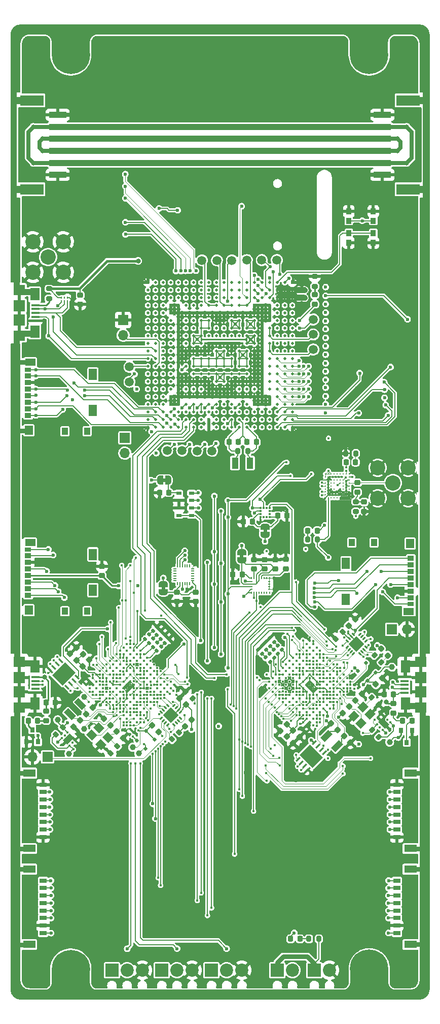
<source format=gbr>
%TF.GenerationSoftware,KiCad,Pcbnew,6.0.2*%
%TF.CreationDate,2022-02-16T12:43:48-06:00*%
%TF.ProjectId,FCB,4643422e-6b69-4636-9164-5f7063625858,A*%
%TF.SameCoordinates,Original*%
%TF.FileFunction,Copper,L1,Top*%
%TF.FilePolarity,Positive*%
%FSLAX46Y46*%
G04 Gerber Fmt 4.6, Leading zero omitted, Abs format (unit mm)*
G04 Created by KiCad (PCBNEW 6.0.2) date 2022-02-16 12:43:48*
%MOMM*%
%LPD*%
G01*
G04 APERTURE LIST*
G04 Aperture macros list*
%AMRoundRect*
0 Rectangle with rounded corners*
0 $1 Rounding radius*
0 $2 $3 $4 $5 $6 $7 $8 $9 X,Y pos of 4 corners*
0 Add a 4 corners polygon primitive as box body*
4,1,4,$2,$3,$4,$5,$6,$7,$8,$9,$2,$3,0*
0 Add four circle primitives for the rounded corners*
1,1,$1+$1,$2,$3*
1,1,$1+$1,$4,$5*
1,1,$1+$1,$6,$7*
1,1,$1+$1,$8,$9*
0 Add four rect primitives between the rounded corners*
20,1,$1+$1,$2,$3,$4,$5,0*
20,1,$1+$1,$4,$5,$6,$7,0*
20,1,$1+$1,$6,$7,$8,$9,0*
20,1,$1+$1,$8,$9,$2,$3,0*%
%AMRotRect*
0 Rectangle, with rotation*
0 The origin of the aperture is its center*
0 $1 length*
0 $2 width*
0 $3 Rotation angle, in degrees counterclockwise*
0 Add horizontal line*
21,1,$1,$2,0,0,$3*%
%AMFreePoly0*
4,1,22,0.500000,-0.750000,0.000000,-0.750000,0.000000,-0.745033,-0.079941,-0.743568,-0.215256,-0.701293,-0.333266,-0.622738,-0.424486,-0.514219,-0.481581,-0.384460,-0.499164,-0.250000,-0.500000,-0.250000,-0.500000,0.250000,-0.499164,0.250000,-0.499963,0.256109,-0.478152,0.396186,-0.417904,0.524511,-0.324060,0.630769,-0.204165,0.706417,-0.067858,0.745374,0.000000,0.744959,0.000000,0.750000,
0.500000,0.750000,0.500000,-0.750000,0.500000,-0.750000,$1*%
%AMFreePoly1*
4,1,20,0.000000,0.744959,0.073905,0.744508,0.209726,0.703889,0.328688,0.626782,0.421226,0.519385,0.479903,0.390333,0.500000,0.250000,0.500000,-0.250000,0.499851,-0.262216,0.476331,-0.402017,0.414519,-0.529596,0.319384,-0.634700,0.198574,-0.708877,0.061801,-0.746166,0.000000,-0.745033,0.000000,-0.750000,-0.500000,-0.750000,-0.500000,0.750000,0.000000,0.750000,0.000000,0.744959,
0.000000,0.744959,$1*%
G04 Aperture macros list end*
%TA.AperFunction,NonConductor*%
%ADD10C,0.150000*%
%TD*%
%TA.AperFunction,NonConductor*%
%ADD11C,0.300000*%
%TD*%
%TA.AperFunction,NonConductor*%
%ADD12C,0.200000*%
%TD*%
%TA.AperFunction,NonConductor*%
%ADD13C,0.100000*%
%TD*%
%TA.AperFunction,SMDPad,CuDef*%
%ADD14R,2.150000X1.300000*%
%TD*%
%TA.AperFunction,SMDPad,CuDef*%
%ADD15R,1.200000X0.800000*%
%TD*%
%TA.AperFunction,SMDPad,CuDef*%
%ADD16C,1.000000*%
%TD*%
%TA.AperFunction,SMDPad,CuDef*%
%ADD17C,1.500000*%
%TD*%
%TA.AperFunction,SMDPad,CuDef*%
%ADD18R,0.900000X1.000000*%
%TD*%
%TA.AperFunction,ComponentPad*%
%ADD19O,1.700000X1.700000*%
%TD*%
%TA.AperFunction,ComponentPad*%
%ADD20R,1.700000X1.700000*%
%TD*%
%TA.AperFunction,SMDPad,CuDef*%
%ADD21RoundRect,0.250000X0.000000X0.000000X0.000000X0.000000X0.000000X0.000000X0.000000X0.000000X0*%
%TD*%
%TA.AperFunction,SMDPad,CuDef*%
%ADD22RoundRect,0.250000X0.000000X0.000000X0.000000X0.000000X0.000000X0.000000X0.000000X0.000000X0*%
%TD*%
%TA.AperFunction,SMDPad,CuDef*%
%ADD23RoundRect,0.147500X-0.017678X0.226274X-0.226274X0.017678X0.017678X-0.226274X0.226274X-0.017678X0*%
%TD*%
%TA.AperFunction,SMDPad,CuDef*%
%ADD24RoundRect,0.135000X-0.226274X-0.035355X-0.035355X-0.226274X0.226274X0.035355X0.035355X0.226274X0*%
%TD*%
%TA.AperFunction,SMDPad,CuDef*%
%ADD25RoundRect,0.135000X-0.035355X0.226274X-0.226274X0.035355X0.035355X-0.226274X0.226274X-0.035355X0*%
%TD*%
%TA.AperFunction,SMDPad,CuDef*%
%ADD26RoundRect,0.147500X-0.226274X-0.017678X-0.017678X-0.226274X0.226274X0.017678X0.017678X0.226274X0*%
%TD*%
%TA.AperFunction,SMDPad,CuDef*%
%ADD27R,1.100000X0.850000*%
%TD*%
%TA.AperFunction,SMDPad,CuDef*%
%ADD28R,1.100000X0.750000*%
%TD*%
%TA.AperFunction,SMDPad,CuDef*%
%ADD29R,1.800000X1.170000*%
%TD*%
%TA.AperFunction,SMDPad,CuDef*%
%ADD30R,1.350000X1.900000*%
%TD*%
%TA.AperFunction,SMDPad,CuDef*%
%ADD31R,1.000000X1.200000*%
%TD*%
%TA.AperFunction,SMDPad,CuDef*%
%ADD32R,1.350000X1.550000*%
%TD*%
%TA.AperFunction,SMDPad,CuDef*%
%ADD33RotRect,0.500000X0.500000X225.000000*%
%TD*%
%TA.AperFunction,SMDPad,CuDef*%
%ADD34RoundRect,0.200000X-0.200000X-0.275000X0.200000X-0.275000X0.200000X0.275000X-0.200000X0.275000X0*%
%TD*%
%TA.AperFunction,SMDPad,CuDef*%
%ADD35RoundRect,0.218750X-0.218750X-0.256250X0.218750X-0.256250X0.218750X0.256250X-0.218750X0.256250X0*%
%TD*%
%TA.AperFunction,ComponentPad*%
%ADD36R,2.200000X2.200000*%
%TD*%
%TA.AperFunction,ComponentPad*%
%ADD37C,2.200000*%
%TD*%
%TA.AperFunction,SMDPad,CuDef*%
%ADD38RoundRect,0.200000X0.335876X0.053033X0.053033X0.335876X-0.335876X-0.053033X-0.053033X-0.335876X0*%
%TD*%
%TA.AperFunction,SMDPad,CuDef*%
%ADD39RoundRect,0.200000X-0.053033X0.335876X-0.335876X0.053033X0.053033X-0.335876X0.335876X-0.053033X0*%
%TD*%
%TA.AperFunction,SMDPad,CuDef*%
%ADD40RoundRect,0.218750X0.026517X-0.335876X0.335876X-0.026517X-0.026517X0.335876X-0.335876X0.026517X0*%
%TD*%
%TA.AperFunction,SMDPad,CuDef*%
%ADD41RoundRect,0.225000X-0.250000X0.225000X-0.250000X-0.225000X0.250000X-0.225000X0.250000X0.225000X0*%
%TD*%
%TA.AperFunction,SMDPad,CuDef*%
%ADD42RoundRect,0.225000X-0.335876X-0.017678X-0.017678X-0.335876X0.335876X0.017678X0.017678X0.335876X0*%
%TD*%
%TA.AperFunction,SMDPad,CuDef*%
%ADD43RoundRect,0.225000X0.250000X-0.225000X0.250000X0.225000X-0.250000X0.225000X-0.250000X-0.225000X0*%
%TD*%
%TA.AperFunction,SMDPad,CuDef*%
%ADD44RoundRect,0.225000X-0.225000X-0.250000X0.225000X-0.250000X0.225000X0.250000X-0.225000X0.250000X0*%
%TD*%
%TA.AperFunction,SMDPad,CuDef*%
%ADD45RoundRect,0.225000X0.225000X0.250000X-0.225000X0.250000X-0.225000X-0.250000X0.225000X-0.250000X0*%
%TD*%
%TA.AperFunction,SMDPad,CuDef*%
%ADD46RoundRect,0.062500X0.150260X0.238649X-0.238649X-0.150260X-0.150260X-0.238649X0.238649X0.150260X0*%
%TD*%
%TA.AperFunction,SMDPad,CuDef*%
%ADD47RoundRect,0.062500X-0.150260X0.238649X-0.238649X0.150260X0.150260X-0.238649X0.238649X-0.150260X0*%
%TD*%
%TA.AperFunction,SMDPad,CuDef*%
%ADD48RotRect,1.900000X1.900000X225.000000*%
%TD*%
%TA.AperFunction,SMDPad,CuDef*%
%ADD49RoundRect,0.200000X0.053033X-0.335876X0.335876X-0.053033X-0.053033X0.335876X-0.335876X0.053033X0*%
%TD*%
%TA.AperFunction,SMDPad,CuDef*%
%ADD50RoundRect,0.218750X0.256250X-0.218750X0.256250X0.218750X-0.256250X0.218750X-0.256250X-0.218750X0*%
%TD*%
%TA.AperFunction,SMDPad,CuDef*%
%ADD51RotRect,1.000000X1.800000X45.000000*%
%TD*%
%TA.AperFunction,SMDPad,CuDef*%
%ADD52RoundRect,0.225000X0.335876X0.017678X0.017678X0.335876X-0.335876X-0.017678X-0.017678X-0.335876X0*%
%TD*%
%TA.AperFunction,SMDPad,CuDef*%
%ADD53RotRect,1.400000X1.200000X315.000000*%
%TD*%
%TA.AperFunction,SMDPad,CuDef*%
%ADD54RotRect,0.500000X0.500000X135.000000*%
%TD*%
%TA.AperFunction,ComponentPad*%
%ADD55C,2.540000*%
%TD*%
%TA.AperFunction,SMDPad,CuDef*%
%ADD56R,3.000000X1.000000*%
%TD*%
%TA.AperFunction,SMDPad,CuDef*%
%ADD57R,4.000000X1.800000*%
%TD*%
%TA.AperFunction,SMDPad,CuDef*%
%ADD58RotRect,1.000000X1.800000X135.000000*%
%TD*%
%TA.AperFunction,SMDPad,CuDef*%
%ADD59RotRect,1.400000X1.200000X45.000000*%
%TD*%
%TA.AperFunction,SMDPad,CuDef*%
%ADD60R,1.100000X1.900000*%
%TD*%
%TA.AperFunction,SMDPad,CuDef*%
%ADD61RoundRect,0.093750X0.141421X0.008839X0.008839X0.141421X-0.141421X-0.008839X-0.008839X-0.141421X0*%
%TD*%
%TA.AperFunction,SMDPad,CuDef*%
%ADD62RotRect,1.000000X1.600000X135.000000*%
%TD*%
%TA.AperFunction,SMDPad,CuDef*%
%ADD63RotRect,2.400000X3.100000X315.000000*%
%TD*%
%TA.AperFunction,SMDPad,CuDef*%
%ADD64RotRect,0.350000X0.850000X45.000000*%
%TD*%
%TA.AperFunction,SMDPad,CuDef*%
%ADD65C,0.400000*%
%TD*%
%TA.AperFunction,SMDPad,CuDef*%
%ADD66RoundRect,0.093750X-0.008839X0.141421X-0.141421X0.008839X0.008839X-0.141421X0.141421X-0.008839X0*%
%TD*%
%TA.AperFunction,SMDPad,CuDef*%
%ADD67RotRect,1.000000X1.600000X225.000000*%
%TD*%
%TA.AperFunction,SMDPad,CuDef*%
%ADD68RotRect,2.400000X3.100000X45.000000*%
%TD*%
%TA.AperFunction,SMDPad,CuDef*%
%ADD69RotRect,0.350000X0.850000X135.000000*%
%TD*%
%TA.AperFunction,SMDPad,CuDef*%
%ADD70RoundRect,0.062500X-0.238649X0.150260X0.150260X-0.238649X0.238649X-0.150260X-0.150260X0.238649X0*%
%TD*%
%TA.AperFunction,SMDPad,CuDef*%
%ADD71RoundRect,0.062500X-0.238649X-0.150260X-0.150260X-0.238649X0.238649X0.150260X0.150260X0.238649X0*%
%TD*%
%TA.AperFunction,SMDPad,CuDef*%
%ADD72RotRect,1.900000X1.900000X315.000000*%
%TD*%
%TA.AperFunction,SMDPad,CuDef*%
%ADD73RoundRect,0.050000X-0.225000X-0.050000X0.225000X-0.050000X0.225000X0.050000X-0.225000X0.050000X0*%
%TD*%
%TA.AperFunction,SMDPad,CuDef*%
%ADD74RoundRect,0.050000X0.050000X-0.225000X0.050000X0.225000X-0.050000X0.225000X-0.050000X-0.225000X0*%
%TD*%
%TA.AperFunction,SMDPad,CuDef*%
%ADD75RoundRect,0.200000X0.275000X-0.200000X0.275000X0.200000X-0.275000X0.200000X-0.275000X-0.200000X0*%
%TD*%
%TA.AperFunction,SMDPad,CuDef*%
%ADD76RoundRect,0.200000X0.200000X0.275000X-0.200000X0.275000X-0.200000X-0.275000X0.200000X-0.275000X0*%
%TD*%
%TA.AperFunction,SMDPad,CuDef*%
%ADD77RoundRect,0.200000X-0.275000X0.200000X-0.275000X-0.200000X0.275000X-0.200000X0.275000X0.200000X0*%
%TD*%
%TA.AperFunction,SMDPad,CuDef*%
%ADD78R,0.800000X0.900000*%
%TD*%
%TA.AperFunction,SMDPad,CuDef*%
%ADD79RoundRect,0.218750X0.218750X0.256250X-0.218750X0.256250X-0.218750X-0.256250X0.218750X-0.256250X0*%
%TD*%
%TA.AperFunction,SMDPad,CuDef*%
%ADD80FreePoly0,270.000000*%
%TD*%
%TA.AperFunction,SMDPad,CuDef*%
%ADD81FreePoly1,270.000000*%
%TD*%
%TA.AperFunction,SMDPad,CuDef*%
%ADD82FreePoly0,0.000000*%
%TD*%
%TA.AperFunction,SMDPad,CuDef*%
%ADD83FreePoly1,0.000000*%
%TD*%
%TA.AperFunction,SMDPad,CuDef*%
%ADD84FreePoly0,90.000000*%
%TD*%
%TA.AperFunction,SMDPad,CuDef*%
%ADD85FreePoly1,90.000000*%
%TD*%
%TA.AperFunction,SMDPad,CuDef*%
%ADD86R,1.900000X1.900000*%
%TD*%
%TA.AperFunction,SMDPad,CuDef*%
%ADD87R,1.900000X1.800000*%
%TD*%
%TA.AperFunction,SMDPad,CuDef*%
%ADD88R,1.600000X2.100000*%
%TD*%
%TA.AperFunction,SMDPad,CuDef*%
%ADD89R,1.350000X0.400000*%
%TD*%
%TA.AperFunction,SMDPad,CuDef*%
%ADD90R,0.200000X0.350000*%
%TD*%
%TA.AperFunction,SMDPad,CuDef*%
%ADD91R,0.200000X0.300000*%
%TD*%
%TA.AperFunction,SMDPad,CuDef*%
%ADD92RoundRect,0.218750X-0.256250X0.218750X-0.256250X-0.218750X0.256250X-0.218750X0.256250X0.218750X0*%
%TD*%
%TA.AperFunction,SMDPad,CuDef*%
%ADD93RoundRect,0.218750X0.335876X0.026517X0.026517X0.335876X-0.335876X-0.026517X-0.026517X-0.335876X0*%
%TD*%
%TA.AperFunction,SMDPad,CuDef*%
%ADD94RoundRect,0.225000X0.017678X-0.335876X0.335876X-0.017678X-0.017678X0.335876X-0.335876X0.017678X0*%
%TD*%
%TA.AperFunction,SMDPad,CuDef*%
%ADD95RoundRect,0.225000X-0.017678X0.335876X-0.335876X0.017678X0.017678X-0.335876X0.335876X-0.017678X0*%
%TD*%
%TA.AperFunction,SMDPad,CuDef*%
%ADD96C,0.270000*%
%TD*%
%TA.AperFunction,SMDPad,CuDef*%
%ADD97R,0.950000X0.550000*%
%TD*%
%TA.AperFunction,SMDPad,CuDef*%
%ADD98R,0.375000X0.350000*%
%TD*%
%TA.AperFunction,SMDPad,CuDef*%
%ADD99R,0.350000X0.375000*%
%TD*%
%TA.AperFunction,SMDPad,CuDef*%
%ADD100R,0.230000X0.350000*%
%TD*%
%TA.AperFunction,SMDPad,CuDef*%
%ADD101R,0.350000X0.230000*%
%TD*%
%TA.AperFunction,ComponentPad*%
%ADD102C,0.800000*%
%TD*%
%TA.AperFunction,ComponentPad*%
%ADD103C,6.400000*%
%TD*%
%TA.AperFunction,ViaPad*%
%ADD104C,0.600000*%
%TD*%
%TA.AperFunction,ViaPad*%
%ADD105C,0.800000*%
%TD*%
%TA.AperFunction,ViaPad*%
%ADD106C,0.400000*%
%TD*%
%TA.AperFunction,Conductor*%
%ADD107C,0.800000*%
%TD*%
%TA.AperFunction,Conductor*%
%ADD108C,0.200000*%
%TD*%
%TA.AperFunction,Conductor*%
%ADD109C,0.150000*%
%TD*%
%TA.AperFunction,Conductor*%
%ADD110C,0.500000*%
%TD*%
%TA.AperFunction,Conductor*%
%ADD111C,1.000000*%
%TD*%
%TA.AperFunction,Conductor*%
%ADD112C,1.050000*%
%TD*%
%TA.AperFunction,Conductor*%
%ADD113C,0.250000*%
%TD*%
%TA.AperFunction,Conductor*%
%ADD114C,0.120000*%
%TD*%
%TA.AperFunction,Conductor*%
%ADD115C,0.700000*%
%TD*%
%TA.AperFunction,Conductor*%
%ADD116C,0.450000*%
%TD*%
%TA.AperFunction,Conductor*%
%ADD117C,1.200000*%
%TD*%
%TA.AperFunction,Conductor*%
%ADD118C,0.110000*%
%TD*%
%TA.AperFunction,Conductor*%
%ADD119C,0.090000*%
%TD*%
G04 APERTURE END LIST*
D10*
X170000000Y-118200000D02*
X171500000Y-118200000D01*
X171500000Y-118200000D02*
X171500000Y-169700000D01*
X171500000Y-169700000D02*
X170000000Y-169700000D01*
X170000000Y-169700000D02*
X170000000Y-118200000D01*
G36*
X171500000Y-169700000D02*
G01*
X170000000Y-169700000D01*
X170000000Y-118200000D01*
X171500000Y-118200000D01*
X171500000Y-169700000D01*
G37*
X171500000Y-169700000D02*
X170000000Y-169700000D01*
X170000000Y-118200000D01*
X171500000Y-118200000D01*
X171500000Y-169700000D01*
X239850000Y-225750000D02*
X238350000Y-225750000D01*
X238350000Y-225750000D02*
X238350000Y-180200000D01*
X238350000Y-180200000D02*
X239850000Y-180200000D01*
X239850000Y-180200000D02*
X239850000Y-225750000D01*
G36*
X239850000Y-225750000D02*
G01*
X238350000Y-225750000D01*
X238350000Y-180200000D01*
X239850000Y-180200000D01*
X239850000Y-225750000D01*
G37*
X239850000Y-225750000D02*
X238350000Y-225750000D01*
X238350000Y-180200000D01*
X239850000Y-180200000D01*
X239850000Y-225750000D01*
X171500000Y-225800000D02*
X170000000Y-225800000D01*
X170000000Y-225800000D02*
X170000000Y-180300000D01*
X170000000Y-180300000D02*
X171500000Y-180300000D01*
X171500000Y-180300000D02*
X171500000Y-225800000D01*
G36*
X171500000Y-225800000D02*
G01*
X170000000Y-225800000D01*
X170000000Y-180300000D01*
X171500000Y-180300000D01*
X171500000Y-225800000D01*
G37*
X171500000Y-225800000D02*
X170000000Y-225800000D01*
X170000000Y-180300000D01*
X171500000Y-180300000D01*
X171500000Y-225800000D01*
X171500000Y-76150000D02*
X170900000Y-76150000D01*
X170900000Y-76150000D02*
X170900000Y-93850000D01*
X170900000Y-93850000D02*
X171500000Y-93850000D01*
X171500000Y-93850000D02*
X171500000Y-107800000D01*
X171500000Y-107800000D02*
X170000000Y-107800000D01*
X170000000Y-107800000D02*
X170000000Y-66600000D01*
X170000000Y-66600000D02*
X171500000Y-66600000D01*
X171500000Y-66600000D02*
X171500000Y-76150000D01*
G36*
X171500000Y-76150000D02*
G01*
X170900000Y-76150000D01*
X170900000Y-93850000D01*
X171500000Y-93850000D01*
X171500000Y-107800000D01*
X170000000Y-107800000D01*
X170000000Y-66600000D01*
X171500000Y-66600000D01*
X171500000Y-76150000D01*
G37*
X171500000Y-76150000D02*
X170900000Y-76150000D01*
X170900000Y-93850000D01*
X171500000Y-93850000D01*
X171500000Y-107800000D01*
X170000000Y-107800000D01*
X170000000Y-66600000D01*
X171500000Y-66600000D01*
X171500000Y-76150000D01*
D11*
X225350000Y-226049200D02*
G75*
G03*
X226850000Y-224549200I0J1500000D01*
G01*
X232850000Y-224549200D02*
G75*
G03*
X234350000Y-226049200I1500000J0D01*
G01*
D12*
X226750000Y-225249200D02*
X226750000Y-222349200D01*
X226750000Y-222349200D02*
X232950000Y-222349200D01*
X232950000Y-222349200D02*
X232950000Y-225249200D01*
X232950000Y-225249200D02*
X233850000Y-226249200D01*
X233850000Y-226249200D02*
X225750000Y-226349200D01*
X225750000Y-226349200D02*
X226750000Y-225249200D01*
G36*
X232950000Y-225249200D02*
G01*
X233850000Y-226249200D01*
X225750000Y-226349200D01*
X226750000Y-225249200D01*
X226750000Y-222349200D01*
X232950000Y-222349200D01*
X232950000Y-225249200D01*
G37*
X232950000Y-225249200D02*
X233850000Y-226249200D01*
X225750000Y-226349200D01*
X226750000Y-225249200D01*
X226750000Y-222349200D01*
X232950000Y-222349200D01*
X232950000Y-225249200D01*
D11*
X175500000Y-226100000D02*
G75*
G03*
X177000000Y-224600000I0J1500000D01*
G01*
X183000000Y-224600000D02*
G75*
G03*
X184500000Y-226100000I1500000J0D01*
G01*
D12*
X176900000Y-225300000D02*
X176900000Y-222400000D01*
X176900000Y-222400000D02*
X183100000Y-222400000D01*
X183100000Y-222400000D02*
X183100000Y-225300000D01*
X183100000Y-225300000D02*
X184000000Y-226300000D01*
X184000000Y-226300000D02*
X175900000Y-226400000D01*
X175900000Y-226400000D02*
X176900000Y-225300000D01*
G36*
X183100000Y-225300000D02*
G01*
X184000000Y-226300000D01*
X175900000Y-226400000D01*
X176900000Y-225300000D01*
X176900000Y-222400000D01*
X183100000Y-222400000D01*
X183100000Y-225300000D01*
G37*
X183100000Y-225300000D02*
X184000000Y-226300000D01*
X175900000Y-226400000D01*
X176900000Y-225300000D01*
X176900000Y-222400000D01*
X183100000Y-222400000D01*
X183100000Y-225300000D01*
D11*
X234300000Y-66400000D02*
G75*
G03*
X232800000Y-67900000I0J-1500000D01*
G01*
X226800000Y-67900000D02*
G75*
G03*
X225300000Y-66400000I-1500000J0D01*
G01*
D12*
X232900000Y-67200000D02*
X232900000Y-70100000D01*
X232900000Y-70100000D02*
X226700000Y-70100000D01*
X226700000Y-70100000D02*
X226700000Y-67200000D01*
X226700000Y-67200000D02*
X225800000Y-66200000D01*
X225800000Y-66200000D02*
X233900000Y-66100000D01*
X233900000Y-66100000D02*
X232900000Y-67200000D01*
G36*
X232900000Y-67200000D02*
G01*
X232900000Y-70100000D01*
X226700000Y-70100000D01*
X226700000Y-67200000D01*
X225800000Y-66200000D01*
X233900000Y-66100000D01*
X232900000Y-67200000D01*
G37*
X232900000Y-67200000D02*
X232900000Y-70100000D01*
X226700000Y-70100000D01*
X226700000Y-67200000D01*
X225800000Y-66200000D01*
X233900000Y-66100000D01*
X232900000Y-67200000D01*
D11*
X184500000Y-66400000D02*
G75*
G03*
X183000000Y-67900000I0J-1500000D01*
G01*
X177000000Y-67900000D02*
G75*
G03*
X175500000Y-66400000I-1500000J0D01*
G01*
D12*
X183100000Y-67200000D02*
X183100000Y-70100000D01*
X183100000Y-70100000D02*
X176900000Y-70100000D01*
X176900000Y-70100000D02*
X176900000Y-67200000D01*
X176900000Y-67200000D02*
X176000000Y-66200000D01*
X176000000Y-66200000D02*
X184100000Y-66100000D01*
X184100000Y-66100000D02*
X183100000Y-67200000D01*
G36*
X183100000Y-67200000D02*
G01*
X183100000Y-70100000D01*
X176900000Y-70100000D01*
X176900000Y-67200000D01*
X176000000Y-66200000D01*
X184100000Y-66100000D01*
X183100000Y-67200000D01*
G37*
X183100000Y-67200000D02*
X183100000Y-70100000D01*
X176900000Y-70100000D01*
X176900000Y-67200000D01*
X176000000Y-66200000D01*
X184100000Y-66100000D01*
X183100000Y-67200000D01*
D10*
X236750000Y-225900000D02*
G75*
G03*
X238350000Y-224300000I0J1600000D01*
G01*
X236850000Y-225900000D02*
X237350000Y-225800000D01*
X237350000Y-225800000D02*
X237750000Y-225600000D01*
X237750000Y-225600000D02*
X238050000Y-225300000D01*
X238050000Y-225300000D02*
X238250000Y-224900000D01*
X238250000Y-224900000D02*
X238350000Y-224300000D01*
X238350000Y-224300000D02*
X239850000Y-224300000D01*
X239850000Y-224300000D02*
X239850000Y-225800000D01*
X239850000Y-225800000D02*
X239750000Y-226200000D01*
X239750000Y-226200000D02*
X239550000Y-226600000D01*
X239550000Y-226600000D02*
X239250000Y-227000000D01*
X239250000Y-227000000D02*
X238650000Y-227300000D01*
X238650000Y-227300000D02*
X238250000Y-227400000D01*
X238250000Y-227400000D02*
X236850000Y-227400000D01*
X236850000Y-227400000D02*
X236850000Y-225900000D01*
G36*
X239850000Y-225800000D02*
G01*
X239750000Y-226200000D01*
X239550000Y-226600000D01*
X239250000Y-227000000D01*
X238650000Y-227300000D01*
X238250000Y-227400000D01*
X236850000Y-227400000D01*
X236850000Y-225900000D01*
X237350000Y-225800000D01*
X237750000Y-225600000D01*
X238050000Y-225300000D01*
X238250000Y-224900000D01*
X238350000Y-224300000D01*
X239850000Y-224300000D01*
X239850000Y-225800000D01*
G37*
X239850000Y-225800000D02*
X239750000Y-226200000D01*
X239550000Y-226600000D01*
X239250000Y-227000000D01*
X238650000Y-227300000D01*
X238250000Y-227400000D01*
X236850000Y-227400000D01*
X236850000Y-225900000D01*
X237350000Y-225800000D01*
X237750000Y-225600000D01*
X238050000Y-225300000D01*
X238250000Y-224900000D01*
X238350000Y-224300000D01*
X239850000Y-224300000D01*
X239850000Y-225800000D01*
X238250000Y-227400000D02*
G75*
G03*
X239850000Y-225800000I0J1600000D01*
G01*
X238300000Y-227400000D02*
X173100000Y-227400000D01*
X173100000Y-227400000D02*
X173100000Y-225900000D01*
X173100000Y-225900000D02*
X238300000Y-225900000D01*
X238300000Y-225900000D02*
X238300000Y-227400000D01*
G36*
X238300000Y-227400000D02*
G01*
X173100000Y-227400000D01*
X173100000Y-225900000D01*
X238300000Y-225900000D01*
X238300000Y-227400000D01*
G37*
X238300000Y-227400000D02*
X173100000Y-227400000D01*
X173100000Y-225900000D01*
X238300000Y-225900000D01*
X238300000Y-227400000D01*
X171500000Y-224400000D02*
X171600000Y-224900000D01*
X171600000Y-224900000D02*
X171800000Y-225300000D01*
X171800000Y-225300000D02*
X172100000Y-225600000D01*
X172100000Y-225600000D02*
X172500000Y-225800000D01*
X172500000Y-225800000D02*
X173100000Y-225900000D01*
X173100000Y-225900000D02*
X173100000Y-227400000D01*
X173100000Y-227400000D02*
X171600000Y-227400000D01*
X171600000Y-227400000D02*
X171200000Y-227300000D01*
X171200000Y-227300000D02*
X170800000Y-227100000D01*
X170800000Y-227100000D02*
X170400000Y-226800000D01*
X170400000Y-226800000D02*
X170100000Y-226200000D01*
X170100000Y-226200000D02*
X170000000Y-225800000D01*
X170000000Y-225800000D02*
X170000000Y-224400000D01*
X170000000Y-224400000D02*
X171500000Y-224400000D01*
G36*
X171600000Y-224900000D02*
G01*
X171800000Y-225300000D01*
X172100000Y-225600000D01*
X172500000Y-225800000D01*
X173100000Y-225900000D01*
X173100000Y-227400000D01*
X171600000Y-227400000D01*
X171200000Y-227300000D01*
X170800000Y-227100000D01*
X170400000Y-226800000D01*
X170100000Y-226200000D01*
X170000000Y-225800000D01*
X170000000Y-224400000D01*
X171500000Y-224400000D01*
X171600000Y-224900000D01*
G37*
X171600000Y-224900000D02*
X171800000Y-225300000D01*
X172100000Y-225600000D01*
X172500000Y-225800000D01*
X173100000Y-225900000D01*
X173100000Y-227400000D01*
X171600000Y-227400000D01*
X171200000Y-227300000D01*
X170800000Y-227100000D01*
X170400000Y-226800000D01*
X170100000Y-226200000D01*
X170000000Y-225800000D01*
X170000000Y-224400000D01*
X171500000Y-224400000D01*
X171600000Y-224900000D01*
X171500000Y-224300000D02*
G75*
G03*
X173100000Y-225900000I1600000J0D01*
G01*
X170000000Y-225800000D02*
G75*
G03*
X171600000Y-227400000I1600000J0D01*
G01*
X239850000Y-169710000D02*
X238340000Y-169700000D01*
X238340000Y-169700000D02*
X238345275Y-93850008D01*
X238345275Y-93850008D02*
X238900000Y-93850000D01*
X238900000Y-93850000D02*
X238900000Y-76200000D01*
X238900000Y-76200000D02*
X238350000Y-76200000D01*
X238350000Y-76200000D02*
X238350000Y-66600000D01*
X238350000Y-66600000D02*
X239850000Y-66600000D01*
X239850000Y-66600000D02*
X239850000Y-169710000D01*
G36*
X239850000Y-169710000D02*
G01*
X238340000Y-169700000D01*
X238345275Y-93850008D01*
X238900000Y-93850000D01*
X238900000Y-76200000D01*
X238350000Y-76200000D01*
X238350000Y-66600000D01*
X239850000Y-66600000D01*
X239850000Y-169710000D01*
G37*
X239850000Y-169710000D02*
X238340000Y-169700000D01*
X238345275Y-93850008D01*
X238900000Y-93850000D01*
X238900000Y-76200000D01*
X238350000Y-76200000D01*
X238350000Y-66600000D01*
X239850000Y-66600000D01*
X239850000Y-169710000D01*
D13*
X236850000Y-66500000D02*
X237350000Y-66600000D01*
X237350000Y-66600000D02*
X237750000Y-66800000D01*
X237750000Y-66800000D02*
X238050000Y-67100000D01*
X238050000Y-67100000D02*
X238250000Y-67500000D01*
X238250000Y-67500000D02*
X238350000Y-68100000D01*
X238350000Y-68100000D02*
X239850000Y-68100000D01*
X239850000Y-68100000D02*
X239850000Y-66600000D01*
X239850000Y-66600000D02*
X239750000Y-66200000D01*
X239750000Y-66200000D02*
X239550000Y-65800000D01*
X239550000Y-65800000D02*
X239250000Y-65400000D01*
X239250000Y-65400000D02*
X238650000Y-65100000D01*
X238650000Y-65100000D02*
X238250000Y-65000000D01*
X238250000Y-65000000D02*
X236850000Y-65000000D01*
X236850000Y-65000000D02*
X236850000Y-66500000D01*
G36*
X238650000Y-65100000D02*
G01*
X239250000Y-65400000D01*
X239550000Y-65800000D01*
X239750000Y-66200000D01*
X239850000Y-66600000D01*
X239850000Y-68100000D01*
X238350000Y-68100000D01*
X238250000Y-67500000D01*
X238050000Y-67100000D01*
X237750000Y-66800000D01*
X237350000Y-66600000D01*
X236850000Y-66500000D01*
X236850000Y-65000000D01*
X238250000Y-65000000D01*
X238650000Y-65100000D01*
G37*
X238650000Y-65100000D02*
X239250000Y-65400000D01*
X239550000Y-65800000D01*
X239750000Y-66200000D01*
X239850000Y-66600000D01*
X239850000Y-68100000D01*
X238350000Y-68100000D01*
X238250000Y-67500000D01*
X238050000Y-67100000D01*
X237750000Y-66800000D01*
X237350000Y-66600000D01*
X236850000Y-66500000D01*
X236850000Y-65000000D01*
X238250000Y-65000000D01*
X238650000Y-65100000D01*
D10*
X238350000Y-68100000D02*
G75*
G03*
X236750000Y-66500000I-1600000J0D01*
G01*
X239850000Y-66600000D02*
G75*
G03*
X238250000Y-65000000I-1600000J0D01*
G01*
X173000000Y-66500000D02*
X172500000Y-66600000D01*
X172500000Y-66600000D02*
X172100000Y-66800000D01*
X172100000Y-66800000D02*
X171800000Y-67100000D01*
X171800000Y-67100000D02*
X171600000Y-67500000D01*
X171600000Y-67500000D02*
X171500000Y-68100000D01*
X171500000Y-68100000D02*
X170000000Y-68100000D01*
X170000000Y-68100000D02*
X170000000Y-66600000D01*
X170000000Y-66600000D02*
X170100000Y-66200000D01*
X170100000Y-66200000D02*
X170300000Y-65800000D01*
X170300000Y-65800000D02*
X170600000Y-65400000D01*
X170600000Y-65400000D02*
X171200000Y-65100000D01*
X171200000Y-65100000D02*
X171600000Y-65000000D01*
X171600000Y-65000000D02*
X173000000Y-65000000D01*
X173000000Y-65000000D02*
X173000000Y-66500000D01*
G36*
X173000000Y-66500000D02*
G01*
X172500000Y-66600000D01*
X172100000Y-66800000D01*
X171800000Y-67100000D01*
X171600000Y-67500000D01*
X171500000Y-68100000D01*
X170000000Y-68100000D01*
X170000000Y-66600000D01*
X170100000Y-66200000D01*
X170300000Y-65800000D01*
X170600000Y-65400000D01*
X171200000Y-65100000D01*
X171600000Y-65000000D01*
X173000000Y-65000000D01*
X173000000Y-66500000D01*
G37*
X173000000Y-66500000D02*
X172500000Y-66600000D01*
X172100000Y-66800000D01*
X171800000Y-67100000D01*
X171600000Y-67500000D01*
X171500000Y-68100000D01*
X170000000Y-68100000D01*
X170000000Y-66600000D01*
X170100000Y-66200000D01*
X170300000Y-65800000D01*
X170600000Y-65400000D01*
X171200000Y-65100000D01*
X171600000Y-65000000D01*
X173000000Y-65000000D01*
X173000000Y-66500000D01*
X173100000Y-66500000D02*
G75*
G03*
X171500000Y-68100000I0J-1600000D01*
G01*
X171600000Y-65000000D02*
G75*
G03*
X170000000Y-66600000I0J-1600000D01*
G01*
X238300000Y-66500000D02*
X171600000Y-66500000D01*
X171600000Y-66500000D02*
X171600000Y-65000000D01*
X171600000Y-65000000D02*
X238300000Y-65000000D01*
X238300000Y-65000000D02*
X238300000Y-66500000D01*
G36*
X238300000Y-66500000D02*
G01*
X171600000Y-66500000D01*
X171600000Y-65000000D01*
X238300000Y-65000000D01*
X238300000Y-66500000D01*
G37*
X238300000Y-66500000D02*
X171600000Y-66500000D01*
X171600000Y-65000000D01*
X238300000Y-65000000D01*
X238300000Y-66500000D01*
%TO.C,JP104*%
G36*
X195750000Y-159150000D02*
G01*
X195150000Y-159150000D01*
X195150000Y-158650000D01*
X195750000Y-158650000D01*
X195750000Y-159150000D01*
G37*
%TO.C,JP103*%
G36*
X195850000Y-141200000D02*
G01*
X195350000Y-141200000D01*
X195350000Y-140600000D01*
X195850000Y-140600000D01*
X195850000Y-141200000D01*
G37*
%TO.C,JP102*%
G36*
X212760000Y-149580000D02*
G01*
X212160000Y-149580000D01*
X212160000Y-149080000D01*
X212760000Y-149080000D01*
X212760000Y-149580000D01*
G37*
%TO.C,JP101*%
G36*
X208850000Y-153800000D02*
G01*
X208250000Y-153800000D01*
X208250000Y-153300000D01*
X208850000Y-153300000D01*
X208850000Y-153800000D01*
G37*
%TD*%
D14*
%TO.P,J104,P2*%
%TO.N,GND1*%
X236745000Y-202275000D03*
%TO.P,J104,P1*%
X236745000Y-189725000D03*
D15*
%TO.P,J104,8*%
%TO.N,GND*%
X234450000Y-191625000D03*
%TO.P,J104,7*%
%TO.N,/B2B_SPI_MOSI*%
X234450000Y-192875000D03*
%TO.P,J104,6*%
%TO.N,/B2B_SPI_MISO*%
X234450000Y-194125000D03*
%TO.P,J104,5*%
%TO.N,/B2B_SPI_SCK*%
X234450000Y-195375000D03*
%TO.P,J104,4*%
%TO.N,/B2B_SPI_CS1*%
X234450000Y-196625000D03*
%TO.P,J104,3*%
%TO.N,/B2B_SPI_CS2*%
X234450000Y-197875000D03*
%TO.P,J104,2*%
%TO.N,/B2B_GPIO1*%
X234450000Y-199125000D03*
%TO.P,J104,1*%
%TO.N,GND*%
X234450000Y-200375000D03*
%TD*%
D14*
%TO.P,J103,P2*%
%TO.N,GND1*%
X236745000Y-218275000D03*
%TO.P,J103,P1*%
X236745000Y-205725000D03*
D15*
%TO.P,J103,8*%
%TO.N,/B2B_I2C_SDA*%
X234450000Y-207625000D03*
%TO.P,J103,7*%
%TO.N,/B2B_I2C_SCL*%
X234450000Y-208875000D03*
%TO.P,J103,6*%
%TO.N,/B2B_SERVO1*%
X234450000Y-210125000D03*
%TO.P,J103,5*%
%TO.N,/B2B_SERVO2*%
X234450000Y-211375000D03*
%TO.P,J103,4*%
%TO.N,/B2B_SERVO3*%
X234450000Y-212625000D03*
%TO.P,J103,3*%
%TO.N,/B2B_SERVO4*%
X234450000Y-213875000D03*
%TO.P,J103,2*%
%TO.N,GND*%
X234450000Y-215125000D03*
%TO.P,J103,1*%
%TO.N,/9V_PT_SUPPLY*%
X234450000Y-216375000D03*
%TD*%
D14*
%TO.P,J102,P2*%
%TO.N,GND1*%
X173055000Y-205725000D03*
%TO.P,J102,P1*%
X173055000Y-218275000D03*
D15*
%TO.P,J102,8*%
%TO.N,/9V_PT_SUPPLY*%
X175350000Y-216375000D03*
%TO.P,J102,7*%
%TO.N,GND*%
X175350000Y-215125000D03*
%TO.P,J102,6*%
%TO.N,/B2B_SERVO4*%
X175350000Y-213875000D03*
%TO.P,J102,5*%
%TO.N,/B2B_SERVO3*%
X175350000Y-212625000D03*
%TO.P,J102,4*%
%TO.N,/B2B_SERVO2*%
X175350000Y-211375000D03*
%TO.P,J102,3*%
%TO.N,/B2B_SERVO1*%
X175350000Y-210125000D03*
%TO.P,J102,2*%
%TO.N,/B2B_I2C_SCL*%
X175350000Y-208875000D03*
%TO.P,J102,1*%
%TO.N,/B2B_I2C_SDA*%
X175350000Y-207625000D03*
%TD*%
D14*
%TO.P,J101,P2*%
%TO.N,GND1*%
X173055000Y-189725000D03*
%TO.P,J101,P1*%
X173055000Y-202275000D03*
D15*
%TO.P,J101,8*%
%TO.N,GND*%
X175350000Y-200375000D03*
%TO.P,J101,7*%
%TO.N,/B2B_GPIO1*%
X175350000Y-199125000D03*
%TO.P,J101,6*%
%TO.N,/B2B_SPI_CS2*%
X175350000Y-197875000D03*
%TO.P,J101,5*%
%TO.N,/B2B_SPI_CS1*%
X175350000Y-196625000D03*
%TO.P,J101,4*%
%TO.N,/B2B_SPI_SCK*%
X175350000Y-195375000D03*
%TO.P,J101,3*%
%TO.N,/B2B_SPI_MISO*%
X175350000Y-194125000D03*
%TO.P,J101,2*%
%TO.N,/B2B_SPI_MOSI*%
X175350000Y-192875000D03*
%TO.P,J101,1*%
%TO.N,GND*%
X175350000Y-191625000D03*
%TD*%
D16*
%TO.P,TP508,1*%
%TO.N,/MCU_HYBRID/3V3_MCU*%
X179700000Y-186460000D03*
%TD*%
%TO.P,TP507,1*%
%TO.N,Net-(R507-Pad2)*%
X177800000Y-180840000D03*
%TD*%
%TO.P,TP506,1*%
%TO.N,Net-(C516-Pad1)*%
X182192000Y-177014000D03*
%TD*%
%TO.P,TP505,1*%
%TO.N,Net-(C514-Pad1)*%
X182192000Y-182348000D03*
%TD*%
%TO.P,TP503,1*%
%TO.N,Net-(C518-Pad1)*%
X190320000Y-185396000D03*
%TD*%
%TO.P,TP502,1*%
%TO.N,Net-(C517-Pad1)*%
X191336000Y-186412000D03*
%TD*%
D17*
%TO.P,TP18,1*%
%TO.N,Net-(TP18-Pad1)*%
X214410000Y-104200000D03*
%TD*%
D18*
%TO.P,SW502,2*%
%TO.N,Net-(SW502-Pad2)*%
X226430000Y-99720000D03*
%TO.P,SW502,1*%
%TO.N,GND*%
X226430000Y-101320000D03*
%TO.P,SW502,2*%
%TO.N,Net-(SW502-Pad2)*%
X230530000Y-99720000D03*
%TO.P,SW502,1*%
%TO.N,GND*%
X230530000Y-101320000D03*
%TD*%
%TO.P,SW501,2*%
%TO.N,Net-(SW501-Pad2)*%
X230530000Y-97650000D03*
%TO.P,SW501,1*%
%TO.N,GND*%
X230530000Y-96050000D03*
%TO.P,SW501,2*%
%TO.N,Net-(SW501-Pad2)*%
X226430000Y-97650000D03*
%TO.P,SW501,1*%
%TO.N,GND*%
X226430000Y-96050000D03*
%TD*%
D19*
%TO.P,J6,2*%
%TO.N,Net-(J6-Pad2)*%
X188720000Y-116720000D03*
D20*
%TO.P,J6,1*%
%TO.N,GND*%
X188720000Y-114180000D03*
%TD*%
D19*
%TO.P,J4,2*%
%TO.N,Net-(J4-Pad2)*%
X189030000Y-136380000D03*
D20*
%TO.P,J4,1*%
%TO.N,Net-(J4-Pad1)*%
X189030000Y-133840000D03*
%TD*%
D21*
%TO.P,U401,K10*%
%TO.N,/MPU/SYS_VDD3_3P3V*%
X204290000Y-119365000D03*
%TO.P,U401,L10*%
X204290000Y-120635000D03*
%TO.P,U401,L11*%
X205560000Y-120635000D03*
%TO.P,U401,K11*%
X205560000Y-119365000D03*
%TO.P,U401,J11*%
%TO.N,GND*%
X205560000Y-118095000D03*
%TO.P,U401,M11*%
%TO.N,/MPU/SYS_VDD3_3P3V*%
X205560000Y-121905000D03*
%TO.P,U401,H11*%
%TO.N,Net-(U401-PadH11)*%
X205560000Y-116825000D03*
%TO.P,U401,N11*%
%TO.N,/MPU/SYS_VDD_1P8V*%
X205560000Y-123175000D03*
%TO.P,U401,G11*%
%TO.N,Net-(U401-PadG11)*%
X205560000Y-115555000D03*
%TO.P,U401,P11*%
%TO.N,/MPU/SYS_VDD_1P8V*%
X205560000Y-124445000D03*
%TO.P,U401,F11*%
%TO.N,GND*%
X205560000Y-114285000D03*
%TO.P,U401,R11*%
X205560000Y-125715000D03*
%TO.P,U401,E11*%
X205560000Y-113015000D03*
%TO.P,U401,T11*%
X205560000Y-126985000D03*
D22*
%TO.P,U401,D11*%
%TO.N,Net-(TP6-Pad1)*%
X205560000Y-111745000D03*
D21*
%TO.P,U401,U11*%
%TO.N,Net-(U401-PadU11)*%
X205560000Y-128255000D03*
D22*
%TO.P,U401,C11*%
%TO.N,Net-(U401-PadC11)*%
X205560000Y-110475000D03*
D21*
%TO.P,U401,V11*%
%TO.N,Net-(U401-PadV11)*%
X205560000Y-129525000D03*
D22*
%TO.P,U401,B11*%
%TO.N,Net-(U401-PadB11)*%
X205560000Y-109205000D03*
D21*
%TO.P,U401,W11*%
%TO.N,Net-(U401-PadW11)*%
X205560000Y-130795000D03*
D22*
%TO.P,U401,A11*%
%TO.N,Net-(U401-PadA11)*%
X205560000Y-107935000D03*
D21*
%TO.P,U401,Y11*%
%TO.N,Net-(U401-PadY11)*%
X205560000Y-132065000D03*
%TO.P,U401,Y10*%
%TO.N,Net-(U401-PadY10)*%
X204290000Y-132065000D03*
%TO.P,U401,W10*%
%TO.N,Net-(U401-PadW10)*%
X204290000Y-130795000D03*
%TO.P,U401,V10*%
%TO.N,Net-(U401-PadV10)*%
X204290000Y-129525000D03*
%TO.P,U401,U10*%
%TO.N,Net-(TP9-Pad1)*%
X204290000Y-128255000D03*
%TO.P,U401,T10*%
%TO.N,GND*%
X204290000Y-126985000D03*
%TO.P,U401,R10*%
X204290000Y-125715000D03*
%TO.P,U401,P10*%
%TO.N,/MPU/SYS_VDD_1P8V*%
X204290000Y-124445000D03*
%TO.P,U401,N10*%
X204290000Y-123175000D03*
%TO.P,U401,M10*%
%TO.N,/MPU/SYS_VDD3_3P3V*%
X204290000Y-121905000D03*
%TO.P,U401,J10*%
%TO.N,GND*%
X204290000Y-118095000D03*
%TO.P,U401,H10*%
%TO.N,Net-(U401-PadH10)*%
X204290000Y-116825000D03*
%TO.P,U401,G10*%
%TO.N,Net-(U401-PadG10)*%
X204290000Y-115555000D03*
%TO.P,U401,F10*%
%TO.N,GND*%
X204290000Y-114285000D03*
%TO.P,U401,E10*%
X204290000Y-113015000D03*
D22*
%TO.P,U401,D10*%
%TO.N,Net-(TP2-Pad1)*%
X204290000Y-111745000D03*
%TO.P,U401,C10*%
%TO.N,Net-(U401-PadC10)*%
X204290000Y-110475000D03*
%TO.P,U401,B10*%
%TO.N,Net-(U401-PadB10)*%
X204290000Y-109205000D03*
%TO.P,U401,A10*%
%TO.N,Net-(U401-PadA10)*%
X204290000Y-107935000D03*
D21*
%TO.P,U401,K12*%
%TO.N,GND*%
X206830000Y-119365000D03*
%TO.P,U401,K9*%
X203020000Y-119365000D03*
%TO.P,U401,K13*%
%TO.N,/MPU/SYS_RTC_1P8V*%
X208100000Y-119365000D03*
%TO.P,U401,K8*%
%TO.N,GND*%
X201750000Y-119365000D03*
%TO.P,U401,K14*%
%TO.N,/MPU/SYS_RTC_1P8V*%
X209370000Y-119365000D03*
%TO.P,U401,K7*%
%TO.N,GND*%
X200480000Y-119365000D03*
%TO.P,U401,K15*%
X210640000Y-119365000D03*
%TO.P,U401,K6*%
X199210000Y-119365000D03*
%TO.P,U401,K16*%
X211910000Y-119365000D03*
%TO.P,U401,K5*%
X197940000Y-119365000D03*
%TO.P,U401,K17*%
%TO.N,Net-(TP5-Pad1)*%
X213180000Y-119365000D03*
%TO.P,U401,K4*%
%TO.N,Net-(U401-PadK4)*%
X196670000Y-119365000D03*
%TO.P,U401,K3*%
%TO.N,Net-(U401-PadK3)*%
X195400000Y-119365000D03*
%TO.P,U401,K18*%
%TO.N,Net-(U401-PadK18)*%
X214450000Y-119365000D03*
%TO.P,U401,K2*%
%TO.N,/MPU/USB0_DM*%
X194130000Y-119365000D03*
%TO.P,U401,K19*%
%TO.N,Net-(U401-PadK19)*%
X215720000Y-119365000D03*
%TO.P,U401,K20*%
%TO.N,Net-(U401-PadK20)*%
X216990000Y-119365000D03*
%TO.P,U401,K1*%
%TO.N,/MPU/USB_DC*%
X192860000Y-119365000D03*
%TO.P,U401,L20*%
%TO.N,Net-(U401-PadL20)*%
X216990000Y-120635000D03*
%TO.P,U401,L19*%
%TO.N,Net-(U401-PadL19)*%
X215720000Y-120635000D03*
%TO.P,U401,L18*%
%TO.N,Net-(R220-Pad2)*%
X214450000Y-120635000D03*
%TO.P,U401,L17*%
%TO.N,Net-(U401-PadL17)*%
X213180000Y-120635000D03*
%TO.P,U401,L16*%
%TO.N,GND*%
X211910000Y-120635000D03*
%TO.P,U401,L15*%
X210640000Y-120635000D03*
%TO.P,U401,L14*%
%TO.N,/MPU/SYS_RTC_1P8V*%
X209370000Y-120635000D03*
%TO.P,U401,L13*%
X208100000Y-120635000D03*
%TO.P,U401,L12*%
%TO.N,/MPU/SYS_VDD3_3P3V*%
X206830000Y-120635000D03*
%TO.P,U401,L9*%
X203020000Y-120635000D03*
%TO.P,U401,L8*%
X201750000Y-120635000D03*
%TO.P,U401,L7*%
X200480000Y-120635000D03*
%TO.P,U401,L6*%
%TO.N,GND*%
X199210000Y-120635000D03*
%TO.P,U401,L5*%
X197940000Y-120635000D03*
%TO.P,U401,L4*%
%TO.N,Net-(U401-PadL4)*%
X196670000Y-120635000D03*
%TO.P,U401,L3*%
%TO.N,Net-(U401-PadL3)*%
X195400000Y-120635000D03*
%TO.P,U401,L2*%
%TO.N,/MPU/USB0_DP*%
X194130000Y-120635000D03*
%TO.P,U401,L1*%
%TO.N,/MPU/USB0_ID*%
X192860000Y-120635000D03*
%TO.P,U401,M1*%
%TO.N,Net-(TP201-Pad1)*%
X192860000Y-121905000D03*
%TO.P,U401,M2*%
%TO.N,Net-(J6-Pad2)*%
X194130000Y-121905000D03*
%TO.P,U401,M3*%
%TO.N,Net-(U401-PadM3)*%
X195400000Y-121905000D03*
%TO.P,U401,M4*%
%TO.N,Net-(U401-PadM4)*%
X196670000Y-121905000D03*
%TO.P,U401,M5*%
%TO.N,GND*%
X197940000Y-121905000D03*
%TO.P,U401,M6*%
%TO.N,Net-(TP11-Pad1)*%
X199210000Y-121905000D03*
%TO.P,U401,M7*%
%TO.N,/MPU/SYS_VDD3_3P3V*%
X200480000Y-121905000D03*
%TO.P,U401,M8*%
X201750000Y-121905000D03*
%TO.P,U401,M9*%
X203020000Y-121905000D03*
%TO.P,U401,M12*%
X206830000Y-121905000D03*
%TO.P,U401,M13*%
%TO.N,/MPU/SYS_RTC_1P8V*%
X208100000Y-121905000D03*
%TO.P,U401,M14*%
X209370000Y-121905000D03*
%TO.P,U401,M15*%
%TO.N,GND*%
X210640000Y-121905000D03*
%TO.P,U401,M16*%
X211910000Y-121905000D03*
%TO.P,U401,M17*%
%TO.N,Net-(U401-PadM17)*%
X213180000Y-121905000D03*
%TO.P,U401,M18*%
%TO.N,Net-(R217-Pad2)*%
X214450000Y-121905000D03*
%TO.P,U401,M19*%
%TO.N,Net-(R218-Pad2)*%
X215720000Y-121905000D03*
%TO.P,U401,M20*%
%TO.N,Net-(R219-Pad2)*%
X216990000Y-121905000D03*
%TO.P,U401,J20*%
%TO.N,Net-(U401-PadJ20)*%
X216990000Y-118095000D03*
%TO.P,U401,J19*%
%TO.N,Net-(U401-PadJ19)*%
X215720000Y-118095000D03*
%TO.P,U401,J18*%
%TO.N,Net-(U401-PadJ18)*%
X214450000Y-118095000D03*
%TO.P,U401,J17*%
%TO.N,Net-(TP5-Pad1)*%
X213180000Y-118095000D03*
%TO.P,U401,J16*%
%TO.N,GND*%
X211910000Y-118095000D03*
%TO.P,U401,J15*%
%TO.N,/MPU/SYS_VDD1_3P3V*%
X210640000Y-118095000D03*
%TO.P,U401,J14*%
X209370000Y-118095000D03*
%TO.P,U401,J13*%
%TO.N,GND*%
X208100000Y-118095000D03*
%TO.P,U401,J12*%
X206830000Y-118095000D03*
%TO.P,U401,J9*%
X203020000Y-118095000D03*
%TO.P,U401,J8*%
%TO.N,/MPU/SYS_VDD1_3P3V*%
X201750000Y-118095000D03*
%TO.P,U401,J7*%
X200480000Y-118095000D03*
%TO.P,U401,J6*%
%TO.N,Net-(U401-PadJ6)*%
X199210000Y-118095000D03*
%TO.P,U401,J5*%
%TO.N,GND*%
X197940000Y-118095000D03*
%TO.P,U401,J4*%
%TO.N,Net-(U401-PadJ4)*%
X196670000Y-118095000D03*
%TO.P,U401,J3*%
%TO.N,Net-(U401-PadJ3)*%
X195400000Y-118095000D03*
%TO.P,U401,J2*%
%TO.N,Net-(U401-PadJ2)*%
X194130000Y-118095000D03*
%TO.P,U401,J1*%
%TO.N,Net-(U401-PadJ1)*%
X192860000Y-118095000D03*
%TO.P,U401,H1*%
%TO.N,Net-(U401-PadH1)*%
X192860000Y-116825000D03*
%TO.P,U401,H2*%
%TO.N,Net-(U401-PadH2)*%
X194130000Y-116825000D03*
%TO.P,U401,H3*%
%TO.N,Net-(U401-PadH3)*%
X195400000Y-116825000D03*
%TO.P,U401,H4*%
%TO.N,Net-(U401-PadH4)*%
X196670000Y-116825000D03*
%TO.P,U401,H5*%
%TO.N,GND*%
X197940000Y-116825000D03*
%TO.P,U401,H6*%
%TO.N,Net-(U401-PadH6)*%
X199210000Y-116825000D03*
%TO.P,U401,H7*%
%TO.N,/MPU/SYS_VDD1_3P3V*%
X200480000Y-116825000D03*
%TO.P,U401,H8*%
X201750000Y-116825000D03*
%TO.P,U401,H9*%
%TO.N,Net-(U401-PadH9)*%
X203020000Y-116825000D03*
%TO.P,U401,H12*%
%TO.N,Net-(U401-PadH12)*%
X206830000Y-116825000D03*
%TO.P,U401,H13*%
%TO.N,Net-(U401-PadH13)*%
X208100000Y-116825000D03*
%TO.P,U401,H14*%
%TO.N,/MPU/SYS_VDD1_3P3V*%
X209370000Y-116825000D03*
%TO.P,U401,H15*%
X210640000Y-116825000D03*
%TO.P,U401,H16*%
%TO.N,GND*%
X211910000Y-116825000D03*
%TO.P,U401,H17*%
%TO.N,Net-(TP4-Pad1)*%
X213180000Y-116825000D03*
%TO.P,U401,H18*%
%TO.N,Net-(U401-PadH18)*%
X214450000Y-116825000D03*
%TO.P,U401,H19*%
%TO.N,Net-(U401-PadH19)*%
X215720000Y-116825000D03*
%TO.P,U401,H20*%
%TO.N,Net-(U401-PadH20)*%
X216990000Y-116825000D03*
%TO.P,U401,N20*%
%TO.N,Net-(R216-Pad2)*%
X216990000Y-123175000D03*
%TO.P,U401,N19*%
%TO.N,Net-(R215-Pad2)*%
X215720000Y-123175000D03*
%TO.P,U401,N18*%
%TO.N,Net-(R214-Pad2)*%
X214450000Y-123175000D03*
%TO.P,U401,N17*%
%TO.N,Net-(U401-PadN17)*%
X213180000Y-123175000D03*
%TO.P,U401,N16*%
%TO.N,GND*%
X211910000Y-123175000D03*
%TO.P,U401,N15*%
X210640000Y-123175000D03*
%TO.P,U401,N14*%
%TO.N,/MPU/SYS_VDD_1P8V*%
X209370000Y-123175000D03*
%TO.P,U401,N13*%
X208100000Y-123175000D03*
%TO.P,U401,N12*%
X206830000Y-123175000D03*
%TO.P,U401,N9*%
X203020000Y-123175000D03*
%TO.P,U401,N8*%
X201750000Y-123175000D03*
%TO.P,U401,N7*%
X200480000Y-123175000D03*
%TO.P,U401,N6*%
%TO.N,GND*%
X199210000Y-123175000D03*
%TO.P,U401,N5*%
X197940000Y-123175000D03*
%TO.P,U401,N4*%
%TO.N,Net-(U401-PadN4)*%
X196670000Y-123175000D03*
%TO.P,U401,N3*%
%TO.N,Net-(U401-PadN3)*%
X195400000Y-123175000D03*
%TO.P,U401,N2*%
%TO.N,Net-(U401-PadN2)*%
X194130000Y-123175000D03*
%TO.P,U401,N1*%
%TO.N,Net-(U401-PadN1)*%
X192860000Y-123175000D03*
%TO.P,U401,P1*%
%TO.N,Net-(U401-PadP1)*%
X192860000Y-124445000D03*
%TO.P,U401,P2*%
%TO.N,Net-(U401-PadP2)*%
X194130000Y-124445000D03*
%TO.P,U401,P3*%
%TO.N,Net-(U401-PadP3)*%
X195400000Y-124445000D03*
%TO.P,U401,P4*%
%TO.N,Net-(U401-PadP4)*%
X196670000Y-124445000D03*
%TO.P,U401,P5*%
%TO.N,GND*%
X197940000Y-124445000D03*
%TO.P,U401,P6*%
X199210000Y-124445000D03*
%TO.P,U401,P7*%
X200480000Y-124445000D03*
%TO.P,U401,P8*%
X201750000Y-124445000D03*
%TO.P,U401,P9*%
X203020000Y-124445000D03*
%TO.P,U401,P12*%
X206830000Y-124445000D03*
%TO.P,U401,P13*%
X208100000Y-124445000D03*
%TO.P,U401,P14*%
X209370000Y-124445000D03*
%TO.P,U401,P15*%
X210640000Y-124445000D03*
%TO.P,U401,P16*%
X211910000Y-124445000D03*
%TO.P,U401,P17*%
%TO.N,Net-(U401-PadP17)*%
X213180000Y-124445000D03*
%TO.P,U401,P18*%
%TO.N,Net-(R211-Pad2)*%
X214450000Y-124445000D03*
%TO.P,U401,P19*%
%TO.N,Net-(R212-Pad2)*%
X215720000Y-124445000D03*
%TO.P,U401,P20*%
%TO.N,Net-(R213-Pad2)*%
X216990000Y-124445000D03*
%TO.P,U401,R20*%
%TO.N,Net-(R210-Pad2)*%
X216990000Y-125715000D03*
%TO.P,U401,R19*%
%TO.N,Net-(R209-Pad2)*%
X215720000Y-125715000D03*
%TO.P,U401,R18*%
%TO.N,Net-(R208-Pad2)*%
X214450000Y-125715000D03*
%TO.P,U401,R17*%
%TO.N,Net-(U401-PadR17)*%
X213180000Y-125715000D03*
%TO.P,U401,R16*%
%TO.N,GND*%
X211910000Y-125715000D03*
%TO.P,U401,R15*%
%TO.N,Net-(U401-PadR15)*%
X210640000Y-125715000D03*
%TO.P,U401,R14*%
%TO.N,Net-(U401-PadR14)*%
X209370000Y-125715000D03*
%TO.P,U401,R13*%
%TO.N,Net-(U401-PadR13)*%
X208100000Y-125715000D03*
%TO.P,U401,R12*%
%TO.N,GND*%
X206830000Y-125715000D03*
%TO.P,U401,R9*%
X203020000Y-125715000D03*
%TO.P,U401,R8*%
%TO.N,Net-(U401-PadR8)*%
X201750000Y-125715000D03*
%TO.P,U401,R7*%
%TO.N,Net-(U401-PadR7)*%
X200480000Y-125715000D03*
%TO.P,U401,R6*%
%TO.N,Net-(U401-PadR6)*%
X199210000Y-125715000D03*
%TO.P,U401,R5*%
%TO.N,GND*%
X197940000Y-125715000D03*
%TO.P,U401,R4*%
%TO.N,Net-(U401-PadR4)*%
X196670000Y-125715000D03*
%TO.P,U401,R3*%
%TO.N,Net-(U401-PadR3)*%
X195400000Y-125715000D03*
%TO.P,U401,R2*%
%TO.N,Net-(U401-PadR2)*%
X194130000Y-125715000D03*
%TO.P,U401,R1*%
%TO.N,Net-(U401-PadR1)*%
X192860000Y-125715000D03*
%TO.P,U401,T1*%
%TO.N,Net-(U401-PadT1)*%
X192860000Y-126985000D03*
%TO.P,U401,T2*%
%TO.N,Net-(U401-PadT2)*%
X194130000Y-126985000D03*
%TO.P,U401,T3*%
%TO.N,Net-(U401-PadT3)*%
X195400000Y-126985000D03*
%TO.P,U401,T4*%
%TO.N,GND*%
X196670000Y-126985000D03*
%TO.P,U401,T5*%
X197940000Y-126985000D03*
%TO.P,U401,T6*%
X199210000Y-126985000D03*
%TO.P,U401,T7*%
X200480000Y-126985000D03*
%TO.P,U401,T8*%
X201750000Y-126985000D03*
%TO.P,U401,T9*%
X203020000Y-126985000D03*
%TO.P,U401,T12*%
X206830000Y-126985000D03*
%TO.P,U401,T13*%
X208100000Y-126985000D03*
%TO.P,U401,T14*%
X209370000Y-126985000D03*
%TO.P,U401,T15*%
X210640000Y-126985000D03*
%TO.P,U401,T16*%
X211910000Y-126985000D03*
%TO.P,U401,T17*%
X213180000Y-126985000D03*
%TO.P,U401,T18*%
%TO.N,Net-(R205-Pad2)*%
X214450000Y-126985000D03*
%TO.P,U401,T19*%
%TO.N,Net-(R206-Pad2)*%
X215720000Y-126985000D03*
%TO.P,U401,T20*%
%TO.N,Net-(R207-Pad2)*%
X216990000Y-126985000D03*
%TO.P,U401,U20*%
%TO.N,Net-(U401-PadU20)*%
X216990000Y-128255000D03*
%TO.P,U401,U19*%
%TO.N,Net-(U401-PadU19)*%
X215720000Y-128255000D03*
%TO.P,U401,U18*%
%TO.N,Net-(U401-PadU18)*%
X214450000Y-128255000D03*
%TO.P,U401,U17*%
%TO.N,GND*%
X213180000Y-128255000D03*
%TO.P,U401,U16*%
X211910000Y-128255000D03*
%TO.P,U401,U15*%
X210640000Y-128255000D03*
%TO.P,U401,U14*%
%TO.N,Net-(U401-PadU14)*%
X209370000Y-128255000D03*
%TO.P,U401,U13*%
%TO.N,Net-(TP10-Pad1)*%
X208100000Y-128255000D03*
%TO.P,U401,U12*%
%TO.N,Net-(U401-PadU12)*%
X206830000Y-128255000D03*
%TO.P,U401,U9*%
%TO.N,Net-(TP8-Pad1)*%
X203020000Y-128255000D03*
%TO.P,U401,U8*%
%TO.N,Net-(J4-Pad2)*%
X201750000Y-128255000D03*
%TO.P,U401,U7*%
%TO.N,Net-(J4-Pad1)*%
X200480000Y-128255000D03*
%TO.P,U401,U6*%
%TO.N,Net-(TP7-Pad1)*%
X199210000Y-128255000D03*
%TO.P,U401,U5*%
%TO.N,GND*%
X197940000Y-128255000D03*
%TO.P,U401,U4*%
X196670000Y-128255000D03*
%TO.P,U401,U3*%
%TO.N,Net-(U401-PadU3)*%
X195400000Y-128255000D03*
%TO.P,U401,U2*%
%TO.N,Net-(U401-PadU2)*%
X194130000Y-128255000D03*
%TO.P,U401,U1*%
%TO.N,Net-(U401-PadU1)*%
X192860000Y-128255000D03*
%TO.P,U401,V1*%
%TO.N,Net-(U401-PadV1)*%
X192860000Y-129525000D03*
%TO.P,U401,V2*%
%TO.N,/MPU/MMC0_DAT2*%
X194130000Y-129525000D03*
%TO.P,U401,V3*%
%TO.N,/MPU/MMC0_DAT1*%
X195400000Y-129525000D03*
%TO.P,U401,V4*%
%TO.N,/LCD_CS*%
X196670000Y-129525000D03*
%TO.P,U401,V5*%
%TO.N,/MPU/UART0_RTSN*%
X197940000Y-129525000D03*
%TO.P,U401,V6*%
%TO.N,/MPU/UART0_CTSN*%
X199210000Y-129525000D03*
%TO.P,U401,V7*%
%TO.N,Net-(J4-Pad1)*%
X200480000Y-129525000D03*
%TO.P,U401,V8*%
%TO.N,Net-(J4-Pad2)*%
X201750000Y-129525000D03*
%TO.P,U401,V9*%
%TO.N,Net-(U401-PadV9)*%
X203020000Y-129525000D03*
%TO.P,U401,V12*%
%TO.N,Net-(U401-PadV12)*%
X206830000Y-129525000D03*
%TO.P,U401,V13*%
%TO.N,Net-(U401-PadV13)*%
X208100000Y-129525000D03*
%TO.P,U401,V14*%
%TO.N,Net-(U401-PadV14)*%
X209370000Y-129525000D03*
%TO.P,U401,V15*%
%TO.N,Net-(U401-PadV15)*%
X210640000Y-129525000D03*
%TO.P,U401,V16*%
%TO.N,Net-(U401-PadV16)*%
X211910000Y-129525000D03*
%TO.P,U401,V17*%
%TO.N,Net-(U401-PadV17)*%
X213180000Y-129525000D03*
%TO.P,U401,V18*%
%TO.N,/MPU/JTAG_EMU0*%
X214450000Y-129525000D03*
%TO.P,U401,V19*%
%TO.N,/MPU/JTAG_EMU1*%
X215720000Y-129525000D03*
%TO.P,U401,V20*%
%TO.N,Net-(U401-PadV20)*%
X216990000Y-129525000D03*
%TO.P,U401,W20*%
%TO.N,/MPU/JTAG_TRSTN*%
X216990000Y-130795000D03*
%TO.P,U401,W19*%
%TO.N,/MPU/JTAG_TMS*%
X215720000Y-130795000D03*
%TO.P,U401,W18*%
%TO.N,/MPU/JTAG_TDO*%
X214450000Y-130795000D03*
%TO.P,U401,W17*%
%TO.N,Net-(U401-PadW17)*%
X213180000Y-130795000D03*
%TO.P,U401,W16*%
%TO.N,Net-(U401-PadW16)*%
X211910000Y-130795000D03*
%TO.P,U401,W15*%
%TO.N,Net-(U401-PadW15)*%
X210640000Y-130795000D03*
%TO.P,U401,W14*%
%TO.N,Net-(U401-PadW14)*%
X209370000Y-130795000D03*
%TO.P,U401,W13*%
%TO.N,Net-(C203-Pad1)*%
X208100000Y-130795000D03*
%TO.P,U401,W12*%
%TO.N,/MPU/SYS_VDD_1P8V*%
X206830000Y-130795000D03*
%TO.P,U401,Y12*%
X206830000Y-132065000D03*
%TO.P,U401,Y13*%
%TO.N,Net-(C203-Pad2)*%
X208100000Y-132065000D03*
%TO.P,U401,Y14*%
%TO.N,Net-(C204-Pad1)*%
X209370000Y-132065000D03*
%TO.P,U401,Y15*%
%TO.N,Net-(U401-PadY15)*%
X210640000Y-132065000D03*
%TO.P,U401,Y16*%
%TO.N,Net-(U401-PadY16)*%
X211910000Y-132065000D03*
%TO.P,U401,Y17*%
%TO.N,Net-(U401-PadY17)*%
X213180000Y-132065000D03*
%TO.P,U401,Y18*%
%TO.N,/MPU/JTAG_TDI*%
X214450000Y-132065000D03*
%TO.P,U401,Y19*%
%TO.N,/MPU/JTAG_TCK*%
X215720000Y-132065000D03*
%TO.P,U401,Y20*%
%TO.N,GND*%
X216990000Y-132065000D03*
%TO.P,U401,W9*%
X203020000Y-130795000D03*
%TO.P,U401,W8*%
%TO.N,/MPU/UART1_CTSN*%
X201750000Y-130795000D03*
%TO.P,U401,W7*%
%TO.N,/MCU_AC_UART1_RX*%
X200480000Y-130795000D03*
%TO.P,U401,W6*%
%TO.N,/MCU_HYB_UART1_RX*%
X199210000Y-130795000D03*
%TO.P,U401,W5*%
%TO.N,/MPU_SPI0_MISO*%
X197940000Y-130795000D03*
%TO.P,U401,W4*%
%TO.N,/MPU_SPI0_MOSI*%
X196670000Y-130795000D03*
%TO.P,U401,W3*%
%TO.N,/MPU/MMC0_CLK*%
X195400000Y-130795000D03*
%TO.P,U401,W2*%
%TO.N,/MPU/MMC0_CMD*%
X194130000Y-130795000D03*
%TO.P,U401,W1*%
%TO.N,Net-(U401-PadW1)*%
X192860000Y-130795000D03*
%TO.P,U401,Y1*%
%TO.N,GND*%
X192860000Y-132065000D03*
%TO.P,U401,Y2*%
%TO.N,/MPU/MMC0_DAT3*%
X194130000Y-132065000D03*
%TO.P,U401,Y3*%
%TO.N,/MPU/MMC0_DAT0*%
X195400000Y-132065000D03*
%TO.P,U401,Y4*%
%TO.N,/TLM_CS*%
X196670000Y-132065000D03*
%TO.P,U401,Y5*%
%TO.N,/MPU_SPI0_SCK*%
X197940000Y-132065000D03*
%TO.P,U401,Y6*%
%TO.N,/MCU_HYB_UART1_TX*%
X199210000Y-132065000D03*
%TO.P,U401,Y7*%
%TO.N,/MCU_AC__UART1_TX*%
X200480000Y-132065000D03*
%TO.P,U401,Y8*%
%TO.N,/MPU/UART1_RTSN*%
X201750000Y-132065000D03*
%TO.P,U401,Y9*%
%TO.N,GND*%
X203020000Y-132065000D03*
%TO.P,U401,G12*%
%TO.N,/MPU/SYS_VDD2_3P3V*%
X206830000Y-115555000D03*
%TO.P,U401,F12*%
X206830000Y-114285000D03*
%TO.P,U401,E12*%
%TO.N,GND*%
X206830000Y-113015000D03*
D22*
%TO.P,U401,D12*%
%TO.N,Net-(TP6-Pad1)*%
X206830000Y-111745000D03*
%TO.P,U401,C12*%
%TO.N,Net-(U401-PadC12)*%
X206830000Y-110475000D03*
%TO.P,U401,B12*%
%TO.N,Net-(U401-PadB12)*%
X206830000Y-109205000D03*
%TO.P,U401,A12*%
%TO.N,Net-(U401-PadA12)*%
X206830000Y-107935000D03*
%TO.P,U401,A9*%
%TO.N,Net-(U401-PadA9)*%
X203020000Y-107935000D03*
%TO.P,U401,B9*%
%TO.N,Net-(U401-PadB9)*%
X203020000Y-109205000D03*
%TO.P,U401,C9*%
%TO.N,Net-(U401-PadC9)*%
X203020000Y-110475000D03*
%TO.P,U401,D9*%
%TO.N,Net-(TP2-Pad1)*%
X203020000Y-111745000D03*
D21*
%TO.P,U401,E9*%
%TO.N,GND*%
X203020000Y-113015000D03*
%TO.P,U401,F9*%
%TO.N,/MPU/SYS_VDD1_3P3V*%
X203020000Y-114285000D03*
%TO.P,U401,G9*%
X203020000Y-115555000D03*
D22*
%TO.P,U401,A8*%
%TO.N,Net-(U401-PadA8)*%
X201750000Y-107935000D03*
%TO.P,U401,B8*%
%TO.N,Net-(U401-PadB8)*%
X201750000Y-109205000D03*
%TO.P,U401,C8*%
%TO.N,Net-(U401-PadC8)*%
X201750000Y-110475000D03*
%TO.P,U401,D8*%
%TO.N,Net-(U401-PadD8)*%
X201750000Y-111745000D03*
D21*
%TO.P,U401,E8*%
%TO.N,GND*%
X201750000Y-113015000D03*
%TO.P,U401,F8*%
%TO.N,/MPU/SYS_VDD1_3P3V*%
X201750000Y-114285000D03*
%TO.P,U401,G8*%
X201750000Y-115555000D03*
D22*
%TO.P,U401,A7*%
%TO.N,Net-(U401-PadA7)*%
X200480000Y-107935000D03*
%TO.P,U401,B7*%
%TO.N,Net-(U401-PadB7)*%
X200480000Y-109205000D03*
%TO.P,U401,C7*%
%TO.N,Net-(U401-PadC7)*%
X200480000Y-110475000D03*
%TO.P,U401,D7*%
%TO.N,Net-(U401-PadD7)*%
X200480000Y-111745000D03*
D21*
%TO.P,U401,E7*%
%TO.N,GND*%
X200480000Y-113015000D03*
%TO.P,U401,F7*%
%TO.N,Net-(U401-PadF7)*%
X200480000Y-114285000D03*
%TO.P,U401,G7*%
%TO.N,Net-(U401-PadG7)*%
X200480000Y-115555000D03*
D22*
%TO.P,U401,A6*%
%TO.N,Net-(U401-PadA6)*%
X199210000Y-107935000D03*
%TO.P,U401,B6*%
%TO.N,Net-(U401-PadB6)*%
X199210000Y-109205000D03*
%TO.P,U401,C6*%
%TO.N,Net-(U401-PadC6)*%
X199210000Y-110475000D03*
%TO.P,U401,D6*%
%TO.N,Net-(U401-PadD6)*%
X199210000Y-111745000D03*
D21*
%TO.P,U401,E6*%
%TO.N,GND*%
X199210000Y-113015000D03*
%TO.P,U401,F6*%
%TO.N,Net-(U401-PadF6)*%
X199210000Y-114285000D03*
%TO.P,U401,G6*%
%TO.N,Net-(U401-PadG6)*%
X199210000Y-115555000D03*
D22*
%TO.P,U401,A5*%
%TO.N,Net-(U401-PadA5)*%
X197940000Y-107935000D03*
%TO.P,U401,B5*%
%TO.N,Net-(U401-PadB5)*%
X197940000Y-109205000D03*
%TO.P,U401,C5*%
%TO.N,Net-(U401-PadC5)*%
X197940000Y-110475000D03*
%TO.P,U401,D5*%
%TO.N,GND*%
X197940000Y-111745000D03*
D21*
%TO.P,U401,E5*%
X197940000Y-113015000D03*
%TO.P,U401,F5*%
X197940000Y-114285000D03*
%TO.P,U401,G5*%
X197940000Y-115555000D03*
%TO.P,U401,G4*%
%TO.N,Net-(U401-PadG4)*%
X196670000Y-115555000D03*
%TO.P,U401,F4*%
%TO.N,Net-(U401-PadF4)*%
X196670000Y-114285000D03*
%TO.P,U401,E4*%
%TO.N,GND*%
X196670000Y-113015000D03*
D22*
%TO.P,U401,D4*%
X196670000Y-111745000D03*
%TO.P,U401,C4*%
%TO.N,Net-(U401-PadC4)*%
X196670000Y-110475000D03*
%TO.P,U401,B4*%
%TO.N,Net-(U401-PadB4)*%
X196670000Y-109205000D03*
%TO.P,U401,A4*%
%TO.N,Net-(U401-PadA4)*%
X196670000Y-107935000D03*
%TO.P,U401,A3*%
%TO.N,Net-(U401-PadA3)*%
X195400000Y-107935000D03*
%TO.P,U401,B3*%
%TO.N,Net-(U401-PadB3)*%
X195400000Y-109205000D03*
%TO.P,U401,C3*%
%TO.N,Net-(U401-PadC3)*%
X195400000Y-110475000D03*
%TO.P,U401,D3*%
%TO.N,Net-(U401-PadD3)*%
X195400000Y-111745000D03*
D21*
%TO.P,U401,E3*%
%TO.N,Net-(U401-PadE3)*%
X195400000Y-113015000D03*
%TO.P,U401,F3*%
%TO.N,Net-(U401-PadF3)*%
X195400000Y-114285000D03*
%TO.P,U401,G3*%
%TO.N,Net-(U401-PadG3)*%
X195400000Y-115555000D03*
%TO.P,U401,G2*%
%TO.N,Net-(U401-PadG2)*%
X194130000Y-115555000D03*
%TO.P,U401,G1*%
%TO.N,Net-(U401-PadG1)*%
X192860000Y-115555000D03*
%TO.P,U401,F1*%
%TO.N,Net-(U401-PadF1)*%
X192860000Y-114285000D03*
%TO.P,U401,F2*%
%TO.N,Net-(U401-PadF2)*%
X194130000Y-114285000D03*
%TO.P,U401,E2*%
%TO.N,Net-(U401-PadE2)*%
X194130000Y-113015000D03*
%TO.P,U401,E1*%
%TO.N,Net-(U401-PadE1)*%
X192860000Y-113015000D03*
D22*
%TO.P,U401,D1*%
%TO.N,Net-(U401-PadD1)*%
X192860000Y-111745000D03*
%TO.P,U401,D2*%
%TO.N,Net-(U401-PadD2)*%
X194130000Y-111745000D03*
%TO.P,U401,C2*%
%TO.N,Net-(U401-PadC2)*%
X194130000Y-110475000D03*
%TO.P,U401,C1*%
%TO.N,Net-(U401-PadC1)*%
X192860000Y-110475000D03*
%TO.P,U401,B1*%
%TO.N,Net-(U401-PadB1)*%
X192860000Y-109205000D03*
%TO.P,U401,B2*%
%TO.N,Net-(U401-PadB2)*%
X194130000Y-109205000D03*
%TO.P,U401,A2*%
%TO.N,Net-(U401-PadA2)*%
X194130000Y-107935000D03*
D21*
%TO.P,U401,A1*%
%TO.N,GND*%
X192860000Y-107935000D03*
D22*
%TO.P,U401,A13*%
%TO.N,Net-(U401-PadA13)*%
X208100000Y-107935000D03*
%TO.P,U401,B13*%
%TO.N,Net-(U401-PadB13)*%
X208100000Y-109205000D03*
%TO.P,U401,C13*%
%TO.N,Net-(U401-PadC13)*%
X208100000Y-110475000D03*
%TO.P,U401,D13*%
%TO.N,Net-(TP3-Pad1)*%
X208100000Y-111745000D03*
D21*
%TO.P,U401,E13*%
%TO.N,GND*%
X208100000Y-113015000D03*
%TO.P,U401,F13*%
%TO.N,/MPU/SYS_VDD2_3P3V*%
X208100000Y-114285000D03*
%TO.P,U401,G13*%
X208100000Y-115555000D03*
%TO.P,U401,G14*%
%TO.N,/MPU/SYS_VOUT*%
X209370000Y-115555000D03*
%TO.P,U401,F14*%
X209370000Y-114285000D03*
%TO.P,U401,E14*%
%TO.N,GND*%
X209370000Y-113015000D03*
D22*
%TO.P,U401,D14*%
%TO.N,Net-(TP3-Pad1)*%
X209370000Y-111745000D03*
%TO.P,U401,C14*%
%TO.N,/LCD_DC*%
X209370000Y-110475000D03*
%TO.P,U401,B14*%
%TO.N,Net-(U401-PadB14)*%
X209370000Y-109205000D03*
%TO.P,U401,A14*%
%TO.N,Net-(U401-PadA14)*%
X209370000Y-107935000D03*
%TO.P,U401,A15*%
%TO.N,/TLM_DIO5*%
X210640000Y-107935000D03*
%TO.P,U401,B15*%
%TO.N,/TLM_DIO4*%
X210640000Y-109205000D03*
%TO.P,U401,C15*%
%TO.N,/TLM_DIO3*%
X210640000Y-110475000D03*
%TO.P,U401,D15*%
%TO.N,GND*%
X210640000Y-111745000D03*
D21*
%TO.P,U401,E15*%
X210640000Y-113015000D03*
%TO.P,U401,F15*%
%TO.N,/MPU/SYS_VOUT*%
X210640000Y-114285000D03*
%TO.P,U401,G15*%
X210640000Y-115555000D03*
%TO.P,U401,G16*%
%TO.N,GND*%
X211910000Y-115555000D03*
%TO.P,U401,F16*%
X211910000Y-114285000D03*
%TO.P,U401,E16*%
X211910000Y-113015000D03*
D22*
%TO.P,U401,D16*%
X211910000Y-111745000D03*
%TO.P,U401,C16*%
%TO.N,/TLM_DIO0*%
X211910000Y-110475000D03*
%TO.P,U401,B16*%
%TO.N,/TLM_DIO1*%
X211910000Y-109205000D03*
%TO.P,U401,A16*%
%TO.N,/TLM_DIO2*%
X211910000Y-107935000D03*
%TO.P,U401,A17*%
%TO.N,/TLM_RST*%
X213180000Y-107935000D03*
%TO.P,U401,B17*%
%TO.N,Net-(R501-Pad2)*%
X213180000Y-109205000D03*
%TO.P,U401,C17*%
%TO.N,Net-(SW501-Pad2)*%
X213180000Y-110475000D03*
%TO.P,U401,D17*%
%TO.N,GND*%
X213180000Y-111745000D03*
D21*
%TO.P,U401,E17*%
X213180000Y-113015000D03*
%TO.P,U401,F17*%
X213180000Y-114285000D03*
%TO.P,U401,G17*%
%TO.N,Net-(TP4-Pad1)*%
X213180000Y-115555000D03*
%TO.P,U401,G18*%
%TO.N,Net-(U401-PadG18)*%
X214450000Y-115555000D03*
%TO.P,U401,F18*%
%TO.N,Net-(U401-PadF18)*%
X214450000Y-114285000D03*
%TO.P,U401,E18*%
%TO.N,Net-(U401-PadE18)*%
X214450000Y-113015000D03*
D22*
%TO.P,U401,D18*%
%TO.N,Net-(U401-PadD18)*%
X214450000Y-111745000D03*
%TO.P,U401,C18*%
%TO.N,/5V*%
X214450000Y-110475000D03*
%TO.P,U401,B18*%
%TO.N,/MPU/USB5V*%
X214450000Y-109205000D03*
%TO.P,U401,A18*%
%TO.N,Net-(SW502-Pad2)*%
X214450000Y-107935000D03*
%TO.P,U401,A19*%
%TO.N,Net-(TP18-Pad1)*%
X215720000Y-107935000D03*
%TO.P,U401,B19*%
%TO.N,/MPU/USB5V*%
X215720000Y-109205000D03*
%TO.P,U401,C19*%
%TO.N,/5V*%
X215720000Y-110475000D03*
%TO.P,U401,D19*%
%TO.N,Net-(U401-PadD19)*%
X215720000Y-111745000D03*
D21*
%TO.P,U401,E19*%
%TO.N,Net-(U401-PadE19)*%
X215720000Y-113015000D03*
%TO.P,U401,F19*%
%TO.N,Net-(U401-PadF19)*%
X215720000Y-114285000D03*
%TO.P,U401,G19*%
%TO.N,Net-(U401-PadG19)*%
X215720000Y-115555000D03*
%TO.P,U401,G20*%
%TO.N,Net-(U401-PadG20)*%
X216990000Y-115555000D03*
%TO.P,U401,F20*%
%TO.N,Net-(U401-PadF20)*%
X216990000Y-114285000D03*
%TO.P,U401,E20*%
%TO.N,Net-(U401-PadE20)*%
X216990000Y-113015000D03*
D22*
%TO.P,U401,D20*%
%TO.N,Net-(U401-PadD20)*%
X216990000Y-111745000D03*
%TO.P,U401,C20*%
%TO.N,/5V*%
X216990000Y-110475000D03*
%TO.P,U401,B20*%
%TO.N,/MPU/USB5V*%
X216990000Y-109205000D03*
%TO.P,U401,A20*%
%TO.N,GND*%
X216990000Y-107935000D03*
%TD*%
D23*
%TO.P,D104,2*%
%TO.N,Net-(D104-Pad2)*%
X195040052Y-167353227D03*
%TO.P,D104,1*%
%TO.N,GND*%
X195725946Y-166667333D03*
%TD*%
D24*
%TO.P,R115,2*%
%TO.N,/MCU_AC_LED_RED*%
X213940956Y-170505098D03*
%TO.P,R115,1*%
%TO.N,Net-(D110-Pad2)*%
X213219708Y-169783850D03*
%TD*%
D25*
%TO.P,R114,2*%
%TO.N,/MCU_HYB_LED_RED*%
X193041837Y-168020803D03*
%TO.P,R114,1*%
%TO.N,Net-(D109-Pad2)*%
X193763085Y-167299555D03*
%TD*%
D24*
%TO.P,R113,2*%
%TO.N,/MCU_AC_LED_BLUE*%
X215271595Y-169174459D03*
%TO.P,R113,1*%
%TO.N,Net-(D108-Pad2)*%
X214550347Y-168453211D03*
%TD*%
%TO.P,R112,2*%
%TO.N,/MCU_AC_LED_ORANGE*%
X214606275Y-169839779D03*
%TO.P,R112,1*%
%TO.N,Net-(D107-Pad2)*%
X213885027Y-169118531D03*
%TD*%
%TO.P,R111,2*%
%TO.N,/MCU_AC_LED_WHITE*%
X213278588Y-171167466D03*
%TO.P,R111,1*%
%TO.N,Net-(D106-Pad2)*%
X212557340Y-170446218D03*
%TD*%
D25*
%TO.P,R110,2*%
%TO.N,/MCU_HYB_LED_BLUE*%
X194372476Y-169351442D03*
%TO.P,R110,1*%
%TO.N,Net-(D105-Pad2)*%
X195093724Y-168630194D03*
%TD*%
%TO.P,R109,2*%
%TO.N,/MCU_HYB_LED_ORANGE*%
X193707156Y-168686123D03*
%TO.P,R109,1*%
%TO.N,Net-(D104-Pad2)*%
X194428404Y-167964875D03*
%TD*%
%TO.P,R108,2*%
%TO.N,/MCU_HYB_LED_WHITE*%
X192376517Y-167355484D03*
%TO.P,R108,1*%
%TO.N,Net-(D103-Pad2)*%
X193097765Y-166634236D03*
%TD*%
D26*
%TO.P,D110,2*%
%TO.N,Net-(D110-Pad2)*%
X212611854Y-169175997D03*
%TO.P,D110,1*%
%TO.N,GND*%
X211925960Y-168490103D03*
%TD*%
D23*
%TO.P,D109,2*%
%TO.N,Net-(D109-Pad2)*%
X194374732Y-166687908D03*
%TO.P,D109,1*%
%TO.N,GND*%
X195060626Y-166002014D03*
%TD*%
D26*
%TO.P,D108,2*%
%TO.N,Net-(D108-Pad2)*%
X213938699Y-167841563D03*
%TO.P,D108,1*%
%TO.N,GND*%
X213252805Y-167155669D03*
%TD*%
%TO.P,D107,2*%
%TO.N,Net-(D107-Pad2)*%
X213273380Y-168506883D03*
%TO.P,D107,1*%
%TO.N,GND*%
X212587486Y-167820989D03*
%TD*%
%TO.P,D106,2*%
%TO.N,Net-(D106-Pad2)*%
X211949486Y-169838365D03*
%TO.P,D106,1*%
%TO.N,GND*%
X211263592Y-169152471D03*
%TD*%
D23*
%TO.P,D105,2*%
%TO.N,Net-(D105-Pad2)*%
X195705371Y-168018547D03*
%TO.P,D105,1*%
%TO.N,GND*%
X196391265Y-167332653D03*
%TD*%
%TO.P,D103,2*%
%TO.N,Net-(D103-Pad2)*%
X193709413Y-166022588D03*
%TO.P,D103,1*%
%TO.N,GND*%
X194395307Y-165336694D03*
%TD*%
D27*
%TO.P,J302,1*%
%TO.N,Net-(J302-Pad1)*%
X236780000Y-153895000D03*
%TO.P,J302,2*%
%TO.N,Net-(J302-Pad2)*%
X236780000Y-154995000D03*
%TO.P,J302,3*%
%TO.N,Net-(J302-Pad3)*%
X236780000Y-156095000D03*
%TO.P,J302,4*%
%TO.N,/MCU_AC/3V3_MCU*%
X236780000Y-157195000D03*
%TO.P,J302,5*%
%TO.N,Net-(J302-Pad5)*%
X236780000Y-158295000D03*
%TO.P,J302,6*%
%TO.N,GND*%
X236780000Y-159395000D03*
%TO.P,J302,7*%
%TO.N,Net-(J302-Pad7)*%
X236780000Y-160495000D03*
D28*
%TO.P,J302,8*%
%TO.N,Net-(J302-Pad8)*%
X236780000Y-161545000D03*
D29*
%TO.P,J302,9*%
%TO.N,Net-(J302-Pad9)*%
X236430000Y-162755000D03*
D30*
%TO.P,J302,10*%
%TO.N,N/C*%
X225955000Y-160730000D03*
%TO.P,J302,11*%
X225955000Y-154760000D03*
D31*
%TO.P,J302,12*%
X226930000Y-151260000D03*
%TO.P,J302,13*%
X230630000Y-151260000D03*
D32*
%TO.P,J302,14*%
X236655000Y-151435000D03*
%TD*%
D19*
%TO.P,J506,2*%
%TO.N,GND*%
X173560000Y-187040000D03*
D20*
%TO.P,J506,1*%
%TO.N,Net-(J506-Pad1)*%
X176100000Y-187040000D03*
%TD*%
D33*
%TO.P,D501,2*%
%TO.N,Net-(C517-Pad1)*%
X192442183Y-185687817D03*
%TO.P,D501,1*%
%TO.N,Net-(C518-Pad1)*%
X193997817Y-184132183D03*
%TD*%
D27*
%TO.P,J5000,1*%
%TO.N,/MPU/MMC0_DAT2*%
X172870000Y-130105000D03*
%TO.P,J5000,2*%
%TO.N,/MPU/MMC0_DAT3*%
X172870000Y-129005000D03*
%TO.P,J5000,3*%
%TO.N,/MPU/MMC0_CMD*%
X172870000Y-127905000D03*
%TO.P,J5000,4*%
%TO.N,/MPU/SYS_VDD3_3P3V*%
X172870000Y-126805000D03*
%TO.P,J5000,5*%
%TO.N,/MPU/MMC0_CLK*%
X172870000Y-125705000D03*
%TO.P,J5000,6*%
%TO.N,GND*%
X172870000Y-124605000D03*
%TO.P,J5000,7*%
%TO.N,/MPU/MMC0_DAT0*%
X172870000Y-123505000D03*
D28*
%TO.P,J5000,8*%
%TO.N,/MPU/MMC0_DAT1*%
X172870000Y-122455000D03*
D29*
%TO.P,J5000,9*%
%TO.N,GND1*%
X173220000Y-121245000D03*
D30*
%TO.P,J5000,10*%
%TO.N,N/C*%
X183695000Y-123270000D03*
%TO.P,J5000,11*%
X183695000Y-129240000D03*
D31*
%TO.P,J5000,12*%
X182720000Y-132740000D03*
%TO.P,J5000,13*%
X179020000Y-132740000D03*
D32*
%TO.P,J5000,14*%
X172995000Y-132565000D03*
%TD*%
D34*
%TO.P,R102,2*%
%TO.N,Net-(D102-Pad1)*%
X221425000Y-217350000D03*
%TO.P,R102,1*%
%TO.N,Net-(D101-Pad2)*%
X219775000Y-217350000D03*
%TD*%
D35*
%TO.P,D101,2*%
%TO.N,Net-(D101-Pad2)*%
X218287500Y-217350000D03*
%TO.P,D101,1*%
%TO.N,Net-(D101-Pad1)*%
X216712500Y-217350000D03*
%TD*%
D27*
%TO.P,J502,1*%
%TO.N,Net-(J502-Pad1)*%
X172870000Y-160105000D03*
%TO.P,J502,2*%
%TO.N,Net-(J502-Pad2)*%
X172870000Y-159005000D03*
%TO.P,J502,3*%
%TO.N,Net-(J502-Pad3)*%
X172870000Y-157905000D03*
%TO.P,J502,4*%
%TO.N,/MCU_HYBRID/3V3_MCU*%
X172870000Y-156805000D03*
%TO.P,J502,5*%
%TO.N,Net-(J502-Pad5)*%
X172870000Y-155705000D03*
%TO.P,J502,6*%
%TO.N,GND*%
X172870000Y-154605000D03*
%TO.P,J502,7*%
%TO.N,Net-(J502-Pad7)*%
X172870000Y-153505000D03*
D28*
%TO.P,J502,8*%
%TO.N,Net-(J502-Pad8)*%
X172870000Y-152455000D03*
D29*
%TO.P,J502,9*%
%TO.N,Net-(J502-Pad9)*%
X173220000Y-151245000D03*
D30*
%TO.P,J502,10*%
%TO.N,N/C*%
X183695000Y-153270000D03*
%TO.P,J502,11*%
X183695000Y-159240000D03*
D31*
%TO.P,J502,12*%
X182720000Y-162740000D03*
%TO.P,J502,13*%
X179020000Y-162740000D03*
D32*
%TO.P,J502,14*%
X172995000Y-162565000D03*
%TD*%
D36*
%TO.P,J111,1*%
%TO.N,Net-(D102-Pad1)*%
X220670000Y-222570000D03*
D37*
%TO.P,J111,2*%
%TO.N,GND*%
X223210000Y-222570000D03*
%TD*%
D36*
%TO.P,J110,1*%
%TO.N,Net-(D102-Pad1)*%
X214500000Y-222570000D03*
D37*
%TO.P,J110,2*%
%TO.N,Net-(D101-Pad1)*%
X217040000Y-222570000D03*
%TD*%
D36*
%TO.P,J109,1*%
%TO.N,/9V_PT_SUPPLY*%
X203500000Y-222570000D03*
D37*
%TO.P,J109,2*%
%TO.N,/PT3*%
X206040000Y-222570000D03*
%TO.P,J109,3*%
%TO.N,GND*%
X208580000Y-222570000D03*
%TD*%
D36*
%TO.P,J108,1*%
%TO.N,/9V_PT_SUPPLY*%
X195200000Y-222570000D03*
D37*
%TO.P,J108,2*%
%TO.N,/PT2*%
X197740000Y-222570000D03*
%TO.P,J108,3*%
%TO.N,GND*%
X200280000Y-222570000D03*
%TD*%
D36*
%TO.P,J107,1*%
%TO.N,/9V_PT_SUPPLY*%
X186870000Y-222570000D03*
D37*
%TO.P,J107,2*%
%TO.N,/PT1*%
X189410000Y-222570000D03*
%TO.P,J107,3*%
%TO.N,GND*%
X191950000Y-222570000D03*
%TD*%
D38*
%TO.P,R506,2*%
%TO.N,GND*%
X199141637Y-176141637D03*
%TO.P,R506,1*%
%TO.N,/MCU_HYBRID/AD_B0_11*%
X200308363Y-177308363D03*
%TD*%
D39*
%TO.P,R502,1*%
%TO.N,Net-(D504-Pad1)*%
X198058363Y-182916637D03*
%TO.P,R502,2*%
%TO.N,Net-(R502-Pad2)*%
X196891637Y-184083363D03*
%TD*%
D40*
%TO.P,D504,2*%
%TO.N,/MCU_HYBRID/3V3_MCU*%
X200156847Y-180818153D03*
%TO.P,D504,1*%
%TO.N,Net-(D504-Pad1)*%
X199043153Y-181931847D03*
%TD*%
D41*
%TO.P,C521,2*%
%TO.N,/MCU_HYBRID/3V3_MCU*%
X185200000Y-156795000D03*
%TO.P,C521,1*%
%TO.N,GND*%
X185200000Y-155245000D03*
%TD*%
D42*
%TO.P,C518,2*%
%TO.N,GND*%
X194668008Y-182868008D03*
%TO.P,C518,1*%
%TO.N,Net-(C518-Pad1)*%
X193571992Y-181771992D03*
%TD*%
D43*
%TO.P,C110,2*%
%TO.N,Net-(C109-Pad2)*%
X197760000Y-159545000D03*
%TO.P,C110,1*%
%TO.N,GND*%
X197760000Y-161095000D03*
%TD*%
%TO.P,C109,2*%
%TO.N,Net-(C109-Pad2)*%
X200850000Y-159545000D03*
%TO.P,C109,1*%
%TO.N,GND*%
X200850000Y-161095000D03*
%TD*%
D44*
%TO.P,C108,2*%
%TO.N,Net-(C108-Pad2)*%
X196375000Y-142950000D03*
%TO.P,C108,1*%
%TO.N,GND*%
X194825000Y-142950000D03*
%TD*%
D45*
%TO.P,C107,2*%
%TO.N,Net-(C106-Pad2)*%
X214535000Y-146800000D03*
%TO.P,C107,1*%
%TO.N,GND*%
X216085000Y-146800000D03*
%TD*%
D44*
%TO.P,C106,2*%
%TO.N,Net-(C106-Pad2)*%
X210325000Y-147790000D03*
%TO.P,C106,1*%
%TO.N,GND*%
X208775000Y-147790000D03*
%TD*%
D43*
%TO.P,C105,2*%
%TO.N,GND*%
X214150000Y-154115000D03*
%TO.P,C105,1*%
%TO.N,Net-(C103-Pad1)*%
X214150000Y-155665000D03*
%TD*%
%TO.P,C104,2*%
%TO.N,GND*%
X212370000Y-154115000D03*
%TO.P,C104,1*%
%TO.N,Net-(C103-Pad1)*%
X212370000Y-155665000D03*
%TD*%
D45*
%TO.P,C103,2*%
%TO.N,GND*%
X207075000Y-156600000D03*
%TO.P,C103,1*%
%TO.N,Net-(C103-Pad1)*%
X208625000Y-156600000D03*
%TD*%
D16*
%TO.P,TP303,1*%
%TO.N,Net-(C318-Pad1)*%
X233627000Y-172061000D03*
%TD*%
%TO.P,TP301,1*%
%TO.N,Net-(C309-Pad1)*%
X233250000Y-184550000D03*
%TD*%
D46*
%TO.P,U502,1*%
%TO.N,/MCU_HYBRID/3V3_MCU*%
X198309829Y-179530831D03*
%TO.P,U502,2*%
%TO.N,GND*%
X197956276Y-179177278D03*
%TO.P,U502,3*%
%TO.N,/MCU_HYBRID/AD_B0_11*%
X197602722Y-178823724D03*
%TO.P,U502,4*%
%TO.N,/MCU_HYBRID/AD_B0_04*%
X197249169Y-178470171D03*
D47*
%TO.P,U502,5*%
%TO.N,/MCU_HYBRID/AD_B0_06*%
X196170831Y-178470171D03*
%TO.P,U502,6*%
%TO.N,/MCU_HYBRID/AD_B0_10*%
X195817278Y-178823724D03*
%TO.P,U502,7*%
%TO.N,/MCU_HYBRID/AD_B0_09*%
X195463724Y-179177278D03*
%TO.P,U502,8*%
%TO.N,/MCU_HYBRID/AD_B0_07*%
X195110171Y-179530831D03*
D46*
%TO.P,U502,9*%
%TO.N,/MCU_HYBRID/POR_B*%
X195110171Y-180609169D03*
%TO.P,U502,10*%
%TO.N,Net-(J506-Pad1)*%
X195463724Y-180962722D03*
%TO.P,U502,11*%
%TO.N,Net-(R502-Pad2)*%
X195817278Y-181316276D03*
%TO.P,U502,12*%
%TO.N,/MCU_HYBRID/B0_13*%
X196170831Y-181669829D03*
D47*
%TO.P,U502,13*%
%TO.N,/MCU_HYBRID/AD_B0_08*%
X197249169Y-181669829D03*
%TO.P,U502,14*%
%TO.N,Net-(U502-Pad14)*%
X197602722Y-181316276D03*
%TO.P,U502,15*%
%TO.N,/MCU_HYB_SPI2_MOSI*%
X197956276Y-180962722D03*
%TO.P,U502,16*%
%TO.N,Net-(U502-Pad16)*%
X198309829Y-180609169D03*
D48*
%TO.P,U502,17*%
%TO.N,GND*%
X196710000Y-180070000D03*
%TD*%
D49*
%TO.P,R507,2*%
%TO.N,Net-(R507-Pad2)*%
X178643363Y-182126637D03*
%TO.P,R507,1*%
%TO.N,/MCU_HYBRID/3V3_MCU*%
X177476637Y-183293363D03*
%TD*%
D44*
%TO.P,C527,2*%
%TO.N,GND*%
X177445000Y-177960000D03*
%TO.P,C527,1*%
%TO.N,/5V*%
X175895000Y-177960000D03*
%TD*%
D50*
%TO.P,F501,2*%
%TO.N,/5V*%
X175900000Y-179382500D03*
%TO.P,F501,1*%
%TO.N,Net-(F501-Pad1)*%
X175900000Y-180957500D03*
%TD*%
D51*
%TO.P,Y502,2*%
%TO.N,Net-(C504-Pad1)*%
X179826117Y-179933883D03*
%TO.P,Y502,1*%
%TO.N,Net-(C503-Pad1)*%
X181593883Y-178166117D03*
%TD*%
D52*
%TO.P,C519,2*%
%TO.N,GND*%
X179891992Y-169831992D03*
%TO.P,C519,1*%
%TO.N,Net-(C519-Pad1)*%
X180988008Y-170928008D03*
%TD*%
D49*
%TO.P,R505,2*%
%TO.N,Net-(C502-Pad1)*%
X187763363Y-185236637D03*
%TO.P,R505,1*%
%TO.N,GND*%
X186596637Y-186403363D03*
%TD*%
D42*
%TO.P,C502,2*%
%TO.N,GND*%
X188718008Y-183848008D03*
%TO.P,C502,1*%
%TO.N,Net-(C502-Pad1)*%
X187621992Y-182751992D03*
%TD*%
D52*
%TO.P,C501,2*%
%TO.N,GND*%
X185531992Y-180661992D03*
%TO.P,C501,1*%
%TO.N,Net-(C501-Pad1)*%
X186628008Y-181758008D03*
%TD*%
D53*
%TO.P,Y501,4*%
%TO.N,GND*%
X184693223Y-182191142D03*
%TO.P,Y501,3*%
%TO.N,Net-(C502-Pad1)*%
X186248858Y-183746777D03*
%TO.P,Y501,2*%
%TO.N,GND*%
X185046777Y-184948858D03*
%TO.P,Y501,1*%
%TO.N,Net-(C501-Pad1)*%
X183491142Y-183393223D03*
%TD*%
D33*
%TO.P,D502,1*%
%TO.N,Net-(C518-Pad1)*%
X192577817Y-182702183D03*
%TO.P,D502,2*%
%TO.N,/MCU_HYBRID/3V3_MCU*%
X191022183Y-184257817D03*
%TD*%
D54*
%TO.P,D302,2*%
%TO.N,/MCU_AC/3V3_MCU*%
X229322183Y-171372183D03*
%TO.P,D302,1*%
%TO.N,Net-(C318-Pad1)*%
X230877817Y-172927817D03*
%TD*%
%TO.P,D301,2*%
%TO.N,Net-(C317-Pad1)*%
X227962183Y-172732183D03*
%TO.P,D301,1*%
%TO.N,Net-(C318-Pad1)*%
X229517817Y-174287817D03*
%TD*%
D55*
%TO.P,X101,ANTENNA*%
%TO.N,Net-(U106-Pad9)*%
X176200000Y-103700000D03*
%TO.P,X101,GND3*%
%TO.N,GND*%
X173660000Y-106240000D03*
%TO.P,X101,GND4*%
X178740000Y-106240000D03*
%TO.P,X101,GND2*%
X178740000Y-101160000D03*
%TO.P,X101,GND1*%
X173660000Y-101160000D03*
%TD*%
D56*
%TO.P,J106,6*%
%TO.N,GND*%
X232050000Y-90000000D03*
%TO.P,J106,5*%
%TO.N,/3V3*%
X232050000Y-88000000D03*
%TO.P,J106,4*%
%TO.N,/5V*%
X232050000Y-86000000D03*
%TO.P,J106,3*%
X232050000Y-84000000D03*
D57*
%TO.P,J106,P2*%
%TO.N,GND1*%
X236350000Y-92400000D03*
%TO.P,J106,P1*%
X236350000Y-77600000D03*
D56*
%TO.P,J106,2*%
%TO.N,/3V3*%
X232050000Y-82000000D03*
%TO.P,J106,1*%
%TO.N,GND*%
X232050000Y-80000000D03*
%TD*%
%TO.P,J105,6*%
%TO.N,GND*%
X177800000Y-80000000D03*
%TO.P,J105,5*%
%TO.N,/3V3*%
X177800000Y-82000000D03*
%TO.P,J105,4*%
%TO.N,/5V*%
X177800000Y-84000000D03*
%TO.P,J105,3*%
X177800000Y-86000000D03*
D57*
%TO.P,J105,P2*%
%TO.N,GND1*%
X173500000Y-77600000D03*
%TO.P,J105,P1*%
X173500000Y-92400000D03*
D56*
%TO.P,J105,2*%
%TO.N,/3V3*%
X177800000Y-88000000D03*
%TO.P,J105,1*%
%TO.N,GND*%
X177800000Y-90000000D03*
%TD*%
D58*
%TO.P,Y302,2*%
%TO.N,Net-(C304-Pad1)*%
X224473883Y-185263883D03*
%TO.P,Y302,1*%
%TO.N,Net-(C303-Pad1)*%
X222706117Y-183496117D03*
%TD*%
D59*
%TO.P,Y301,4*%
%TO.N,GND*%
X227241142Y-180256777D03*
%TO.P,Y301,3*%
%TO.N,Net-(C302-Pad1)*%
X228796777Y-178701142D03*
%TO.P,Y301,2*%
%TO.N,GND*%
X229998858Y-179903223D03*
%TO.P,Y301,1*%
%TO.N,Net-(C301-Pad1)*%
X228443223Y-181458858D03*
%TD*%
D60*
%TO.P,Y201,2*%
%TO.N,Net-(C204-Pad1)*%
X209930000Y-138030000D03*
%TO.P,Y201,1*%
%TO.N,Net-(C203-Pad2)*%
X207430000Y-138030000D03*
%TD*%
D61*
%TO.P,U505,1*%
%TO.N,/MCU_HYBRID/3V3_MCU*%
X179797938Y-185127177D03*
%TO.P,U505,2*%
%TO.N,Net-(U505-Pad2)*%
X180257557Y-184667557D03*
%TO.P,U505,3*%
%TO.N,GND*%
X180717177Y-184207938D03*
%TO.P,U505,4*%
%TO.N,Net-(R507-Pad2)*%
X179462062Y-182952823D03*
%TO.P,U505,5*%
%TO.N,Net-(U505-Pad5)*%
X179002443Y-183412443D03*
%TO.P,U505,6*%
%TO.N,Net-(C509-Pad1)*%
X178542823Y-183872062D03*
D62*
%TO.P,U505,7*%
%TO.N,GND*%
X179630000Y-184040000D03*
%TD*%
D63*
%TO.P,U503,9*%
%TO.N,Net-(U503-Pad9)*%
X178850000Y-173190000D03*
D64*
%TO.P,U503,8*%
%TO.N,/MCU_HYBRID/3V3_MCU*%
X181077386Y-173720330D03*
%TO.P,U503,7*%
%TO.N,Net-(U501-PadP5)*%
X180511701Y-174286016D03*
%TO.P,U503,6*%
%TO.N,Net-(U501-PadL4)*%
X179946016Y-174851701D03*
%TO.P,U503,5*%
%TO.N,Net-(U501-PadN4)*%
X179380330Y-175417386D03*
%TO.P,U503,4*%
%TO.N,GND*%
X176622614Y-172659670D03*
%TO.P,U503,3*%
%TO.N,Net-(U501-PadP4)*%
X177188299Y-172093984D03*
%TO.P,U503,2*%
%TO.N,Net-(U501-PadP3)*%
X177753984Y-171528299D03*
%TO.P,U503,1*%
%TO.N,Net-(U501-PadL3)*%
X178319670Y-170962614D03*
%TD*%
D65*
%TO.P,U501,P14*%
%TO.N,GND*%
X189925000Y-182353911D03*
%TO.P,U501,N14*%
%TO.N,/MCU_HYBRID/3V3_MCU*%
X190490685Y-181788225D03*
%TO.P,U501,M14*%
%TO.N,/MCU_HYBRID/AD_B0_00*%
X191056371Y-181222540D03*
%TO.P,U501,L14*%
%TO.N,/PT3*%
X191622056Y-180656854D03*
%TO.P,U501,K14*%
%TO.N,/MCU_HYBRID/AD_B0_12*%
X192187742Y-180091169D03*
%TO.P,U501,J14*%
%TO.N,/B2B_SPI_SCK*%
X192753427Y-179525483D03*
%TO.P,U501,H14*%
%TO.N,/MCU_HYBRID/AD_B0_14*%
X193319113Y-178959798D03*
%TO.P,U501,G14*%
%TO.N,/MCU_HYBRID/AD_B0_05*%
X193884798Y-178394113D03*
%TO.P,U501,F14*%
%TO.N,/MCU_HYBRID/AD_B0_09*%
X194450483Y-177828427D03*
%TO.P,U501,E14*%
%TO.N,/MCU_HYBRID/AD_B0_06*%
X195016169Y-177262742D03*
%TO.P,U501,D14*%
%TO.N,/MCU_HYBRID/B1_13*%
X195581854Y-176697056D03*
%TO.P,U501,C14*%
%TO.N,/ZOE_CS*%
X196147540Y-176131371D03*
%TO.P,U501,B14*%
%TO.N,/SLND_TRIG*%
X196713225Y-175565685D03*
%TO.P,U501,A14*%
%TO.N,GND*%
X197278911Y-175000000D03*
%TO.P,U501,P13*%
%TO.N,Net-(U501-PadP13)*%
X189359315Y-181788225D03*
%TO.P,U501,N13*%
%TO.N,Net-(U501-PadN13)*%
X189925000Y-181222540D03*
%TO.P,U501,M13*%
%TO.N,/PT1*%
X190490685Y-180656854D03*
%TO.P,U501,L13*%
%TO.N,/MCU_HYBRID/AD_B1_10*%
X191056371Y-180091169D03*
%TO.P,U501,K13*%
%TO.N,GND*%
X191622056Y-179525483D03*
%TO.P,U501,J13*%
%TO.N,/MCU_HYBRID/AD_B1_11*%
X192187742Y-178959798D03*
%TO.P,U501,H13*%
%TO.N,/MCU_HYBRID/AD_B1_08*%
X192753427Y-178394113D03*
%TO.P,U501,G13*%
%TO.N,/MCU_HYBRID/AD_B0_10*%
X193319113Y-177828427D03*
%TO.P,U501,F13*%
%TO.N,/MCU_HYBRID/AD_B0_08*%
X193884798Y-177262742D03*
%TO.P,U501,E13*%
%TO.N,GND*%
X194450483Y-176697056D03*
%TO.P,U501,D13*%
%TO.N,/MCU_HYBRID/B1_12*%
X195016169Y-176131371D03*
%TO.P,U501,C13*%
%TO.N,/MCU_HYBRID/B1_11*%
X195581854Y-175565685D03*
%TO.P,U501,B13*%
%TO.N,/MCU_HYBRID/B1_10*%
X196147540Y-175000000D03*
%TO.P,U501,A13*%
%TO.N,/MCU_HYBRID/B1_09*%
X196713225Y-174434315D03*
%TO.P,U501,P12*%
%TO.N,/MCU_HYBRID/3V3_MCU*%
X188793629Y-181222540D03*
%TO.P,U501,N12*%
%TO.N,Net-(U501-PadN12)*%
X189359315Y-180656854D03*
%TO.P,U501,M12*%
%TO.N,/PT2*%
X189925000Y-180091169D03*
%TO.P,U501,L12*%
%TO.N,/KX122_CS*%
X190490685Y-179525483D03*
%TO.P,U501,K12*%
%TO.N,/LSM9_CS_M*%
X191056371Y-178959798D03*
%TO.P,U501,J12*%
%TO.N,/MCU_HYBRID/AD_B1_06*%
X191622056Y-178394113D03*
%TO.P,U501,H12*%
%TO.N,/B2B_SPI_CS2*%
X192187742Y-177828427D03*
%TO.P,U501,G12*%
%TO.N,/B2B_SPI_MOSI*%
X192753427Y-177262742D03*
%TO.P,U501,F12*%
%TO.N,/MCU_HYBRID/AD_B0_07*%
X193319113Y-176697056D03*
%TO.P,U501,E12*%
%TO.N,/MCU_HYBRID/B1_04*%
X193884798Y-176131371D03*
%TO.P,U501,D12*%
%TO.N,/MCU_HYBRID/B1_05*%
X194450483Y-175565685D03*
%TO.P,U501,C12*%
%TO.N,/MCU_HYBRID/B1_06*%
X195016169Y-175000000D03*
%TO.P,U501,B12*%
%TO.N,/MCU_HYBRID/B1_07*%
X195581854Y-174434315D03*
%TO.P,U501,A12*%
%TO.N,/MCU_HYBRID/B1_08*%
X196147540Y-173868629D03*
%TO.P,U501,P11*%
%TO.N,Net-(C502-Pad1)*%
X188227944Y-180656854D03*
%TO.P,U501,N11*%
%TO.N,Net-(C501-Pad1)*%
X188793629Y-180091169D03*
%TO.P,U501,M11*%
%TO.N,/MCU_HYB_UART1_TX*%
X189359315Y-179525483D03*
%TO.P,U501,L11*%
%TO.N,/MCU_HYBRID/AD_B1_02*%
X189925000Y-178959798D03*
%TO.P,U501,K11*%
%TO.N,/B2B_I2C_SDA*%
X190490685Y-178394113D03*
%TO.P,U501,J11*%
%TO.N,/B2B_I2C_SCL*%
X191056371Y-177828427D03*
%TO.P,U501,H11*%
%TO.N,/B2B_SPI_MISO*%
X191622056Y-177262742D03*
%TO.P,U501,G11*%
%TO.N,/MCU_HYB_UART1_RX*%
X192187742Y-176697056D03*
%TO.P,U501,F11*%
%TO.N,/MCU_HYBRID/AD_B0_04*%
X192753427Y-176131371D03*
%TO.P,U501,E11*%
%TO.N,/MCU_HYBRID/B0_15*%
X193319113Y-175565685D03*
%TO.P,U501,D11*%
%TO.N,/MPU9250_CS*%
X193884798Y-175000000D03*
%TO.P,U501,C11*%
%TO.N,/MS5611_CS*%
X194450483Y-174434315D03*
%TO.P,U501,B11*%
%TO.N,/INTER_MCU_UART_RX*%
X195016169Y-173868629D03*
%TO.P,U501,A11*%
%TO.N,/INTER_MCU_UART_TX*%
X195581854Y-173302944D03*
%TO.P,U501,P10*%
%TO.N,Net-(C514-Pad1)*%
X187662258Y-180091169D03*
%TO.P,U501,N10*%
%TO.N,Net-(U501-PadN10)*%
X188227944Y-179525483D03*
%TO.P,U501,M10*%
%TO.N,Net-(C513-Pad1)*%
X188793629Y-178959798D03*
%TO.P,U501,L10*%
%TO.N,/MCU_HYBRID/AD_B0_15*%
X189359315Y-178394113D03*
%TO.P,U501,K10*%
%TO.N,/MCU_HYBRID/AD_B1_07*%
X189925000Y-177828427D03*
%TO.P,U501,J10*%
%TO.N,/MCU_HYBRID/3V3_MCU*%
X190490685Y-177262742D03*
%TO.P,U501,H10*%
%TO.N,/MCU_HYBRID/AD_B0_01*%
X191056371Y-176697056D03*
%TO.P,U501,G10*%
%TO.N,/MCU_HYBRID/AD_B0_11*%
X191622056Y-176131371D03*
%TO.P,U501,F10*%
%TO.N,/MCU_HYBRID/3V3_MCU*%
X192187742Y-175565685D03*
%TO.P,U501,E10*%
%TO.N,/MCU_HYBRID/B0_14*%
X192753427Y-175000000D03*
%TO.P,U501,D10*%
%TO.N,/MCU_HYBRID/B0_13*%
X193319113Y-174434315D03*
%TO.P,U501,C10*%
%TO.N,/MCU_HYBRID/B0_12*%
X193884798Y-173868629D03*
%TO.P,U501,B10*%
%TO.N,GND*%
X194450483Y-173302944D03*
%TO.P,U501,A10*%
%TO.N,/MCU_HYBRID/B0_11*%
X195016169Y-172737258D03*
%TO.P,U501,P9*%
%TO.N,Net-(C503-Pad1)*%
X187096573Y-179525483D03*
%TO.P,U501,N9*%
%TO.N,Net-(C504-Pad1)*%
X187662258Y-178959798D03*
%TO.P,U501,M9*%
%TO.N,Net-(C518-Pad1)*%
X188227944Y-178394113D03*
%TO.P,U501,L9*%
%TO.N,GND*%
X188793629Y-177828427D03*
%TO.P,U501,K9*%
X189359315Y-177262742D03*
%TO.P,U501,J9*%
%TO.N,Net-(C505-Pad1)*%
X189925000Y-176697056D03*
%TO.P,U501,H9*%
X190490685Y-176131371D03*
%TO.P,U501,G9*%
X191056371Y-175565685D03*
%TO.P,U501,F9*%
X191622056Y-175000000D03*
%TO.P,U501,E9*%
%TO.N,/MCU_HYBRID/3V3_MCU*%
X192187742Y-174434315D03*
%TO.P,U501,D9*%
%TO.N,/MCU_HYBRID/B0_10*%
X192753427Y-173868629D03*
%TO.P,U501,C9*%
%TO.N,/MCU_HYBRID/B0_09*%
X193319113Y-173302944D03*
%TO.P,U501,B9*%
%TO.N,/MCU_HYBRID/B0_08*%
X193884798Y-172737258D03*
%TO.P,U501,A9*%
%TO.N,/MCU_HYBRID/B0_07*%
X194450483Y-172171573D03*
%TO.P,U501,P8*%
%TO.N,Net-(C516-Pad1)*%
X186530887Y-178959798D03*
%TO.P,U501,N8*%
%TO.N,GND*%
X187096573Y-178394113D03*
%TO.P,U501,M8*%
%TO.N,Net-(J501-Pad2)*%
X187662258Y-177828427D03*
%TO.P,U501,L8*%
%TO.N,Net-(J501-Pad3)*%
X188227944Y-177262742D03*
%TO.P,U501,K8*%
%TO.N,Net-(C517-Pad1)*%
X188793629Y-176697056D03*
%TO.P,U501,J8*%
%TO.N,GND*%
X189359315Y-176131371D03*
%TO.P,U501,H8*%
X189925000Y-175565685D03*
%TO.P,U501,G8*%
X190490685Y-175000000D03*
%TO.P,U501,F8*%
%TO.N,Net-(C505-Pad1)*%
X191056371Y-174434315D03*
%TO.P,U501,E8*%
%TO.N,/SNS_SPI_MOSI*%
X191622056Y-173868629D03*
%TO.P,U501,D8*%
%TO.N,/SNS_SPI_SCK*%
X192187742Y-173302944D03*
%TO.P,U501,C8*%
%TO.N,/MCU_HYBRID/B0_04*%
X192753427Y-172737258D03*
%TO.P,U501,B8*%
%TO.N,/MCU_HYBRID/B0_05*%
X193319113Y-172171573D03*
%TO.P,U501,A8*%
%TO.N,/MCU_HYBRID/B0_06*%
X193884798Y-171605887D03*
%TO.P,U501,P7*%
%TO.N,Net-(U501-PadP7)*%
X185965202Y-178394113D03*
%TO.P,U501,N7*%
%TO.N,Net-(U501-PadN7)*%
X186530887Y-177828427D03*
%TO.P,U501,M7*%
%TO.N,/MCU_HYBRID/POR_B*%
X187096573Y-177262742D03*
%TO.P,U501,L7*%
%TO.N,Net-(U501-PadL7)*%
X187662258Y-176697056D03*
%TO.P,U501,K7*%
%TO.N,Net-(R507-Pad2)*%
X188227944Y-176131371D03*
%TO.P,U501,J7*%
%TO.N,GND*%
X188793629Y-175565685D03*
%TO.P,U501,H7*%
X189359315Y-175000000D03*
%TO.P,U501,G7*%
X189925000Y-174434315D03*
%TO.P,U501,F7*%
%TO.N,Net-(C505-Pad1)*%
X190490685Y-173868629D03*
%TO.P,U501,E7*%
%TO.N,/SNS_SPI_MISO*%
X191056371Y-173302944D03*
%TO.P,U501,D7*%
%TO.N,/LSM9_CS_AG*%
X191622056Y-172737258D03*
%TO.P,U501,C7*%
%TO.N,/MCU_HYBRID/EMC_41*%
X192187742Y-172171573D03*
%TO.P,U501,B7*%
%TO.N,/MCU_HYBRID/EMC_39*%
X192753427Y-171605887D03*
%TO.P,U501,A7*%
%TO.N,/MCU_HYBRID/EMC_40*%
X193319113Y-171040202D03*
%TO.P,U501,P6*%
%TO.N,Net-(C509-Pad1)*%
X185399517Y-177828427D03*
%TO.P,U501,N6*%
X185965202Y-177262742D03*
%TO.P,U501,M6*%
%TO.N,Net-(U501-PadM6)*%
X186530887Y-176697056D03*
%TO.P,U501,L6*%
%TO.N,Net-(U501-PadL6)*%
X187096573Y-176131371D03*
%TO.P,U501,K6*%
%TO.N,Net-(U501-PadK6)*%
X187662258Y-175565685D03*
%TO.P,U501,J6*%
%TO.N,/MCU_HYBRID/3V3_MCU*%
X188227944Y-175000000D03*
%TO.P,U501,H6*%
%TO.N,Net-(C505-Pad1)*%
X188793629Y-174434315D03*
%TO.P,U501,G6*%
X189359315Y-173868629D03*
%TO.P,U501,F6*%
X189925000Y-173302944D03*
%TO.P,U501,E6*%
%TO.N,/MCU_HYBRID/3V3_MCU*%
X190490685Y-172737258D03*
%TO.P,U501,D6*%
%TO.N,/MCU_HYBRID/EMC_38*%
X191056371Y-172171573D03*
%TO.P,U501,C6*%
%TO.N,/MCU_HYBRID/EMC_30*%
X191622056Y-171605887D03*
%TO.P,U501,B6*%
%TO.N,/MCU_HYB_SPI2_CS*%
X192187742Y-171040202D03*
%TO.P,U501,A6*%
%TO.N,/MCU_HYB_LED_BLUE*%
X192753427Y-170474517D03*
%TO.P,U501,P5*%
%TO.N,Net-(U501-PadP5)*%
X184833831Y-177262742D03*
%TO.P,U501,N5*%
%TO.N,GND*%
X185399517Y-176697056D03*
%TO.P,U501,M5*%
%TO.N,Net-(U501-PadM5)*%
X185965202Y-176131371D03*
%TO.P,U501,L5*%
%TO.N,Net-(U501-PadL5)*%
X186530887Y-175565685D03*
%TO.P,U501,K5*%
%TO.N,/MCU_HYBRID/3V3_MCU*%
X187096573Y-175000000D03*
%TO.P,U501,J5*%
%TO.N,Net-(C505-Pad1)*%
X187662258Y-174434315D03*
%TO.P,U501,H5*%
%TO.N,/B2B_SERVO3*%
X188227944Y-173868629D03*
%TO.P,U501,G5*%
%TO.N,/B2B_SERVO2*%
X188793629Y-173302944D03*
%TO.P,U501,F5*%
%TO.N,/MCU_HYBRID/3V3_MCU*%
X189359315Y-172737258D03*
%TO.P,U501,E5*%
%TO.N,/MCU_HYBRID/EMC_35*%
X189925000Y-172171573D03*
%TO.P,U501,D5*%
%TO.N,/MCU_HYBRID/EMC_32*%
X190490685Y-171605887D03*
%TO.P,U501,C5*%
%TO.N,/MCU_HYBRID/EMC_31*%
X191056371Y-171040202D03*
%TO.P,U501,B5*%
%TO.N,GND*%
X191622056Y-170474517D03*
%TO.P,U501,A5*%
%TO.N,/MCU_HYB_LED_ORANGE*%
X192187742Y-169908831D03*
%TO.P,U501,P4*%
%TO.N,Net-(U501-PadP4)*%
X184268146Y-176697056D03*
%TO.P,U501,N4*%
%TO.N,Net-(U501-PadN4)*%
X184833831Y-176131371D03*
%TO.P,U501,M4*%
%TO.N,Net-(U501-PadM4)*%
X185399517Y-175565685D03*
%TO.P,U501,L4*%
%TO.N,Net-(U501-PadL4)*%
X185965202Y-175000000D03*
%TO.P,U501,K4*%
%TO.N,/MCU_HYBRID/3V3_MCU*%
X186530887Y-174434315D03*
%TO.P,U501,J4*%
%TO.N,Net-(J502-Pad3)*%
X187096573Y-173868629D03*
%TO.P,U501,H4*%
%TO.N,/B2B_SERVO4*%
X187662258Y-173302944D03*
%TO.P,U501,G4*%
%TO.N,/MCU_HYB_SPI2_MISO*%
X188227944Y-172737258D03*
%TO.P,U501,F4*%
%TO.N,/MCU_HYBRID/EMC_02*%
X188793629Y-172171573D03*
%TO.P,U501,E4*%
%TO.N,/MCU_HYBRID/EMC_37*%
X189359315Y-171605887D03*
%TO.P,U501,D4*%
%TO.N,/MCU_HYBRID/EMC_34*%
X189925000Y-171040202D03*
%TO.P,U501,C4*%
%TO.N,/MCU_HYBRID/EMC_33*%
X190490685Y-170474517D03*
%TO.P,U501,B4*%
%TO.N,/MCU_HYBRID/EMC_19*%
X191056371Y-169908831D03*
%TO.P,U501,A4*%
%TO.N,/MCU_HYB_LED_RED*%
X191622056Y-169343146D03*
%TO.P,U501,P3*%
%TO.N,Net-(U501-PadP3)*%
X183702460Y-176131371D03*
%TO.P,U501,N3*%
%TO.N,Net-(U501-PadN3)*%
X184268146Y-175565685D03*
%TO.P,U501,M3*%
%TO.N,Net-(U501-PadM3)*%
X184833831Y-175000000D03*
%TO.P,U501,L3*%
%TO.N,Net-(U501-PadL3)*%
X185399517Y-174434315D03*
%TO.P,U501,K3*%
%TO.N,/MCU_HYBRID/AD_B0_11*%
X185965202Y-173868629D03*
%TO.P,U501,J3*%
%TO.N,Net-(J502-Pad5)*%
X186530887Y-173302944D03*
%TO.P,U501,H3*%
%TO.N,/MCU_HYBRID/EMC_08*%
X187096573Y-172737258D03*
%TO.P,U501,G3*%
%TO.N,/MCU_HYBRID/EMC_11*%
X187662258Y-172171573D03*
%TO.P,U501,F3*%
%TO.N,/MCU_HYB_SPI2_MOSI*%
X188227944Y-171605887D03*
%TO.P,U501,E3*%
%TO.N,/MCU_HYB_SPI2_SCK*%
X188793629Y-171040202D03*
%TO.P,U501,D3*%
%TO.N,/MCU_HYBRID/EMC_24*%
X189359315Y-170474517D03*
%TO.P,U501,C3*%
%TO.N,/MCU_HYBRID/EMC_36*%
X189925000Y-169908831D03*
%TO.P,U501,B3*%
%TO.N,/MCU_HYBRID/EMC_26*%
X190490685Y-169343146D03*
%TO.P,U501,A3*%
%TO.N,/MCU_HYB_LED_WHITE*%
X191056371Y-168777460D03*
%TO.P,U501,P2*%
%TO.N,Net-(U501-PadP2)*%
X183136775Y-175565685D03*
%TO.P,U501,N2*%
%TO.N,GND*%
X183702460Y-175000000D03*
%TO.P,U501,M2*%
%TO.N,Net-(L501-Pad2)*%
X184268146Y-174434315D03*
%TO.P,U501,L2*%
%TO.N,Net-(C519-Pad1)*%
X184833831Y-173868629D03*
%TO.P,U501,K2*%
%TO.N,GND*%
X185399517Y-173302944D03*
%TO.P,U501,J2*%
%TO.N,Net-(J502-Pad2)*%
X185965202Y-172737258D03*
%TO.P,U501,H2*%
%TO.N,Net-(J502-Pad1)*%
X186530887Y-172171573D03*
%TO.P,U501,G2*%
%TO.N,/MCU_HYBRID/EMC_23*%
X187096573Y-171605887D03*
%TO.P,U501,F2*%
%TO.N,/B2B_SERVO1*%
X187662258Y-171040202D03*
%TO.P,U501,E2*%
%TO.N,GND*%
X188227944Y-170474517D03*
%TO.P,U501,D2*%
%TO.N,/MCU_HYBRID/EMC_25*%
X188793629Y-169908831D03*
%TO.P,U501,C2*%
%TO.N,/MCU_HYBRID/EMC_09*%
X189359315Y-169343146D03*
%TO.P,U501,B2*%
%TO.N,/MCU_HYBRID/EMC_18*%
X189925000Y-168777460D03*
%TO.P,U501,A2*%
%TO.N,/MCU_HYBRID/EMC_27*%
X190490685Y-168211775D03*
%TO.P,U501,P1*%
%TO.N,GND*%
X182571089Y-175000000D03*
%TO.P,U501,N1*%
X183136775Y-174434315D03*
%TO.P,U501,M1*%
%TO.N,Net-(L501-Pad2)*%
X183702460Y-173868629D03*
%TO.P,U501,L1*%
%TO.N,Net-(C519-Pad1)*%
X184268146Y-173302944D03*
%TO.P,U501,K1*%
%TO.N,Net-(J502-Pad8)*%
X184833831Y-172737258D03*
%TO.P,U501,J1*%
%TO.N,Net-(J502-Pad7)*%
X185399517Y-172171573D03*
%TO.P,U501,H1*%
%TO.N,/MCU_HYBRID/EMC_12*%
X185965202Y-171605887D03*
%TO.P,U501,G1*%
%TO.N,/MCU_HYBRID/EMC_10*%
X186530887Y-171040202D03*
%TO.P,U501,F1*%
%TO.N,/MCU_HYBRID/EMC_22*%
X187096573Y-170474517D03*
%TO.P,U501,E1*%
%TO.N,/MCU_HYBRID/EMC_29*%
X187662258Y-169908831D03*
%TO.P,U501,D1*%
%TO.N,/MCU_HYBRID/EMC_28*%
X188227944Y-169343146D03*
%TO.P,U501,C1*%
%TO.N,/MCU_HYBRID/EMC_21*%
X188793629Y-168777460D03*
%TO.P,U501,B1*%
%TO.N,/MCU_HYBRID/EMC_15*%
X189359315Y-168211775D03*
%TO.P,U501,A1*%
%TO.N,GND*%
X189925000Y-167646089D03*
%TD*%
D66*
%TO.P,U305,1*%
%TO.N,/MCU_AC/3V3_MCU*%
X233344334Y-181289219D03*
%TO.P,U305,2*%
%TO.N,Net-(U305-Pad2)*%
X232884714Y-180829600D03*
%TO.P,U305,3*%
%TO.N,GND*%
X232425095Y-180369980D03*
%TO.P,U305,4*%
%TO.N,Net-(R307-Pad2)*%
X231169980Y-181625095D03*
%TO.P,U305,5*%
%TO.N,Net-(U305-Pad5)*%
X231629600Y-182084714D03*
%TO.P,U305,6*%
%TO.N,Net-(C309-Pad1)*%
X232089219Y-182544334D03*
D67*
%TO.P,U305,7*%
%TO.N,GND*%
X232257157Y-181457157D03*
%TD*%
D68*
%TO.P,U303,9*%
%TO.N,Net-(U303-Pad9)*%
X220150000Y-186900000D03*
D69*
%TO.P,U303,8*%
%TO.N,/MCU_AC/3V3_MCU*%
X220680330Y-184672614D03*
%TO.P,U303,7*%
%TO.N,Net-(U301-PadP5)*%
X221246016Y-185238299D03*
%TO.P,U303,6*%
%TO.N,Net-(U301-PadL4)*%
X221811701Y-185803984D03*
%TO.P,U303,5*%
%TO.N,Net-(U301-PadN4)*%
X222377386Y-186369670D03*
%TO.P,U303,4*%
%TO.N,GND*%
X219619670Y-189127386D03*
%TO.P,U303,3*%
%TO.N,Net-(U301-PadP4)*%
X219053984Y-188561701D03*
%TO.P,U303,2*%
%TO.N,Net-(U301-PadP3)*%
X218488299Y-187996016D03*
%TO.P,U303,1*%
%TO.N,Net-(U301-PadL3)*%
X217922614Y-187430330D03*
%TD*%
D70*
%TO.P,U302,1*%
%TO.N,/MCU_AC/3V3_MCU*%
X227194597Y-166606821D03*
%TO.P,U302,2*%
%TO.N,GND*%
X226841044Y-166960374D03*
%TO.P,U302,3*%
%TO.N,/MCU_AC/AD_B0_11*%
X226487490Y-167313928D03*
%TO.P,U302,4*%
%TO.N,/MCU_AC/AD_B0_04*%
X226133937Y-167667481D03*
D71*
%TO.P,U302,5*%
%TO.N,/MCU_AC/AD_B0_06*%
X226133937Y-168745819D03*
%TO.P,U302,6*%
%TO.N,/MCU_AC/AD_B0_10*%
X226487490Y-169099372D03*
%TO.P,U302,7*%
%TO.N,/MCU_AC/AD_B0_09*%
X226841044Y-169452926D03*
%TO.P,U302,8*%
%TO.N,/MCU_AC/AD_B0_07*%
X227194597Y-169806479D03*
D70*
%TO.P,U302,9*%
%TO.N,/MCU_AC/POR_B*%
X228272935Y-169806479D03*
%TO.P,U302,10*%
%TO.N,Net-(J306-Pad1)*%
X228626488Y-169452926D03*
%TO.P,U302,11*%
%TO.N,Net-(R302-Pad2)*%
X228980042Y-169099372D03*
%TO.P,U302,12*%
%TO.N,/MCU_AC/B0_13*%
X229333595Y-168745819D03*
D71*
%TO.P,U302,13*%
%TO.N,/MCU_AC/AD_B0_08*%
X229333595Y-167667481D03*
%TO.P,U302,14*%
%TO.N,Net-(U302-Pad14)*%
X228980042Y-167313928D03*
%TO.P,U302,15*%
%TO.N,/MCU_AC_SPI2_MOSI*%
X228626488Y-166960374D03*
%TO.P,U302,16*%
%TO.N,Net-(U302-Pad16)*%
X228272935Y-166606821D03*
D72*
%TO.P,U302,17*%
%TO.N,GND*%
X227733766Y-168206650D03*
%TD*%
D73*
%TO.P,U104,1*%
%TO.N,Net-(U104-Pad1)*%
X197350000Y-155650000D03*
%TO.P,U104,2*%
%TO.N,N/C*%
X197350000Y-156050000D03*
%TO.P,U104,3*%
X197350000Y-156450000D03*
%TO.P,U104,4*%
X197350000Y-156850000D03*
%TO.P,U104,5*%
X197350000Y-157250000D03*
%TO.P,U104,6*%
X197350000Y-157650000D03*
D74*
%TO.P,U104,7*%
%TO.N,Net-(U104-Pad7)*%
X197850000Y-158150000D03*
%TO.P,U104,8*%
%TO.N,Net-(C109-Pad2)*%
X198250000Y-158150000D03*
%TO.P,U104,9*%
%TO.N,/SNS_SPI_MOSI*%
X198650000Y-158150000D03*
%TO.P,U104,10*%
%TO.N,Net-(U104-Pad10)*%
X199050000Y-158150000D03*
%TO.P,U104,11*%
%TO.N,GND*%
X199450000Y-158150000D03*
%TO.P,U104,12*%
%TO.N,/MPU9250_INT*%
X199850000Y-158150000D03*
D73*
%TO.P,U104,13*%
%TO.N,Net-(C109-Pad2)*%
X200350000Y-157650000D03*
%TO.P,U104,14*%
%TO.N,N/C*%
X200350000Y-157250000D03*
%TO.P,U104,15*%
X200350000Y-156850000D03*
%TO.P,U104,16*%
X200350000Y-156450000D03*
%TO.P,U104,17*%
X200350000Y-156050000D03*
%TO.P,U104,18*%
%TO.N,GND*%
X200350000Y-155650000D03*
D74*
%TO.P,U104,19*%
%TO.N,N/C*%
X199850000Y-155150000D03*
%TO.P,U104,20*%
%TO.N,Net-(U104-Pad20)*%
X199450000Y-155150000D03*
%TO.P,U104,21*%
%TO.N,Net-(U104-Pad21)*%
X199050000Y-155150000D03*
%TO.P,U104,22*%
%TO.N,/MPU9250_CS*%
X198650000Y-155150000D03*
%TO.P,U104,23*%
%TO.N,/SNS_SPI_MISO*%
X198250000Y-155150000D03*
%TO.P,U104,24*%
%TO.N,/SNS_SPI_SCK*%
X197850000Y-155150000D03*
%TD*%
D17*
%TO.P,TP201,1*%
%TO.N,Net-(TP201-Pad1)*%
X189800000Y-122000000D03*
%TD*%
%TO.P,TP14,1*%
%TO.N,/MPU/SYS_VDD2_3P3V*%
X206900000Y-104250000D03*
%TD*%
%TO.P,TP12,1*%
%TO.N,/MPU/SYS_VOUT*%
X220500000Y-114100000D03*
%TD*%
%TO.P,TP11,1*%
%TO.N,Net-(TP11-Pad1)*%
X189800000Y-124500000D03*
%TD*%
%TO.P,TP10,1*%
%TO.N,Net-(TP10-Pad1)*%
X203600000Y-136000000D03*
%TD*%
%TO.P,TP9,1*%
%TO.N,Net-(TP9-Pad1)*%
X201100000Y-136000000D03*
%TD*%
%TO.P,TP8,1*%
%TO.N,Net-(TP8-Pad1)*%
X198600000Y-135950000D03*
%TD*%
%TO.P,TP7,1*%
%TO.N,Net-(TP7-Pad1)*%
X196100000Y-135950000D03*
%TD*%
%TO.P,TP6,1*%
%TO.N,Net-(TP6-Pad1)*%
X204400000Y-104250000D03*
%TD*%
%TO.P,TP5,1*%
%TO.N,Net-(TP5-Pad1)*%
X220500000Y-119100000D03*
%TD*%
%TO.P,TP4,1*%
%TO.N,Net-(TP4-Pad1)*%
X220500000Y-116600000D03*
%TD*%
%TO.P,TP3,1*%
%TO.N,Net-(TP3-Pad1)*%
X209400000Y-104220000D03*
%TD*%
%TO.P,TP2,1*%
%TO.N,Net-(TP2-Pad1)*%
X201900000Y-104250000D03*
%TD*%
%TO.P,TP1,1*%
%TO.N,Net-(R501-Pad2)*%
X211900000Y-104200000D03*
%TD*%
D75*
%TO.P,R604,2*%
%TO.N,Net-(C602-Pad1)*%
X227600000Y-144475000D03*
%TO.P,R604,1*%
%TO.N,/ZOE-M8Q/3V3*%
X227600000Y-146125000D03*
%TD*%
D76*
%TO.P,R603,2*%
%TO.N,GND*%
X225950000Y-136425000D03*
%TO.P,R603,1*%
%TO.N,Net-(D602-Pad1)*%
X227600000Y-136425000D03*
%TD*%
D34*
%TO.P,R601,2*%
%TO.N,/ZOE-M8Q/VBATT*%
X221185000Y-150800000D03*
%TO.P,R601,1*%
%TO.N,Net-(D601-Pad1)*%
X219535000Y-150800000D03*
%TD*%
D38*
%TO.P,R307,2*%
%TO.N,Net-(R307-Pad2)*%
X230286637Y-182536637D03*
%TO.P,R307,1*%
%TO.N,/MCU_AC/3V3_MCU*%
X231453363Y-183703363D03*
%TD*%
D39*
%TO.P,R306,2*%
%TO.N,GND*%
X224216637Y-167333363D03*
%TO.P,R306,1*%
%TO.N,/MCU_AC/AD_B0_11*%
X225383363Y-166166637D03*
%TD*%
D38*
%TO.P,R305,2*%
%TO.N,Net-(C302-Pad1)*%
X230226637Y-177116637D03*
%TO.P,R305,1*%
%TO.N,GND*%
X231393363Y-178283363D03*
%TD*%
%TO.P,R302,2*%
%TO.N,Net-(R302-Pad2)*%
X230713882Y-170050998D03*
%TO.P,R302,1*%
%TO.N,Net-(D304-Pad1)*%
X231880608Y-171217724D03*
%TD*%
D34*
%TO.P,R204,2*%
%TO.N,Net-(C204-Pad1)*%
X209545000Y-136070000D03*
%TO.P,R204,1*%
%TO.N,Net-(C203-Pad2)*%
X207895000Y-136070000D03*
%TD*%
D77*
%TO.P,R8,2*%
%TO.N,Net-(J7-Pad1)*%
X176350000Y-110625000D03*
%TO.P,R8,1*%
%TO.N,/MPU/USB5V*%
X176350000Y-108975000D03*
%TD*%
D75*
%TO.P,R1,2*%
%TO.N,GND*%
X220750000Y-106935000D03*
%TO.P,R1,1*%
%TO.N,Net-(D1-Pad1)*%
X220750000Y-108585000D03*
%TD*%
D78*
%TO.P,Q501,3*%
%TO.N,Net-(L502-Pad2)*%
X173560000Y-182500000D03*
%TO.P,Q501,2*%
%TO.N,Net-(C509-Pad1)*%
X174510000Y-184500000D03*
%TO.P,Q501,1*%
%TO.N,GND*%
X172610000Y-184500000D03*
%TD*%
%TO.P,Q301,3*%
%TO.N,Net-(L302-Pad2)*%
X236100000Y-184600000D03*
%TO.P,Q301,2*%
%TO.N,Net-(C309-Pad1)*%
X235150000Y-182600000D03*
%TO.P,Q301,1*%
%TO.N,GND*%
X237050000Y-182600000D03*
%TD*%
D79*
%TO.P,L502,2*%
%TO.N,Net-(L502-Pad2)*%
X172902500Y-180960000D03*
%TO.P,L502,1*%
%TO.N,Net-(F501-Pad1)*%
X174477500Y-180960000D03*
%TD*%
D35*
%TO.P,L302,2*%
%TO.N,Net-(L302-Pad2)*%
X236987500Y-181000000D03*
%TO.P,L302,1*%
%TO.N,Net-(F301-Pad1)*%
X235412500Y-181000000D03*
%TD*%
D80*
%TO.P,JP104,1*%
%TO.N,/3V3*%
X195450000Y-158250000D03*
D81*
%TO.P,JP104,2*%
%TO.N,Net-(C109-Pad2)*%
X195450000Y-159550000D03*
%TD*%
D82*
%TO.P,JP103,1*%
%TO.N,/3V3*%
X194950000Y-140900000D03*
D83*
%TO.P,JP103,2*%
%TO.N,Net-(C108-Pad2)*%
X196250000Y-140900000D03*
%TD*%
D84*
%TO.P,JP102,1*%
%TO.N,/3V3*%
X212460000Y-149980000D03*
D85*
%TO.P,JP102,2*%
%TO.N,Net-(C106-Pad2)*%
X212460000Y-148680000D03*
%TD*%
D80*
%TO.P,JP101,1*%
%TO.N,/3V3*%
X208550000Y-152900000D03*
D81*
%TO.P,JP101,2*%
%TO.N,Net-(C103-Pad1)*%
X208550000Y-154200000D03*
%TD*%
D86*
%TO.P,J501,SH5*%
%TO.N,GND*%
X171425000Y-176200000D03*
%TO.P,J501,SH4*%
X171425000Y-173800000D03*
D87*
%TO.P,J501,SH6*%
X171425000Y-178800000D03*
%TO.P,J501,SH3*%
X171425000Y-171200000D03*
D88*
%TO.P,J501,SH2*%
X173975000Y-178100000D03*
%TO.P,J501,SH1*%
X173975000Y-171900000D03*
D89*
%TO.P,J501,5*%
X174100000Y-176300000D03*
%TO.P,J501,1*%
%TO.N,/5V*%
X174100000Y-173700000D03*
%TO.P,J501,4*%
%TO.N,Net-(J501-Pad4)*%
X174100000Y-175650000D03*
%TO.P,J501,2*%
%TO.N,Net-(J501-Pad2)*%
X174100000Y-174350000D03*
%TO.P,J501,3*%
%TO.N,Net-(J501-Pad3)*%
X174100000Y-175000000D03*
%TD*%
D19*
%TO.P,J306,2*%
%TO.N,GND*%
X236130000Y-165750000D03*
D20*
%TO.P,J306,1*%
%TO.N,Net-(J306-Pad1)*%
X233590000Y-165750000D03*
%TD*%
D86*
%TO.P,J301,SH5*%
%TO.N,GND*%
X238425000Y-173800000D03*
%TO.P,J301,SH4*%
X238425000Y-176200000D03*
D87*
%TO.P,J301,SH6*%
X238425000Y-171200000D03*
%TO.P,J301,SH3*%
X238425000Y-178800000D03*
D88*
%TO.P,J301,SH2*%
X235875000Y-171900000D03*
%TO.P,J301,SH1*%
X235875000Y-178100000D03*
D89*
%TO.P,J301,5*%
X235750000Y-173700000D03*
%TO.P,J301,1*%
%TO.N,/5V*%
X235750000Y-176300000D03*
%TO.P,J301,4*%
%TO.N,Net-(J301-Pad4)*%
X235750000Y-174350000D03*
%TO.P,J301,2*%
%TO.N,Net-(J301-Pad2)*%
X235750000Y-175650000D03*
%TO.P,J301,3*%
%TO.N,Net-(J301-Pad3)*%
X235750000Y-175000000D03*
%TD*%
D86*
%TO.P,J7,SH5*%
%TO.N,GND1*%
X171425000Y-114200000D03*
%TO.P,J7,SH4*%
X171425000Y-111800000D03*
D87*
%TO.P,J7,SH6*%
X171425000Y-116800000D03*
%TO.P,J7,SH3*%
X171425000Y-109200000D03*
D88*
%TO.P,J7,SH2*%
X173975000Y-116100000D03*
%TO.P,J7,SH1*%
X173975000Y-109900000D03*
D89*
%TO.P,J7,5*%
%TO.N,GND*%
X174100000Y-114300000D03*
%TO.P,J7,1*%
%TO.N,Net-(J7-Pad1)*%
X174100000Y-111700000D03*
%TO.P,J7,4*%
%TO.N,/MPU/USB0_ID*%
X174100000Y-113650000D03*
%TO.P,J7,2*%
%TO.N,/MPU/USB0_DP*%
X174100000Y-112350000D03*
%TO.P,J7,3*%
%TO.N,/MPU/USB0_DM*%
X174100000Y-113000000D03*
%TD*%
D90*
%TO.P,IC1,1*%
%TO.N,/MPU/USB0_ID*%
X178440000Y-111025000D03*
D91*
%TO.P,IC1,2*%
%TO.N,/MPU/USB0_DP*%
X178940000Y-111050000D03*
%TO.P,IC1,3*%
%TO.N,/MPU/USB0_DM*%
X179440000Y-111050000D03*
%TO.P,IC1,4*%
%TO.N,GND*%
X179440000Y-110450000D03*
%TO.P,IC1,5*%
%TO.N,Net-(IC1-Pad5)*%
X178940000Y-110450000D03*
%TO.P,IC1,6*%
%TO.N,/MPU/USB5V*%
X178440000Y-110450000D03*
%TD*%
D92*
%TO.P,FB601,2*%
%TO.N,Net-(C602-Pad1)*%
X227900000Y-142887500D03*
%TO.P,FB601,1*%
%TO.N,Net-(FB601-Pad1)*%
X227900000Y-141312500D03*
%TD*%
D50*
%TO.P,F301,2*%
%TO.N,/5V*%
X233900000Y-178112500D03*
%TO.P,F301,1*%
%TO.N,Net-(F301-Pad1)*%
X233900000Y-179687500D03*
%TD*%
D79*
%TO.P,D602,2*%
%TO.N,Net-(D602-Pad2)*%
X225987500Y-137900000D03*
%TO.P,D602,1*%
%TO.N,Net-(D602-Pad1)*%
X227562500Y-137900000D03*
%TD*%
D35*
%TO.P,D601,2*%
%TO.N,/ZOE-M8Q/3V3*%
X221147500Y-149300000D03*
%TO.P,D601,1*%
%TO.N,Net-(D601-Pad1)*%
X219572500Y-149300000D03*
%TD*%
D93*
%TO.P,D304,2*%
%TO.N,/MCU_AC/3V3_MCU*%
X231815200Y-169002711D03*
%TO.P,D304,1*%
%TO.N,Net-(D304-Pad1)*%
X232928894Y-170116405D03*
%TD*%
D92*
%TO.P,D1,2*%
%TO.N,/MPU/SYS_VDD2_3P3V*%
X220750000Y-111557500D03*
%TO.P,D1,1*%
%TO.N,Net-(D1-Pad1)*%
X220750000Y-109982500D03*
%TD*%
D41*
%TO.P,C602,2*%
%TO.N,GND*%
X229000000Y-146075000D03*
%TO.P,C602,1*%
%TO.N,Net-(C602-Pad1)*%
X229000000Y-144525000D03*
%TD*%
D94*
%TO.P,C532,2*%
%TO.N,GND*%
X183088008Y-170851992D03*
%TO.P,C532,1*%
%TO.N,Net-(C519-Pad1)*%
X181991992Y-171948008D03*
%TD*%
D52*
%TO.P,C524,2*%
%TO.N,GND*%
X180921992Y-168801992D03*
%TO.P,C524,1*%
%TO.N,Net-(C519-Pad1)*%
X182018008Y-169898008D03*
%TD*%
%TO.P,C508,1*%
%TO.N,/MCU_HYBRID/3V3_MCU*%
X199223008Y-178323008D03*
%TO.P,C508,2*%
%TO.N,GND*%
X198126992Y-177226992D03*
%TD*%
D95*
%TO.P,C504,2*%
%TO.N,GND*%
X180481992Y-181968008D03*
%TO.P,C504,1*%
%TO.N,Net-(C504-Pad1)*%
X181578008Y-180871992D03*
%TD*%
D94*
%TO.P,C503,2*%
%TO.N,GND*%
X183668008Y-178771992D03*
%TO.P,C503,1*%
%TO.N,Net-(C503-Pad1)*%
X182571992Y-179868008D03*
%TD*%
D95*
%TO.P,C332,2*%
%TO.N,GND*%
X215011992Y-182658008D03*
%TO.P,C332,1*%
%TO.N,Net-(C319-Pad1)*%
X216108008Y-181561992D03*
%TD*%
D45*
%TO.P,C327,2*%
%TO.N,GND*%
X232325000Y-176600000D03*
%TO.P,C327,1*%
%TO.N,/5V*%
X233875000Y-176600000D03*
%TD*%
D42*
%TO.P,C324,2*%
%TO.N,GND*%
X217150738Y-184727778D03*
%TO.P,C324,1*%
%TO.N,Net-(C319-Pad1)*%
X216054722Y-183631762D03*
%TD*%
%TO.P,C319,2*%
%TO.N,GND*%
X218183114Y-183695402D03*
%TO.P,C319,1*%
%TO.N,Net-(C319-Pad1)*%
X217087098Y-182599386D03*
%TD*%
D94*
%TO.P,C318,2*%
%TO.N,GND*%
X232048008Y-173841992D03*
%TO.P,C318,1*%
%TO.N,Net-(C318-Pad1)*%
X230951992Y-174938008D03*
%TD*%
%TO.P,C308,2*%
%TO.N,GND*%
X227498008Y-164051992D03*
%TO.P,C308,1*%
%TO.N,/MCU_AC/3V3_MCU*%
X226401992Y-165148008D03*
%TD*%
D42*
%TO.P,C304,2*%
%TO.N,GND*%
X226718008Y-184628008D03*
%TO.P,C304,1*%
%TO.N,Net-(C304-Pad1)*%
X225621992Y-183531992D03*
%TD*%
D52*
%TO.P,C303,2*%
%TO.N,GND*%
X223491992Y-181421992D03*
%TO.P,C303,1*%
%TO.N,Net-(C303-Pad1)*%
X224588008Y-182518008D03*
%TD*%
D94*
%TO.P,C302,2*%
%TO.N,GND*%
X228606016Y-176543984D03*
%TO.P,C302,1*%
%TO.N,Net-(C302-Pad1)*%
X227510000Y-177640000D03*
%TD*%
D95*
%TO.P,C301,2*%
%TO.N,GND*%
X225411992Y-179738008D03*
%TO.P,C301,1*%
%TO.N,Net-(C301-Pad1)*%
X226508008Y-178641992D03*
%TD*%
D45*
%TO.P,C204,2*%
%TO.N,Net-(C203-Pad1)*%
X209440000Y-134550000D03*
%TO.P,C204,1*%
%TO.N,Net-(C204-Pad1)*%
X210990000Y-134550000D03*
%TD*%
%TO.P,C203,2*%
%TO.N,Net-(C203-Pad2)*%
X206420000Y-134550000D03*
%TO.P,C203,1*%
%TO.N,Net-(C203-Pad1)*%
X207970000Y-134550000D03*
%TD*%
D43*
%TO.P,C102,2*%
%TO.N,GND*%
X210600000Y-154115000D03*
%TO.P,C102,1*%
%TO.N,Net-(C102-Pad1)*%
X210600000Y-155665000D03*
%TD*%
D41*
%TO.P,C101,2*%
%TO.N,Net-(C101-Pad2)*%
X215920000Y-155660000D03*
%TO.P,C101,1*%
%TO.N,GND*%
X215920000Y-154110000D03*
%TD*%
%TO.P,C3,2*%
%TO.N,GND*%
X181560000Y-111595000D03*
%TO.P,C3,1*%
%TO.N,/MPU/USB5V*%
X181560000Y-110045000D03*
%TD*%
D65*
%TO.P,U301,P14*%
%TO.N,GND*%
X227278911Y-175000000D03*
%TO.P,U301,N14*%
%TO.N,/MCU_AC/3V3_MCU*%
X226713225Y-174434315D03*
%TO.P,U301,M14*%
%TO.N,/MCU_AC/AD_B0_00*%
X226147540Y-173868629D03*
%TO.P,U301,L14*%
%TO.N,/MCU_AC/AD_B0_13*%
X225581854Y-173302944D03*
%TO.P,U301,K14*%
%TO.N,/MCU_AC/AD_B0_12*%
X225016169Y-172737258D03*
%TO.P,U301,J14*%
%TO.N,/B2B_SPI_SCK*%
X224450483Y-172171573D03*
%TO.P,U301,H14*%
%TO.N,/MCU_AC/AD_B0_14*%
X223884798Y-171605887D03*
%TO.P,U301,G14*%
%TO.N,/MCU_AC/AD_B0_05*%
X223319113Y-171040202D03*
%TO.P,U301,F14*%
%TO.N,/MCU_AC/AD_B0_09*%
X222753427Y-170474517D03*
%TO.P,U301,E14*%
%TO.N,/MCU_AC/AD_B0_06*%
X222187742Y-169908831D03*
%TO.P,U301,D14*%
%TO.N,/MCU_AC/B1_13*%
X221622056Y-169343146D03*
%TO.P,U301,C14*%
%TO.N,/MCU_AC/B1_14*%
X221056371Y-168777460D03*
%TO.P,U301,B14*%
%TO.N,/SLND_TRIG*%
X220490685Y-168211775D03*
%TO.P,U301,A14*%
%TO.N,GND*%
X219925000Y-167646089D03*
%TO.P,U301,P13*%
%TO.N,Net-(U301-PadP13)*%
X226713225Y-175565685D03*
%TO.P,U301,N13*%
%TO.N,Net-(U301-PadN13)*%
X226147540Y-175000000D03*
%TO.P,U301,M13*%
%TO.N,/MCU_AC/AD_B1_09*%
X225581854Y-174434315D03*
%TO.P,U301,L13*%
%TO.N,/MCU_AC/AD_B1_10*%
X225016169Y-173868629D03*
%TO.P,U301,K13*%
%TO.N,GND*%
X224450483Y-173302944D03*
%TO.P,U301,J13*%
%TO.N,/MCU_AC/AD_B1_11*%
X223884798Y-172737258D03*
%TO.P,U301,H13*%
%TO.N,/MCU_AC/AD_B1_08*%
X223319113Y-172171573D03*
%TO.P,U301,G13*%
%TO.N,/MCU_AC/AD_B0_10*%
X222753427Y-171605887D03*
%TO.P,U301,F13*%
%TO.N,/MCU_AC/AD_B0_08*%
X222187742Y-171040202D03*
%TO.P,U301,E13*%
%TO.N,GND*%
X221622056Y-170474517D03*
%TO.P,U301,D13*%
%TO.N,/MCU_AC/B1_12*%
X221056371Y-169908831D03*
%TO.P,U301,C13*%
%TO.N,/MCU_AC/B1_11*%
X220490685Y-169343146D03*
%TO.P,U301,B13*%
%TO.N,/MCU_AC/B1_10*%
X219925000Y-168777460D03*
%TO.P,U301,A13*%
%TO.N,/MCU_AC/B1_09*%
X219359315Y-168211775D03*
%TO.P,U301,P12*%
%TO.N,/MCU_AC/3V3_MCU*%
X226147540Y-176131371D03*
%TO.P,U301,N12*%
%TO.N,Net-(U301-PadN12)*%
X225581854Y-175565685D03*
%TO.P,U301,M12*%
%TO.N,/MCU_AC/AD_B1_03*%
X225016169Y-175000000D03*
%TO.P,U301,L12*%
%TO.N,/KX122_CS*%
X224450483Y-174434315D03*
%TO.P,U301,K12*%
%TO.N,/MCU_AC/AD_B1_05*%
X223884798Y-173868629D03*
%TO.P,U301,J12*%
%TO.N,/MCU_AC/AD_B1_06*%
X223319113Y-173302944D03*
%TO.P,U301,H12*%
%TO.N,/B2B_SPI_CS1*%
X222753427Y-172737258D03*
%TO.P,U301,G12*%
%TO.N,/B2B_SPI_MOSI*%
X222187742Y-172171573D03*
%TO.P,U301,F12*%
%TO.N,/MCU_AC/AD_B0_07*%
X221622056Y-171605887D03*
%TO.P,U301,E12*%
%TO.N,/MCU_AC/B1_04*%
X221056371Y-171040202D03*
%TO.P,U301,D12*%
%TO.N,/MCU_AC/B1_05*%
X220490685Y-170474517D03*
%TO.P,U301,C12*%
%TO.N,/MCU_AC/B1_06*%
X219925000Y-169908831D03*
%TO.P,U301,B12*%
%TO.N,/MCU_AC/B1_07*%
X219359315Y-169343146D03*
%TO.P,U301,A12*%
%TO.N,/LSM9_CS_M*%
X218793629Y-168777460D03*
%TO.P,U301,P11*%
%TO.N,Net-(C302-Pad1)*%
X225581854Y-176697056D03*
%TO.P,U301,N11*%
%TO.N,Net-(C301-Pad1)*%
X225016169Y-176131371D03*
%TO.P,U301,M11*%
%TO.N,/MCU_AC__UART1_TX*%
X224450483Y-175565685D03*
%TO.P,U301,L11*%
%TO.N,/MCU_AC/AD_B1_02*%
X223884798Y-175000000D03*
%TO.P,U301,K11*%
%TO.N,/B2B_I2C_SDA*%
X223319113Y-174434315D03*
%TO.P,U301,J11*%
%TO.N,/B2B_I2C_SCL*%
X222753427Y-173868629D03*
%TO.P,U301,H11*%
%TO.N,/B2B_SPI_MISO*%
X222187742Y-173302944D03*
%TO.P,U301,G11*%
%TO.N,/MCU_AC_UART1_RX*%
X221622056Y-172737258D03*
%TO.P,U301,F11*%
%TO.N,/MCU_AC/AD_B0_04*%
X221056371Y-172171573D03*
%TO.P,U301,E11*%
%TO.N,/MCU_AC/B0_15*%
X220490685Y-171605887D03*
%TO.P,U301,D11*%
%TO.N,/MPU9250_CS*%
X219925000Y-171040202D03*
%TO.P,U301,C11*%
%TO.N,/MS5611_CS*%
X219359315Y-170474517D03*
%TO.P,U301,B11*%
%TO.N,/INTER_MCU_UART_TX*%
X218793629Y-169908831D03*
%TO.P,U301,A11*%
%TO.N,/INTER_MCU_UART_RX*%
X218227944Y-169343146D03*
%TO.P,U301,P10*%
%TO.N,Net-(C314-Pad1)*%
X225016169Y-177262742D03*
%TO.P,U301,N10*%
%TO.N,Net-(U301-PadN10)*%
X224450483Y-176697056D03*
%TO.P,U301,M10*%
%TO.N,Net-(C313-Pad1)*%
X223884798Y-176131371D03*
%TO.P,U301,L10*%
%TO.N,/MCU_AC/AD_B0_15*%
X223319113Y-175565685D03*
%TO.P,U301,K10*%
%TO.N,/MCU_AC/AD_B1_07*%
X222753427Y-175000000D03*
%TO.P,U301,J10*%
%TO.N,/MCU_AC/3V3_MCU*%
X222187742Y-174434315D03*
%TO.P,U301,H10*%
%TO.N,/MCU_AC/AD_B0_01*%
X221622056Y-173868629D03*
%TO.P,U301,G10*%
%TO.N,/MCU_AC/AD_B0_11*%
X221056371Y-173302944D03*
%TO.P,U301,F10*%
%TO.N,/MCU_AC/3V3_MCU*%
X220490685Y-172737258D03*
%TO.P,U301,E10*%
%TO.N,/MCU_AC/B0_14*%
X219925000Y-172171573D03*
%TO.P,U301,D10*%
%TO.N,/MCU_AC/B0_13*%
X219359315Y-171605887D03*
%TO.P,U301,C10*%
%TO.N,/MCU_AC/B0_12*%
X218793629Y-171040202D03*
%TO.P,U301,B10*%
%TO.N,GND*%
X218227944Y-170474517D03*
%TO.P,U301,A10*%
%TO.N,/MCU_AC/B0_11*%
X217662258Y-169908831D03*
%TO.P,U301,P9*%
%TO.N,Net-(C303-Pad1)*%
X224450483Y-177828427D03*
%TO.P,U301,N9*%
%TO.N,Net-(C304-Pad1)*%
X223884798Y-177262742D03*
%TO.P,U301,M9*%
%TO.N,Net-(C318-Pad1)*%
X223319113Y-176697056D03*
%TO.P,U301,L9*%
%TO.N,GND*%
X222753427Y-176131371D03*
%TO.P,U301,K9*%
X222187742Y-175565685D03*
%TO.P,U301,J9*%
%TO.N,Net-(C305-Pad1)*%
X221622056Y-175000000D03*
%TO.P,U301,H9*%
X221056371Y-174434315D03*
%TO.P,U301,G9*%
X220490685Y-173868629D03*
%TO.P,U301,F9*%
X219925000Y-173302944D03*
%TO.P,U301,E9*%
%TO.N,/MCU_AC/3V3_MCU*%
X219359315Y-172737258D03*
%TO.P,U301,D9*%
%TO.N,/MCU_AC/B0_10*%
X218793629Y-172171573D03*
%TO.P,U301,C9*%
%TO.N,/MCU_AC/B0_09*%
X218227944Y-171605887D03*
%TO.P,U301,B9*%
%TO.N,/MCU_AC/B0_08*%
X217662258Y-171040202D03*
%TO.P,U301,A9*%
%TO.N,/ZOE_CS*%
X217096573Y-170474517D03*
%TO.P,U301,P8*%
%TO.N,Net-(C316-Pad1)*%
X223884798Y-178394113D03*
%TO.P,U301,N8*%
%TO.N,GND*%
X223319113Y-177828427D03*
%TO.P,U301,M8*%
%TO.N,Net-(J301-Pad2)*%
X222753427Y-177262742D03*
%TO.P,U301,L8*%
%TO.N,Net-(J301-Pad3)*%
X222187742Y-176697056D03*
%TO.P,U301,K8*%
%TO.N,Net-(C317-Pad1)*%
X221622056Y-176131371D03*
%TO.P,U301,J8*%
%TO.N,GND*%
X221056371Y-175565685D03*
%TO.P,U301,H8*%
X220490685Y-175000000D03*
%TO.P,U301,G8*%
X219925000Y-174434315D03*
%TO.P,U301,F8*%
%TO.N,Net-(C305-Pad1)*%
X219359315Y-173868629D03*
%TO.P,U301,E8*%
%TO.N,/SNS_SPI_MOSI*%
X218793629Y-173302944D03*
%TO.P,U301,D8*%
%TO.N,/SNS_SPI_SCK*%
X218227944Y-172737258D03*
%TO.P,U301,C8*%
%TO.N,/MCU_AC/B0_04*%
X217662258Y-172171573D03*
%TO.P,U301,B8*%
%TO.N,/MCU_AC/B0_05*%
X217096573Y-171605887D03*
%TO.P,U301,A8*%
%TO.N,/MCU_AC/B0_06*%
X216530887Y-171040202D03*
%TO.P,U301,P7*%
%TO.N,Net-(U301-PadP7)*%
X223319113Y-178959798D03*
%TO.P,U301,N7*%
%TO.N,Net-(U301-PadN7)*%
X222753427Y-178394113D03*
%TO.P,U301,M7*%
%TO.N,/MCU_AC/POR_B*%
X222187742Y-177828427D03*
%TO.P,U301,L7*%
%TO.N,Net-(U301-PadL7)*%
X221622056Y-177262742D03*
%TO.P,U301,K7*%
%TO.N,Net-(R307-Pad2)*%
X221056371Y-176697056D03*
%TO.P,U301,J7*%
%TO.N,GND*%
X220490685Y-176131371D03*
%TO.P,U301,H7*%
X219925000Y-175565685D03*
%TO.P,U301,G7*%
X219359315Y-175000000D03*
%TO.P,U301,F7*%
%TO.N,Net-(C305-Pad1)*%
X218793629Y-174434315D03*
%TO.P,U301,E7*%
%TO.N,/SNS_SPI_MISO*%
X218227944Y-173868629D03*
%TO.P,U301,D7*%
%TO.N,/LSM9_CS_AG*%
X217662258Y-173302944D03*
%TO.P,U301,C7*%
%TO.N,/MCU_AC/EMC_41*%
X217096573Y-172737258D03*
%TO.P,U301,B7*%
%TO.N,/MCU_AC/EMC_39*%
X216530887Y-172171573D03*
%TO.P,U301,A7*%
%TO.N,/MCU_AC/EMC_40*%
X215965202Y-171605887D03*
%TO.P,U301,P6*%
%TO.N,Net-(C309-Pad1)*%
X222753427Y-179525483D03*
%TO.P,U301,N6*%
X222187742Y-178959798D03*
%TO.P,U301,M6*%
%TO.N,Net-(U301-PadM6)*%
X221622056Y-178394113D03*
%TO.P,U301,L6*%
%TO.N,Net-(U301-PadL6)*%
X221056371Y-177828427D03*
%TO.P,U301,K6*%
%TO.N,Net-(U301-PadK6)*%
X220490685Y-177262742D03*
%TO.P,U301,J6*%
%TO.N,/MCU_AC/3V3_MCU*%
X219925000Y-176697056D03*
%TO.P,U301,H6*%
%TO.N,Net-(C305-Pad1)*%
X219359315Y-176131371D03*
%TO.P,U301,G6*%
X218793629Y-175565685D03*
%TO.P,U301,F6*%
X218227944Y-175000000D03*
%TO.P,U301,E6*%
%TO.N,/MCU_AC/3V3_MCU*%
X217662258Y-174434315D03*
%TO.P,U301,D6*%
%TO.N,/MCU_AC/EMC_38*%
X217096573Y-173868629D03*
%TO.P,U301,C6*%
%TO.N,/MCU_AC/EMC_30*%
X216530887Y-173302944D03*
%TO.P,U301,B6*%
%TO.N,/MCU_AC_SPI2_CS*%
X215965202Y-172737258D03*
%TO.P,U301,A6*%
%TO.N,/MCU_AC_LED_BLUE*%
X215399517Y-172171573D03*
%TO.P,U301,P5*%
%TO.N,Net-(U301-PadP5)*%
X222187742Y-180091169D03*
%TO.P,U301,N5*%
%TO.N,GND*%
X221622056Y-179525483D03*
%TO.P,U301,M5*%
%TO.N,Net-(U301-PadM5)*%
X221056371Y-178959798D03*
%TO.P,U301,L5*%
%TO.N,Net-(U301-PadL5)*%
X220490685Y-178394113D03*
%TO.P,U301,K5*%
%TO.N,/MCU_AC/3V3_MCU*%
X219925000Y-177828427D03*
%TO.P,U301,J5*%
%TO.N,Net-(C305-Pad1)*%
X219359315Y-177262742D03*
%TO.P,U301,H5*%
%TO.N,/B2B_SERVO3*%
X218793629Y-176697056D03*
%TO.P,U301,G5*%
%TO.N,/B2B_SERVO2*%
X218227944Y-176131371D03*
%TO.P,U301,F5*%
%TO.N,/MCU_AC/3V3_MCU*%
X217662258Y-175565685D03*
%TO.P,U301,E5*%
%TO.N,/MCU_AC/EMC_35*%
X217096573Y-175000000D03*
%TO.P,U301,D5*%
%TO.N,/MCU_AC/EMC_32*%
X216530887Y-174434315D03*
%TO.P,U301,C5*%
%TO.N,/MCU_AC/EMC_31*%
X215965202Y-173868629D03*
%TO.P,U301,B5*%
%TO.N,GND*%
X215399517Y-173302944D03*
%TO.P,U301,A5*%
%TO.N,/MCU_AC_LED_ORANGE*%
X214833831Y-172737258D03*
%TO.P,U301,P4*%
%TO.N,Net-(U301-PadP4)*%
X221622056Y-180656854D03*
%TO.P,U301,N4*%
%TO.N,Net-(U301-PadN4)*%
X221056371Y-180091169D03*
%TO.P,U301,M4*%
%TO.N,Net-(U301-PadM4)*%
X220490685Y-179525483D03*
%TO.P,U301,L4*%
%TO.N,Net-(U301-PadL4)*%
X219925000Y-178959798D03*
%TO.P,U301,K4*%
%TO.N,/MCU_AC/3V3_MCU*%
X219359315Y-178394113D03*
%TO.P,U301,J4*%
%TO.N,Net-(J302-Pad3)*%
X218793629Y-177828427D03*
%TO.P,U301,H4*%
%TO.N,/B2B_SERVO4*%
X218227944Y-177262742D03*
%TO.P,U301,G4*%
%TO.N,/MCU_AC_SPI2_MISO*%
X217662258Y-176697056D03*
%TO.P,U301,F4*%
%TO.N,/MCU_AC/EMC_02*%
X217096573Y-176131371D03*
%TO.P,U301,E4*%
%TO.N,/MCU_AC/EMC_37*%
X216530887Y-175565685D03*
%TO.P,U301,D4*%
%TO.N,/MCU_AC/EMC_34*%
X215965202Y-175000000D03*
%TO.P,U301,C4*%
%TO.N,/MCU_AC/EMC_33*%
X215399517Y-174434315D03*
%TO.P,U301,B4*%
%TO.N,/MCU_AC/EMC_19*%
X214833831Y-173868629D03*
%TO.P,U301,A4*%
%TO.N,/MCU_AC_LED_RED*%
X214268146Y-173302944D03*
%TO.P,U301,P3*%
%TO.N,Net-(U301-PadP3)*%
X221056371Y-181222540D03*
%TO.P,U301,N3*%
%TO.N,Net-(U301-PadN3)*%
X220490685Y-180656854D03*
%TO.P,U301,M3*%
%TO.N,Net-(U301-PadM3)*%
X219925000Y-180091169D03*
%TO.P,U301,L3*%
%TO.N,Net-(U301-PadL3)*%
X219359315Y-179525483D03*
%TO.P,U301,K3*%
%TO.N,/MCU_AC/AD_B0_11*%
X218793629Y-178959798D03*
%TO.P,U301,J3*%
%TO.N,Net-(J302-Pad5)*%
X218227944Y-178394113D03*
%TO.P,U301,H3*%
%TO.N,/MCU_AC/EMC_08*%
X217662258Y-177828427D03*
%TO.P,U301,G3*%
%TO.N,/MCU_AC/EMC_11*%
X217096573Y-177262742D03*
%TO.P,U301,F3*%
%TO.N,/MCU_AC_SPI2_MOSI*%
X216530887Y-176697056D03*
%TO.P,U301,E3*%
%TO.N,/MCU_AC_SPI2_SCK*%
X215965202Y-176131371D03*
%TO.P,U301,D3*%
%TO.N,/MCU_AC/EMC_24*%
X215399517Y-175565685D03*
%TO.P,U301,C3*%
%TO.N,/MCU_AC/EMC_36*%
X214833831Y-175000000D03*
%TO.P,U301,B3*%
%TO.N,/MCU_AC/EMC_26*%
X214268146Y-174434315D03*
%TO.P,U301,A3*%
%TO.N,/MCU_AC_LED_WHITE*%
X213702460Y-173868629D03*
%TO.P,U301,P2*%
%TO.N,Net-(U301-PadP2)*%
X220490685Y-181788225D03*
%TO.P,U301,N2*%
%TO.N,GND*%
X219925000Y-181222540D03*
%TO.P,U301,M2*%
%TO.N,Net-(L301-Pad2)*%
X219359315Y-180656854D03*
%TO.P,U301,L2*%
%TO.N,Net-(C319-Pad1)*%
X218793629Y-180091169D03*
%TO.P,U301,K2*%
%TO.N,GND*%
X218227944Y-179525483D03*
%TO.P,U301,J2*%
%TO.N,Net-(J302-Pad2)*%
X217662258Y-178959798D03*
%TO.P,U301,H2*%
%TO.N,Net-(J302-Pad1)*%
X217096573Y-178394113D03*
%TO.P,U301,G2*%
%TO.N,/MCU_AC/EMC_23*%
X216530887Y-177828427D03*
%TO.P,U301,F2*%
%TO.N,/B2B_SERVO1*%
X215965202Y-177262742D03*
%TO.P,U301,E2*%
%TO.N,GND*%
X215399517Y-176697056D03*
%TO.P,U301,D2*%
%TO.N,/MCU_AC/EMC_25*%
X214833831Y-176131371D03*
%TO.P,U301,C2*%
%TO.N,/MCU_AC/EMC_09*%
X214268146Y-175565685D03*
%TO.P,U301,B2*%
%TO.N,/MCU_AC/EMC_18*%
X213702460Y-175000000D03*
%TO.P,U301,A2*%
%TO.N,/MCU_AC/EMC_27*%
X213136775Y-174434315D03*
%TO.P,U301,P1*%
%TO.N,GND*%
X219925000Y-182353911D03*
%TO.P,U301,N1*%
X219359315Y-181788225D03*
%TO.P,U301,M1*%
%TO.N,Net-(L301-Pad2)*%
X218793629Y-181222540D03*
%TO.P,U301,L1*%
%TO.N,Net-(C319-Pad1)*%
X218227944Y-180656854D03*
%TO.P,U301,K1*%
%TO.N,Net-(J302-Pad8)*%
X217662258Y-180091169D03*
%TO.P,U301,J1*%
%TO.N,Net-(J302-Pad7)*%
X217096573Y-179525483D03*
%TO.P,U301,H1*%
%TO.N,/MCU_AC/EMC_12*%
X216530887Y-178959798D03*
%TO.P,U301,G1*%
%TO.N,/MCU_AC/EMC_10*%
X215965202Y-178394113D03*
%TO.P,U301,F1*%
%TO.N,/MCU_AC/EMC_22*%
X215399517Y-177828427D03*
%TO.P,U301,E1*%
%TO.N,/MCU_AC/EMC_29*%
X214833831Y-177262742D03*
%TO.P,U301,D1*%
%TO.N,/MCU_AC/EMC_28*%
X214268146Y-176697056D03*
%TO.P,U301,C1*%
%TO.N,/MCU_AC/EMC_21*%
X213702460Y-176131371D03*
%TO.P,U301,B1*%
%TO.N,/MCU_AC/EMC_15*%
X213136775Y-175565685D03*
%TO.P,U301,A1*%
%TO.N,GND*%
X212571089Y-175000000D03*
%TD*%
D55*
%TO.P,X601,ANTENNA*%
%TO.N,Net-(FB601-Pad1)*%
X233800000Y-141360000D03*
%TO.P,X601,GND3*%
%TO.N,GND*%
X231260000Y-138820000D03*
%TO.P,X601,GND4*%
X231260000Y-143900000D03*
%TO.P,X601,GND2*%
X236340000Y-143900000D03*
%TO.P,X601,GND1*%
X236340000Y-138820000D03*
%TD*%
D96*
%TO.P,U601,P$D4*%
%TO.N,Net-(JP602-Pad2)*%
X225000000Y-141350000D03*
%TO.P,U601,P$D6*%
%TO.N,GND*%
X225000000Y-142350000D03*
%TO.P,U601,P$E7*%
X224500000Y-142850000D03*
%TO.P,U601,P$F7*%
X224000000Y-142850000D03*
%TO.P,U601,P$F6*%
%TO.N,Net-(U601-PadP$F6)*%
X224000000Y-142350000D03*
%TO.P,U601,P$F4*%
%TO.N,Net-(U601-PadP$F4)*%
X224000000Y-141350000D03*
%TO.P,U601,P$G7*%
%TO.N,GND*%
X223500000Y-142850000D03*
%TO.P,U601,P$G6*%
X223500000Y-142350000D03*
%TO.P,U601,P$G5*%
%TO.N,Net-(U601-PadP$G5)*%
X223500000Y-141850000D03*
%TO.P,U601,P$G4*%
%TO.N,/ZOE-M8Q/EXTINT*%
X223500000Y-141350000D03*
%TO.P,U601,P$G3*%
%TO.N,GND*%
X223500000Y-140850000D03*
%TO.P,U601,P$F3*%
%TO.N,Net-(U601-PadP$F3)*%
X224000000Y-140850000D03*
%TO.P,U601,P$E3*%
%TO.N,Net-(U601-PadP$E3)*%
X224500000Y-140850000D03*
%TO.P,U601,P$D3*%
%TO.N,Net-(U601-PadP$D3)*%
X225000000Y-140850000D03*
%TO.P,U601,P$C7*%
%TO.N,GND*%
X225500000Y-142850000D03*
%TO.P,U601,P$C6*%
%TO.N,Net-(U601-PadP$C6)*%
X225500000Y-142350000D03*
%TO.P,U601,P$C5*%
%TO.N,Net-(U601-PadP$C5)*%
X225500000Y-141850000D03*
%TO.P,U601,P$C4*%
%TO.N,Net-(U601-PadP$C4)*%
X225500000Y-141350000D03*
%TO.P,U601,P$C3*%
%TO.N,Net-(D602-Pad2)*%
X225500000Y-140850000D03*
%TO.P,U601,P$A4*%
%TO.N,Net-(FB601-Pad1)*%
X226500000Y-141350000D03*
%TO.P,U601,P$A3*%
%TO.N,GND*%
X226500000Y-140850000D03*
%TO.P,U601,P$A2*%
%TO.N,/ZOE_CS*%
X226500000Y-140350000D03*
%TO.P,U601,P$A1*%
%TO.N,GND*%
X226500000Y-139850000D03*
%TO.P,U601,P$B1*%
%TO.N,/SNS_SPI_SCK*%
X226000000Y-139850000D03*
%TO.P,U601,P$C1*%
%TO.N,Net-(U601-PadP$C1)*%
X225500000Y-139850000D03*
%TO.P,U601,P$D1*%
%TO.N,Net-(U601-PadP$D1)*%
X225000000Y-139850000D03*
%TO.P,U601,P$2E1*%
%TO.N,Net-(U601-PadP$2E1)*%
X224500000Y-139850000D03*
%TO.P,U601,P$F1*%
%TO.N,Net-(U601-PadP$F1)*%
X224000000Y-139850000D03*
%TO.P,U601,P$G1*%
%TO.N,/ZOE-M8Q/3V3*%
X223500000Y-139850000D03*
%TO.P,U601,P$H1*%
X223000000Y-139850000D03*
%TO.P,U601,P$J1*%
X222500000Y-139850000D03*
%TO.P,U601,P$J2*%
X222500000Y-140350000D03*
%TO.P,U601,P$J3*%
%TO.N,GND*%
X222500000Y-140850000D03*
%TO.P,U601,P$J4*%
%TO.N,Net-(JP606-Pad2)*%
X222500000Y-141350000D03*
%TO.P,U601,P$J5*%
%TO.N,Net-(JP605-Pad2)*%
X222500000Y-141850000D03*
%TO.P,U601,P$J6*%
%TO.N,Net-(U601-PadP$J6)*%
X222500000Y-142350000D03*
%TO.P,U601,P$J7*%
%TO.N,Net-(U601-PadP$J7)*%
X222500000Y-142850000D03*
%TO.P,U601,P$J8*%
%TO.N,Net-(U601-PadP$J8)*%
X222500000Y-143350000D03*
%TO.P,U601,P$J9*%
%TO.N,GND*%
X222500000Y-143850000D03*
%TO.P,U601,P$H9*%
%TO.N,/ZOE-M8Q/VBATT*%
X223000000Y-143850000D03*
%TO.P,U601,P$G9*%
%TO.N,Net-(U601-PadP$G9)*%
X223500000Y-143850000D03*
%TO.P,U601,P$F9*%
%TO.N,Net-(U601-PadP$F9)*%
X224000000Y-143850000D03*
%TO.P,U601,P$E9*%
%TO.N,Net-(U601-PadP$E9)*%
X224500000Y-143850000D03*
%TO.P,U601,P$D9*%
%TO.N,GND*%
X225000000Y-143850000D03*
%TO.P,U601,P$C9*%
X225500000Y-143850000D03*
%TO.P,U601,P$B9*%
X226000000Y-143850000D03*
%TO.P,U601,P$A9*%
X226500000Y-143850000D03*
%TO.P,U601,P$A8*%
X226500000Y-143350000D03*
%TO.P,U601,P$A7*%
X226500000Y-142850000D03*
%TO.P,U601,P$A6*%
%TO.N,Net-(U601-PadP$A6)*%
X226500000Y-142350000D03*
%TO.P,U601,P$A5*%
%TO.N,GND*%
X226500000Y-141850000D03*
%TD*%
D97*
%TO.P,U103,5*%
%TO.N,/MS5611_CS*%
X200175000Y-146775000D03*
%TO.P,U103,6*%
%TO.N,/SNS_SPI_MISO*%
X200175000Y-145525000D03*
%TO.P,U103,7*%
%TO.N,/SNS_SPI_MOSI*%
X200175000Y-144275000D03*
%TO.P,U103,8*%
%TO.N,/SNS_SPI_SCK*%
X200175000Y-143025000D03*
%TO.P,U103,3*%
%TO.N,GND*%
X198025000Y-145525000D03*
%TO.P,U103,2*%
X198025000Y-144275000D03*
%TO.P,U103,1*%
%TO.N,Net-(C108-Pad2)*%
X198025000Y-143025000D03*
%TO.P,U103,4*%
%TO.N,/MS5611_CS*%
X198025000Y-146775000D03*
%TD*%
D98*
%TO.P,U102,2*%
%TO.N,/SNS_SPI_MOSI*%
X211687500Y-146025000D03*
%TO.P,U102,3*%
%TO.N,Net-(C106-Pad2)*%
X211687500Y-146525000D03*
%TO.P,U102,9*%
%TO.N,GND*%
X213212500Y-146025000D03*
%TO.P,U102,8*%
%TO.N,N/C*%
X213212500Y-146525000D03*
%TO.P,U102,4*%
%TO.N,GND*%
X211687500Y-147025000D03*
%TO.P,U102,7*%
%TO.N,Net-(C106-Pad2)*%
X213212500Y-147025000D03*
%TO.P,U102,1*%
%TO.N,/SNS_SPI_MISO*%
X211687500Y-145525000D03*
%TO.P,U102,10*%
%TO.N,/KX122_CS*%
X213212500Y-145525000D03*
D99*
%TO.P,U102,5*%
%TO.N,/KX122_INT1*%
X212200000Y-147037500D03*
%TO.P,U102,6*%
%TO.N,/KX122_INT2*%
X212700000Y-147037500D03*
%TO.P,U102,11*%
%TO.N,Net-(U102-Pad11)*%
X212700000Y-145512500D03*
%TO.P,U102,12*%
%TO.N,/SNS_SPI_SCK*%
X212200000Y-145512500D03*
%TD*%
D100*
%TO.P,U101,13*%
%TO.N,Net-(U101-Pad13)*%
X213175000Y-159645000D03*
%TO.P,U101,12*%
%TO.N,/LSM9_INT2_AG*%
X212745000Y-159645000D03*
%TO.P,U101,11*%
%TO.N,/LSM9_INT1_AG*%
X212315000Y-159645000D03*
%TO.P,U101,10*%
%TO.N,/LSM9_INT_M*%
X211885000Y-159645000D03*
%TO.P,U101,9*%
%TO.N,/LSM9_DRDY_M*%
X211455000Y-159645000D03*
%TO.P,U101,8*%
%TO.N,/LSM9_CS_M*%
X211025000Y-159645000D03*
%TO.P,U101,7*%
%TO.N,/LSM9_CS_AG*%
X210595000Y-159645000D03*
%TO.P,U101,6*%
%TO.N,/SNS_SPI_MISO*%
X210165000Y-159645000D03*
%TO.P,U101,18*%
%TO.N,GND*%
X213175000Y-157195000D03*
%TO.P,U101,19*%
X212745000Y-157195000D03*
%TO.P,U101,20*%
X212315000Y-157195000D03*
%TO.P,U101,21*%
%TO.N,Net-(C101-Pad2)*%
X211885000Y-157195000D03*
%TO.P,U101,22*%
%TO.N,Net-(C103-Pad1)*%
X211455000Y-157195000D03*
%TO.P,U101,23*%
X211025000Y-157195000D03*
%TO.P,U101,24*%
%TO.N,Net-(C102-Pad1)*%
X210595000Y-157195000D03*
D101*
%TO.P,U101,14*%
%TO.N,GND*%
X213145000Y-159065000D03*
%TO.P,U101,5*%
%TO.N,/SNS_SPI_MISO*%
X210195000Y-159065000D03*
%TO.P,U101,15*%
%TO.N,GND*%
X213145000Y-158635000D03*
%TO.P,U101,4*%
%TO.N,/SNS_SPI_MOSI*%
X210195000Y-158635000D03*
%TO.P,U101,16*%
%TO.N,GND*%
X213145000Y-158205000D03*
%TO.P,U101,3*%
%TO.N,Net-(C103-Pad1)*%
X210195000Y-158205000D03*
%TO.P,U101,17*%
%TO.N,GND*%
X213145000Y-157775000D03*
%TO.P,U101,2*%
%TO.N,/SNS_SPI_SCK*%
X210195000Y-157775000D03*
D100*
%TO.P,U101,1*%
%TO.N,Net-(C103-Pad1)*%
X210165000Y-157195000D03*
%TD*%
D102*
%TO.P,REF\u002A\u002A,1*%
%TO.N,N/C*%
X231547056Y-68302944D03*
X229850000Y-67600000D03*
X228152944Y-68302944D03*
X227450000Y-70000000D03*
X228152944Y-71697056D03*
X229850000Y-72400000D03*
X231547056Y-71697056D03*
X232250000Y-70000000D03*
D103*
X229850000Y-70000000D03*
%TD*%
D102*
%TO.P,REF\u002A\u002A,1*%
%TO.N,N/C*%
X181697056Y-68302944D03*
X180000000Y-67600000D03*
X178302944Y-68302944D03*
X177600000Y-70000000D03*
X178302944Y-71697056D03*
X180000000Y-72400000D03*
X181697056Y-71697056D03*
X182400000Y-70000000D03*
D103*
X180000000Y-70000000D03*
%TD*%
D102*
%TO.P,REF\u002A\u002A,1*%
%TO.N,N/C*%
X181697056Y-220702944D03*
X180000000Y-220000000D03*
X178302944Y-220702944D03*
X177600000Y-222400000D03*
X178302944Y-224097056D03*
X180000000Y-224800000D03*
X181697056Y-224097056D03*
X182400000Y-222400000D03*
D103*
X180000000Y-222400000D03*
%TD*%
D102*
%TO.P,REF\u002A\u002A,1*%
%TO.N,N/C*%
X231547056Y-220652144D03*
X229850000Y-219949200D03*
X228152944Y-220652144D03*
X227450000Y-222349200D03*
X228152944Y-224046256D03*
X229850000Y-224749200D03*
X231547056Y-224046256D03*
X232250000Y-222349200D03*
D103*
X229850000Y-222349200D03*
%TD*%
D104*
%TO.N,/MPU/SYS_VDD2_3P3V*%
X207450000Y-114900000D03*
X206175000Y-111100000D03*
X218210000Y-114260000D03*
D105*
%TO.N,GND*%
X174050000Y-221175000D03*
X209800000Y-209450000D03*
D104*
X211300000Y-114900000D03*
X211300000Y-117450000D03*
X198600000Y-114900000D03*
X198600000Y-117450000D03*
X207450000Y-118725000D03*
X202375000Y-118725000D03*
X197300000Y-112375000D03*
X211275000Y-112375000D03*
X212550000Y-112375000D03*
X211275000Y-127625000D03*
X212550000Y-127625000D03*
X197300000Y-127600000D03*
X235900000Y-140900000D03*
X237000000Y-140900000D03*
X235900000Y-141900000D03*
X237000000Y-141900000D03*
D106*
X226000000Y-143350000D03*
D105*
X234400000Y-173700000D03*
D106*
X219930000Y-181790000D03*
X214840000Y-173310000D03*
X214840000Y-176690000D03*
X221620000Y-175570000D03*
X220500000Y-176700000D03*
X218230000Y-180090000D03*
X221620000Y-180090000D03*
X223890000Y-177830000D03*
X223320000Y-176130000D03*
X221620000Y-169910000D03*
X219930000Y-167110000D03*
X218230000Y-169910000D03*
D104*
X226410000Y-181100000D03*
X230820000Y-179090000D03*
D106*
X219920000Y-173860000D03*
X189360000Y-176700000D03*
X184840000Y-176700000D03*
X188230000Y-169920000D03*
X191620000Y-169920000D03*
X195010000Y-176700000D03*
X223050000Y-140500000D03*
X223100000Y-143250006D03*
X226020000Y-141050000D03*
X226020000Y-141630000D03*
D104*
X233400000Y-139100000D03*
X234300000Y-139100000D03*
X233400000Y-137900000D03*
X234300000Y-137900000D03*
X233400000Y-143700000D03*
X234200000Y-143700000D03*
X233400000Y-144800000D03*
X234200000Y-144800000D03*
X227400000Y-185300000D03*
D106*
X228000004Y-175000000D03*
D105*
X180100000Y-80000000D03*
X180100000Y-90000000D03*
X230000000Y-80000000D03*
X230000000Y-90000000D03*
D104*
X203650000Y-125075000D03*
X206200000Y-125075000D03*
X199850000Y-122525000D03*
X198600000Y-125075000D03*
X211300000Y-122525000D03*
X211275000Y-125100000D03*
X198600000Y-120000000D03*
X211300000Y-120000000D03*
X201125000Y-125075000D03*
X208750000Y-125100000D03*
X204925000Y-113650000D03*
X204925000Y-114875000D03*
X212550000Y-113650000D03*
X211275000Y-113650000D03*
X201125000Y-113675000D03*
X208725000Y-113650000D03*
X203650000Y-126350000D03*
X206200000Y-126350000D03*
X237550000Y-128400000D03*
X237550000Y-125850000D03*
X237550000Y-124600000D03*
X237550000Y-123300000D03*
X237550000Y-120800000D03*
X237550000Y-118250000D03*
X237550000Y-131350000D03*
X227750000Y-130450000D03*
X227800000Y-108700000D03*
X227850000Y-117100000D03*
X228650000Y-116550000D03*
X227800000Y-121300000D03*
X227800000Y-112900000D03*
X227800000Y-125500000D03*
X220100000Y-189600000D03*
X217800000Y-185350000D03*
X224720000Y-180410000D03*
X232690000Y-173200000D03*
X228760000Y-184400000D03*
X237050000Y-183540000D03*
D106*
X226620000Y-173480000D03*
D104*
X214420000Y-183340000D03*
D106*
X226800000Y-176220000D03*
X217090000Y-174450000D03*
X232325000Y-175785036D03*
D104*
X185930000Y-185730000D03*
X184761706Y-179960021D03*
D106*
X183130000Y-175000000D03*
X176220000Y-173050000D03*
D104*
X181190000Y-182680000D03*
D106*
X224450000Y-172740002D03*
X194450000Y-172729998D03*
D105*
X224800000Y-210700000D03*
D104*
X225600000Y-205600000D03*
D105*
X212340000Y-209450000D03*
X209800000Y-211990000D03*
X212340000Y-211990000D03*
D104*
X174150000Y-124600000D03*
X192250000Y-132650000D03*
X175550000Y-114650000D03*
X192250000Y-107300000D03*
X217650000Y-107250000D03*
X217700000Y-132750000D03*
X174100000Y-131150000D03*
D106*
X185399998Y-173870000D03*
X190490000Y-175570000D03*
D104*
X222700000Y-181000000D03*
X235470000Y-159390000D03*
D106*
X187167270Y-179030498D03*
X191620000Y-180100000D03*
D104*
X183090000Y-172380000D03*
D105*
X235800000Y-71200000D03*
D106*
X195275000Y-183500000D03*
X189920000Y-168210000D03*
X212580000Y-175630000D03*
X197600000Y-176650000D03*
X231500000Y-191725000D03*
D104*
X233300000Y-191625000D03*
X233300000Y-200375000D03*
X233075000Y-215100000D03*
X176675000Y-215100000D03*
X209175000Y-189625000D03*
X217625000Y-191000000D03*
D106*
X224600000Y-137400000D03*
X219650000Y-148000000D03*
X187650000Y-159650000D03*
X188550000Y-153850000D03*
D104*
X174045000Y-154605000D03*
D106*
X226600000Y-163550000D03*
X223600000Y-166750000D03*
X226300000Y-166450000D03*
D104*
X172600000Y-183500000D03*
X232700000Y-179600000D03*
X196900000Y-144250000D03*
X196900000Y-145550000D03*
X194800000Y-143900000D03*
D106*
X207800000Y-147800000D03*
D104*
X213999998Y-145750000D03*
X210600000Y-153200000D03*
X215950000Y-153200000D03*
X207100000Y-155650000D03*
X200700000Y-155000000D03*
X199450000Y-159050000D03*
X199405000Y-161095000D03*
X213950000Y-157200000D03*
X213950000Y-159050000D03*
D106*
X215600000Y-145950000D03*
X189250000Y-182600000D03*
X191050000Y-171600000D03*
X192750000Y-175550000D03*
D104*
X179250000Y-169200000D03*
X178350000Y-177950000D03*
X183380000Y-181490000D03*
X229700000Y-176100000D03*
X226140000Y-93470000D03*
X180210000Y-110860000D03*
X209420000Y-97350000D03*
X209440000Y-99450000D03*
X209450000Y-100850000D03*
X201200000Y-89899999D03*
X181970000Y-101910000D03*
X181270000Y-93330000D03*
D106*
X197640000Y-175380000D03*
D104*
X219530000Y-102610000D03*
X227370000Y-101320000D03*
X229510000Y-101320000D03*
X229330000Y-96040000D03*
X201200000Y-102750000D03*
X202720000Y-133000000D03*
X175280000Y-176560000D03*
X176480000Y-191620000D03*
X176520000Y-200370000D03*
D106*
X184223990Y-178029980D03*
X198650000Y-163460000D03*
X185420000Y-153830000D03*
D104*
X181685000Y-184715000D03*
D106*
X185980000Y-175570000D03*
D104*
X224679996Y-151430000D03*
X218030000Y-157340000D03*
D106*
X211690000Y-147610000D03*
D104*
X195680000Y-165380000D03*
D106*
X212070000Y-173930000D03*
D104*
X189400000Y-184530000D03*
%TO.N,/MPU/SYS_VOUT*%
X210000000Y-114900000D03*
X218200000Y-115550000D03*
%TO.N,/MPU/SYS_VDD1_3P3V*%
X232400000Y-127150000D03*
X222550000Y-110150000D03*
X222550000Y-108700000D03*
X222550000Y-111550000D03*
X222550000Y-112950000D03*
X222550000Y-114350000D03*
X222550000Y-115700000D03*
X222550000Y-117150000D03*
X222550000Y-118550000D03*
X222550000Y-119950000D03*
X222550000Y-121400000D03*
X222550000Y-122750000D03*
X222550000Y-124150000D03*
X222550000Y-125450000D03*
X222550000Y-126900000D03*
X222550000Y-128205011D03*
X222550000Y-129650000D03*
X210000000Y-117450000D03*
X201150000Y-117450000D03*
X193480000Y-132790000D03*
X194290000Y-136370000D03*
X236240000Y-114090000D03*
%TO.N,/MPU/SYS_VDD3_3P3V*%
X204950000Y-120000000D03*
X174150000Y-126750000D03*
X191000000Y-125700000D03*
X180300000Y-127500000D03*
%TO.N,/MPU/SYS_VDD_1P8V*%
X204950000Y-123750000D03*
X206180000Y-131430000D03*
%TO.N,/MPU/SYS_RTC_1P8V*%
X208750000Y-120000000D03*
D105*
%TO.N,/MPU/USB5V*%
X218100000Y-109200000D03*
X219050000Y-109200000D03*
X191250000Y-104350000D03*
D106*
%TO.N,/ZOE-M8Q/3V3*%
X227600000Y-146900002D03*
X223000000Y-139350000D03*
D104*
X222380000Y-148420000D03*
%TO.N,Net-(J4-Pad2)*%
X201130000Y-128830000D03*
%TO.N,Net-(J4-Pad1)*%
X199820000Y-128830000D03*
%TO.N,/MPU/JTAG_EMU1*%
X233400000Y-122050000D03*
%TO.N,/MPU/JTAG_EMU0*%
X228249998Y-123050000D03*
%TO.N,/MPU/JTAG_TCK*%
X232350000Y-124550000D03*
%TO.N,/MPU/JTAG_TDO*%
X232399980Y-125800000D03*
%TO.N,/MPU/JTAG_TDI*%
X232600000Y-128350000D03*
%TO.N,/MPU/JTAG_TRSTN*%
X233000000Y-130100000D03*
%TO.N,/MPU/JTAG_TMS*%
X228100000Y-129700000D03*
D106*
%TO.N,/MCU_AC/AD_B0_11*%
X221620000Y-173300000D03*
X225670000Y-167090000D03*
X221040000Y-178400000D03*
X223330000Y-173870000D03*
D104*
%TO.N,/ZOE-M8Q/VBATT*%
X223000000Y-153770000D03*
%TO.N,Net-(TP7-Pad1)*%
X198600000Y-128800000D03*
X197300000Y-134900000D03*
%TO.N,Net-(TP8-Pad1)*%
X202400000Y-128800000D03*
X199850000Y-134900000D03*
%TO.N,Net-(TP9-Pad1)*%
X203650000Y-128800000D03*
X202350000Y-134900000D03*
%TO.N,Net-(TP10-Pad1)*%
X207500000Y-128850000D03*
X204274998Y-134775000D03*
%TO.N,Net-(TP11-Pad1)*%
X198600000Y-122500000D03*
X190650000Y-123200000D03*
%TO.N,/MPU/USB0_DP*%
X177100000Y-113700000D03*
X175700002Y-112350000D03*
%TO.N,/MPU/USB0_ID*%
X177860000Y-111820000D03*
X176300000Y-116850000D03*
D106*
%TO.N,/MCU_AC/AD_B0_09*%
X226250000Y-170050000D03*
X224330000Y-170258841D03*
%TO.N,/MCU_AC/AD_B0_08*%
X230100000Y-167340000D03*
X222190000Y-170490002D03*
%TO.N,/MCU_AC/AD_B0_04*%
X221056371Y-171613629D03*
X225410000Y-168470000D03*
%TO.N,/MCU_AC/B0_13*%
X219920000Y-171599998D03*
X229720000Y-168380000D03*
%TO.N,/MCU_AC/POR_B*%
X222190000Y-177260000D03*
X228850000Y-170350000D03*
%TO.N,/MCU_AC/EMC_24*%
X214825000Y-187200000D03*
%TO.N,/MCU_AC/EMC_26*%
X214900000Y-188475000D03*
%TO.N,/MCU_AC/EMC_25*%
X215400000Y-176125000D03*
X225450000Y-189800000D03*
X212640000Y-189735000D03*
%TO.N,/MCU_AC/EMC_27*%
X212750001Y-191000001D03*
%TO.N,/MCU_AC/EMC_22*%
X230075000Y-187250000D03*
%TO.N,/MCU_AC/EMC_29*%
X212575000Y-188450000D03*
X213425000Y-185650000D03*
X225450000Y-188525000D03*
%TO.N,/MCU_AC/EMC_28*%
X213775000Y-186850000D03*
%TO.N,Net-(C305-Pad1)*%
X218790000Y-176130000D03*
X221050000Y-175010000D03*
D104*
%TO.N,Net-(C309-Pad1)*%
X234700000Y-183800000D03*
X232600000Y-183050000D03*
X222900000Y-180250000D03*
D106*
%TO.N,Net-(C313-Pad1)*%
X223880772Y-175560772D03*
X226896000Y-172696000D03*
%TO.N,Net-(C314-Pad1)*%
X225280000Y-178190002D03*
%TO.N,Net-(C316-Pad1)*%
X223880000Y-178990000D03*
%TO.N,Net-(C317-Pad1)*%
X222190000Y-176140000D03*
D104*
X227440000Y-172220000D03*
%TO.N,Net-(C318-Pad1)*%
X228860000Y-174940000D03*
D106*
X223880000Y-176700000D03*
%TO.N,Net-(C319-Pad1)*%
X218790000Y-180650000D03*
%TO.N,Net-(J301-Pad2)*%
X223320000Y-177260000D03*
D104*
X233700000Y-175400000D03*
D106*
%TO.N,Net-(J301-Pad3)*%
X222750000Y-176700000D03*
D104*
X233800000Y-174600000D03*
D106*
%TO.N,Net-(J302-Pad1)*%
X214440002Y-179540000D03*
D104*
X220720000Y-162000002D03*
D106*
%TO.N,Net-(J302-Pad2)*%
X215490000Y-180650000D03*
D104*
X220710000Y-159660000D03*
%TO.N,Net-(J302-Pad3)*%
X220710000Y-158880000D03*
X229490000Y-156110000D03*
X231825000Y-156110000D03*
D106*
X219350000Y-177830002D03*
%TO.N,Net-(J302-Pad5)*%
X214768491Y-179920282D03*
D104*
X220720000Y-161180000D03*
X233420000Y-158290000D03*
X230950000Y-158300000D03*
D106*
%TO.N,Net-(J302-Pad7)*%
X215131955Y-180248924D03*
D104*
X220710000Y-160440000D03*
X227800000Y-159750000D03*
X234570000Y-160490000D03*
D106*
%TO.N,Net-(J302-Pad8)*%
X216790000Y-181000000D03*
D104*
X220750000Y-158090000D03*
X224760000Y-157590000D03*
X232110000Y-159520000D03*
D106*
%TO.N,Net-(J306-Pad1)*%
X229600000Y-170000000D03*
%TO.N,Net-(L301-Pad2)*%
X218270000Y-181500000D03*
%TO.N,Net-(R307-Pad2)*%
X230706000Y-180824000D03*
X221625000Y-177825000D03*
X228775000Y-183050000D03*
%TO.N,Net-(U301-PadP4)*%
X218450000Y-189170000D03*
X221630000Y-181240000D03*
%TO.N,Net-(U301-PadN4)*%
X222920000Y-185820000D03*
X221050000Y-180675000D03*
%TO.N,Net-(U301-PadL4)*%
X220500000Y-178960000D03*
X222190000Y-185130000D03*
%TO.N,Net-(U301-PadP3)*%
X217890000Y-188600000D03*
X221060000Y-181800000D03*
%TO.N,Net-(U301-PadL3)*%
X219360000Y-180080000D03*
X217650000Y-186700000D03*
%TO.N,Net-(C505-Pad1)*%
X190490000Y-174430000D03*
D104*
%TO.N,Net-(C509-Pad1)*%
X174510000Y-183460000D03*
X184937917Y-178399581D03*
X177850000Y-184560000D03*
D106*
%TO.N,Net-(C513-Pad1)*%
X188790000Y-179460000D03*
%TO.N,Net-(C514-Pad1)*%
X187120000Y-180249990D03*
%TO.N,Net-(C516-Pad1)*%
X185950000Y-177820000D03*
X182954000Y-177850000D03*
%TO.N,Net-(C517-Pad1)*%
X188800000Y-177260000D03*
X192229990Y-184870000D03*
%TO.N,Net-(C518-Pad1)*%
X188230000Y-178970000D03*
X191300000Y-182610000D03*
%TO.N,Net-(C519-Pad1)*%
X184830000Y-173300000D03*
%TO.N,Net-(D602-Pad2)*%
X225900000Y-140400000D03*
X226000000Y-138750000D03*
%TO.N,Net-(J501-Pad2)*%
X186530000Y-176130000D03*
X175280000Y-174350000D03*
%TO.N,Net-(J501-Pad3)*%
X187660000Y-178410000D03*
X175260000Y-175000000D03*
D104*
%TO.N,Net-(J502-Pad8)*%
X176250000Y-152425000D03*
D106*
X183785787Y-171689213D03*
%TO.N,Net-(J502-Pad7)*%
X184275000Y-170550000D03*
D104*
X177050000Y-153375000D03*
D106*
%TO.N,Net-(J502-Pad5)*%
X184358748Y-171691252D03*
D104*
X175975000Y-156060000D03*
%TO.N,Net-(J502-Pad3)*%
X177350000Y-158450000D03*
D106*
X187162550Y-173320367D03*
D104*
%TO.N,Net-(J502-Pad2)*%
X177900000Y-159475000D03*
D106*
X184730002Y-168170000D03*
%TO.N,Net-(J502-Pad1)*%
X185190000Y-167000000D03*
D104*
X178925000Y-160450000D03*
D106*
%TO.N,Net-(JP602-Pad2)*%
X224600000Y-141700000D03*
%TO.N,Net-(JP605-Pad2)*%
X221950000Y-141850000D03*
%TO.N,Net-(JP606-Pad2)*%
X221950000Y-141325000D03*
%TO.N,Net-(L501-Pad2)*%
X183700000Y-173300000D03*
D104*
%TO.N,Net-(R205-Pad2)*%
X219700000Y-127000000D03*
%TO.N,Net-(R206-Pad2)*%
X218900000Y-127000000D03*
%TO.N,Net-(R207-Pad2)*%
X218100000Y-127000000D03*
%TO.N,Net-(R208-Pad2)*%
X219700000Y-125700000D03*
%TO.N,Net-(R209-Pad2)*%
X218900000Y-125700000D03*
%TO.N,Net-(R210-Pad2)*%
X218100000Y-125700000D03*
%TO.N,Net-(R211-Pad2)*%
X219700000Y-124400000D03*
%TO.N,Net-(R212-Pad2)*%
X218900000Y-124400000D03*
%TO.N,Net-(R213-Pad2)*%
X218100000Y-124400000D03*
%TO.N,Net-(R214-Pad2)*%
X219700001Y-123200001D03*
%TO.N,Net-(R215-Pad2)*%
X218900004Y-123200000D03*
%TO.N,Net-(R216-Pad2)*%
X218100000Y-123175000D03*
%TO.N,Net-(R217-Pad2)*%
X219700000Y-121900000D03*
%TO.N,Net-(R218-Pad2)*%
X218900000Y-121900000D03*
%TO.N,Net-(R219-Pad2)*%
X218100000Y-121900000D03*
%TO.N,Net-(R220-Pad2)*%
X218100000Y-120999998D03*
D106*
%TO.N,/MCU_HYBRID/AD_B0_11*%
X185970000Y-174440000D03*
X191619371Y-176762747D03*
X197050000Y-177875000D03*
X200675000Y-178125000D03*
%TO.N,Net-(R507-Pad2)*%
X188790000Y-176130000D03*
D104*
X179430000Y-181330000D03*
D106*
%TO.N,/MCU_HYBRID/AD_B0_10*%
X194840000Y-178510000D03*
X193881571Y-177828427D03*
%TO.N,/MCU_HYBRID/AD_B0_08*%
X194483140Y-177308165D03*
X196740000Y-182840000D03*
%TO.N,/MCU_HYBRID/AD_B0_07*%
X194740000Y-179910000D03*
X193890000Y-176690000D03*
%TO.N,/MCU_HYBRID/AD_B0_04*%
X193299565Y-176197426D03*
X195579974Y-177197064D03*
%TO.N,/MCU_HYBRID/B0_13*%
X196440000Y-182330000D03*
X193389810Y-175070698D03*
%TO.N,/MCU_HYBRID/POR_B*%
X186464308Y-177292655D03*
X191620000Y-182220000D03*
%TO.N,Net-(U501-PadP4)*%
X183700000Y-176700000D03*
X176580000Y-171490000D03*
%TO.N,Net-(U501-PadN4)*%
X185400000Y-176130000D03*
X179977505Y-176022495D03*
%TO.N,Net-(U501-PadL4)*%
X185400000Y-175000000D03*
X181160000Y-175570000D03*
%TO.N,Net-(U501-PadP3)*%
X177150000Y-170930000D03*
X183140000Y-176130000D03*
%TO.N,Net-(U501-PadL3)*%
X177720000Y-170360000D03*
X184830000Y-174430000D03*
%TO.N,/MCU_HYBRID/EMC_24*%
X189360000Y-171049998D03*
X189930000Y-167040000D03*
X189930000Y-157670000D03*
%TO.N,/MCU_HYBRID/EMC_26*%
X191100000Y-162690000D03*
%TO.N,/MCU_HYBRID/EMC_25*%
X188790000Y-170480000D03*
X189170000Y-167280000D03*
X189950000Y-155100000D03*
X189150000Y-160900000D03*
%TO.N,/MCU_HYBRID/EMC_27*%
X190850000Y-153850000D03*
X190500000Y-159650000D03*
%TO.N,/MCU_HYBRID/EMC_22*%
X186650002Y-164600000D03*
%TO.N,/MCU_HYBRID/EMC_29*%
X188000000Y-162150000D03*
%TO.N,/MCU_HYBRID/EMC_28*%
X188600006Y-160900000D03*
X188500010Y-155100000D03*
%TO.N,Net-(U601-PadP$J7)*%
X221950000Y-142850000D03*
%TO.N,Net-(U601-PadP$J8)*%
X221950000Y-143400000D03*
D105*
%TO.N,/3V3*%
X173750000Y-88000000D03*
X173750000Y-82000000D03*
X236100000Y-82000000D03*
X236100000Y-88000000D03*
D104*
X193450000Y-140900000D03*
X195450000Y-157200000D03*
X208550000Y-151800000D03*
X212450000Y-151100000D03*
D106*
X223050000Y-133900000D03*
D105*
%TO.N,/5V*%
X218100000Y-110500000D03*
X219050000Y-110500000D03*
X175300000Y-84000000D03*
X175300000Y-86000000D03*
X232700000Y-177900000D03*
X234550000Y-86000000D03*
X234550000Y-84000000D03*
X175625000Y-173725000D03*
D104*
%TO.N,/MPU_SPI0_SCK*%
X197410000Y-131550000D03*
X194740000Y-95590000D03*
X197850000Y-95890000D03*
%TO.N,/MPU_SPI0_MISO*%
X197320000Y-130130000D03*
%TO.N,/TLM_CS*%
X196020000Y-131360000D03*
%TO.N,/MPU_SPI0_MOSI*%
X196030000Y-130150000D03*
%TO.N,/TLM_DIO2*%
X189100000Y-89890000D03*
X211270000Y-107400000D03*
X200920000Y-105970000D03*
%TO.N,/TLM_DIO1*%
X189110000Y-91890000D03*
X211290000Y-108460000D03*
X199910001Y-105969999D03*
%TO.N,/TLM_DIO0*%
X212590000Y-109790000D03*
X189110000Y-93889999D03*
X199180000Y-105990000D03*
%TO.N,/TLM_DIO4*%
X211290000Y-109810000D03*
X189120000Y-97900000D03*
X198389998Y-106020000D03*
%TO.N,/TLM_DIO3*%
X211250000Y-110940000D03*
X197540000Y-106020000D03*
X189130000Y-99910000D03*
%TO.N,/TLM_DIO5*%
X210660000Y-106730000D03*
%TO.N,/TLM_RST*%
X213180000Y-107164000D03*
D106*
%TO.N,/LSM9_CS_AG*%
X217100000Y-173300000D03*
X191620000Y-172170000D03*
X210590000Y-160500002D03*
X215428101Y-171178103D03*
D104*
X215760000Y-167080000D03*
%TO.N,/SNS_SPI_MISO*%
X205100000Y-146050000D03*
D106*
X191625000Y-173300000D03*
X218230000Y-173300000D03*
D104*
X210330000Y-145530000D03*
X201334990Y-145525000D03*
X205100000Y-154730000D03*
X199050008Y-153360000D03*
X205100000Y-169910000D03*
X208890000Y-160290000D03*
X205100000Y-161200000D03*
D106*
X216700000Y-140150000D03*
%TO.N,/SNS_SPI_MOSI*%
X192200000Y-173875000D03*
D104*
X210670000Y-146350000D03*
X206250000Y-147080000D03*
X201315015Y-144275015D03*
X206250000Y-159850000D03*
X206250000Y-172150002D03*
D106*
X213800000Y-172740000D03*
D104*
X198650000Y-159050006D03*
X206250000Y-144275002D03*
D106*
X216050000Y-137900000D03*
X218759271Y-172660379D03*
D104*
%TO.N,/SNS_SPI_SCK*%
X203975006Y-143550006D03*
D106*
X192190000Y-172730000D03*
X218230000Y-172170000D03*
D104*
X201320000Y-143019998D03*
X203970000Y-152839998D03*
X199050000Y-152670000D03*
X203970000Y-168770000D03*
X203970000Y-158190000D03*
X209160001Y-157670000D03*
X211649990Y-144075000D03*
D106*
X226000000Y-139350000D03*
X220200000Y-139850000D03*
D104*
%TO.N,/MS5611_CS*%
X201670000Y-167650000D03*
X198870000Y-168210000D03*
D106*
X219360000Y-169910000D03*
%TO.N,/KX122_CS*%
X191060000Y-179520000D03*
X224307024Y-168672249D03*
X226129058Y-171320566D03*
X207599998Y-178925000D03*
%TO.N,/LSM9_CS_M*%
X211020000Y-161000000D03*
X190490000Y-178960000D03*
X207200000Y-178500000D03*
X218770000Y-167590000D03*
D104*
%TO.N,/MPU/MMC0_DAT1*%
X174150000Y-122450000D03*
%TO.N,/MPU/MMC0_DAT0*%
X174150000Y-123500000D03*
%TO.N,/MPU/MMC0_CLK*%
X174150000Y-125700000D03*
X179400000Y-125900000D03*
X182349996Y-125900000D03*
%TO.N,/MPU/MMC0_CMD*%
X174150000Y-127900000D03*
X179350000Y-126800000D03*
X182349998Y-126800002D03*
%TO.N,/MPU/MMC0_DAT3*%
X174150000Y-129000000D03*
%TO.N,/MPU/MMC0_DAT2*%
X174150000Y-130100000D03*
X180500000Y-124650000D03*
X178650000Y-129100000D03*
%TO.N,/MPU9250_CS*%
X202825000Y-154599992D03*
D106*
X194450000Y-175000000D03*
D104*
X199049998Y-154140000D03*
D106*
X219360000Y-171040000D03*
D104*
X202820000Y-171020000D03*
D106*
X214240000Y-171619998D03*
X197459998Y-171690000D03*
X197980000Y-173180000D03*
%TO.N,/MCU_AC__UART1_TX*%
X225590000Y-176130000D03*
X227360000Y-175670000D03*
D104*
X228090000Y-184880000D03*
D106*
X206000000Y-173270000D03*
%TO.N,/B2B_I2C_SDA*%
X191060000Y-178390000D03*
X194600000Y-185625000D03*
X223875000Y-174425000D03*
X225625000Y-172150000D03*
D104*
X233075000Y-207625000D03*
X176680000Y-207630000D03*
D106*
X194600000Y-207170000D03*
X224210006Y-169230000D03*
X225610000Y-171250002D03*
X209585197Y-185014805D03*
%TO.N,/B2B_I2C_SCL*%
X195000000Y-208420000D03*
X191620000Y-177830000D03*
X195000000Y-185225000D03*
X222200000Y-173850000D03*
D104*
X233080000Y-208870000D03*
X176690000Y-208880000D03*
D106*
X223720000Y-169020000D03*
X209125000Y-184750010D03*
%TO.N,/MCU_AC_UART1_RX*%
X220470000Y-172170000D03*
X212720000Y-173300000D03*
X203969998Y-173860000D03*
%TO.N,/MCU_AC_SPI2_MOSI*%
X215960000Y-176700000D03*
X229040000Y-166170000D03*
%TO.N,/MCU_HYB_UART1_TX*%
X188800000Y-178400000D03*
X192390000Y-162660000D03*
%TO.N,/MCU_HYB_UART1_RX*%
X192750000Y-176700000D03*
X199410000Y-173830000D03*
%TO.N,/MCU_HYB_SPI2_MOSI*%
X199025000Y-180075000D03*
X187587500Y-168037500D03*
D104*
%TO.N,/B2B_GPIO1*%
X176520000Y-199120000D03*
X233290000Y-199120000D03*
%TO.N,/B2B_SPI_CS2*%
X194150000Y-197310000D03*
X176520000Y-197870000D03*
X233295000Y-197875000D03*
D106*
X194150000Y-186060000D03*
X192936580Y-180896100D03*
%TO.N,/B2B_SPI_CS1*%
X210525000Y-196060000D03*
D104*
X176520000Y-196620000D03*
X233290000Y-196620000D03*
D106*
X224470000Y-171580000D03*
X217250000Y-165960000D03*
D104*
%TO.N,/B2B_SPI_SCK*%
X193700000Y-194810000D03*
X176505000Y-195375000D03*
X233280000Y-195370000D03*
D106*
X193700000Y-186480000D03*
X225020000Y-172160000D03*
X216930000Y-165520000D03*
X210125000Y-185300000D03*
X192580000Y-180560000D03*
%TO.N,/B2B_SPI_MISO*%
X208650000Y-193560000D03*
D104*
X176515000Y-194125000D03*
X233290000Y-194120000D03*
D106*
X192190000Y-177260000D03*
X195380000Y-184850000D03*
X208650000Y-184450000D03*
X222781137Y-168423873D03*
X222180000Y-172740000D03*
D104*
%TO.N,/B2B_SPI_MOSI*%
X176495000Y-192875000D03*
X233285000Y-192875000D03*
D106*
X192760000Y-177820000D03*
X195795846Y-184445363D03*
X220500000Y-171050000D03*
X222675000Y-167750000D03*
X208125000Y-192400000D03*
X208124996Y-184149996D03*
X221546380Y-172169836D03*
D104*
%TO.N,/9V_PT_SUPPLY*%
X176700000Y-216380000D03*
X233070000Y-216370000D03*
D106*
%TO.N,/B2B_SERVO4*%
X202820000Y-213440000D03*
D104*
X233070000Y-213870000D03*
X176700000Y-213880000D03*
D106*
X188240000Y-173300000D03*
X218790000Y-178390000D03*
X202820000Y-177300000D03*
X214050000Y-178825000D03*
%TO.N,/B2B_SERVO3*%
X203510000Y-212180000D03*
D104*
X233070000Y-212630000D03*
X176700000Y-212620000D03*
D106*
X187650000Y-173870000D03*
X218240772Y-176700772D03*
X203510011Y-177299854D03*
X213541515Y-178320493D03*
%TO.N,/B2B_SERVO2*%
X201120000Y-210940000D03*
D104*
X233070000Y-211380000D03*
X176700000Y-211370000D03*
D106*
X188790000Y-172740000D03*
X217670000Y-176130000D03*
X201075000Y-176574996D03*
X213012004Y-177837013D03*
%TO.N,/B2B_SERVO1*%
X201790000Y-209670000D03*
D104*
X233070000Y-210120000D03*
X176690000Y-210120000D03*
D106*
X215400000Y-177260000D03*
X186230000Y-169020000D03*
X201790002Y-176250000D03*
X212500000Y-177275000D03*
D104*
%TO.N,Net-(D101-Pad1)*%
X217300000Y-216350000D03*
D106*
%TO.N,/SLND_TRIG*%
X197120000Y-175990000D03*
X206210000Y-175750000D03*
X207350000Y-203210000D03*
X220510000Y-167660000D03*
X222370000Y-165770000D03*
X217660000Y-157850000D03*
D104*
%TO.N,/MCU_AC/3V3_MCU*%
X220150000Y-184250000D03*
X233890000Y-181820000D03*
D106*
X220490000Y-173300000D03*
X218230000Y-175560000D03*
X219920000Y-177270000D03*
X226710000Y-175020000D03*
X226160000Y-175570000D03*
X221630002Y-174440000D03*
D104*
X227500000Y-165900000D03*
X231198206Y-168448206D03*
D106*
X214075000Y-185025000D03*
X222925000Y-187250000D03*
D104*
%TO.N,/LCD_CS*%
X197270000Y-129000000D03*
%TO.N,/LCD_DC*%
X208544500Y-95226000D03*
D106*
%TO.N,/ZOE_CS*%
X196530000Y-176520000D03*
X206680000Y-178320000D03*
X209800000Y-162970000D03*
X227060000Y-140350000D03*
X219230000Y-152400000D03*
X212673201Y-152753201D03*
X216180000Y-166480000D03*
X211700000Y-162000000D03*
%TO.N,/PT1*%
X189360000Y-181230000D03*
X190054999Y-188065001D03*
D104*
X189430000Y-219000000D03*
D106*
%TO.N,/PT2*%
X189930000Y-179520000D03*
X190820000Y-188080000D03*
D104*
X197740000Y-218970000D03*
D106*
%TO.N,/PT3*%
X192200000Y-181260000D03*
X191610000Y-188070000D03*
D104*
X206020000Y-218980000D03*
D106*
%TO.N,/INTER_MCU_UART_TX*%
X217130000Y-166910000D03*
X211119990Y-173793555D03*
X199100000Y-174500000D03*
%TO.N,/INTER_MCU_UART_RX*%
X216910000Y-167530000D03*
X211500000Y-174210000D03*
X199530000Y-174880000D03*
%TO.N,/MCU_HYBRID/3V3_MCU*%
X189920000Y-181790000D03*
X188800000Y-181790000D03*
X189930000Y-171600000D03*
X187100000Y-174430000D03*
X191620000Y-175560000D03*
X190490000Y-176710000D03*
X190390000Y-183600000D03*
X191648094Y-181211906D03*
D104*
X200160000Y-182460000D03*
X191200000Y-158490000D03*
X187950000Y-158490000D03*
X186150000Y-165660000D03*
X204690000Y-181890000D03*
D106*
X195120000Y-163470000D03*
X180430001Y-185760001D03*
D104*
%TO.N,Net-(R501-Pad2)*%
X213290000Y-105340000D03*
%TO.N,Net-(SW501-Pad2)*%
X213790000Y-106180000D03*
X228690000Y-97650000D03*
%TO.N,Net-(TP18-Pad1)*%
X216410000Y-107250000D03*
X214880000Y-106590000D03*
%TD*%
D107*
%TO.N,*%
X172950000Y-132625000D02*
X170900000Y-132625000D01*
D108*
%TO.N,/MPU/SYS_VDD2_3P3V*%
X206830000Y-115555000D02*
X206830000Y-114285000D01*
X206830000Y-114285000D02*
X208100000Y-114285000D01*
X208100000Y-114285000D02*
X208100000Y-115555000D01*
X208100000Y-115555000D02*
X206830000Y-115555000D01*
D109*
X206830000Y-115520000D02*
X207450000Y-114900000D01*
X206830000Y-115555000D02*
X206830000Y-115520000D01*
X208065000Y-114285000D02*
X207450000Y-114900000D01*
X208100000Y-114285000D02*
X208065000Y-114285000D01*
X206835000Y-114285000D02*
X207450000Y-114900000D01*
X206830000Y-114285000D02*
X206835000Y-114285000D01*
X207450000Y-114905000D02*
X208100000Y-115555000D01*
X207450000Y-114900000D02*
X207450000Y-114905000D01*
X206175000Y-104975000D02*
X206900000Y-104250000D01*
X206175000Y-111100000D02*
X206175000Y-104975000D01*
X220632500Y-111837500D02*
X218210000Y-114260000D01*
X220810000Y-111837500D02*
X220632500Y-111837500D01*
D110*
%TO.N,GND*%
X238425000Y-178775000D02*
X238425000Y-171175000D01*
D111*
X238050000Y-178525000D02*
X236200000Y-178525000D01*
X236450000Y-171525000D02*
X237750000Y-171525000D01*
D112*
X238800000Y-169625000D02*
X238800000Y-170525000D01*
X238800000Y-179375000D02*
X238800000Y-180675000D01*
D111*
X173400000Y-178450000D02*
X172100000Y-178450000D01*
D112*
X171050000Y-180350000D02*
X171050000Y-179450000D01*
D110*
X171425000Y-171200000D02*
X171425000Y-178800000D01*
D112*
X171050000Y-170600000D02*
X171050000Y-169300000D01*
D111*
X171800000Y-171450000D02*
X173650000Y-171450000D01*
D113*
X235750000Y-173700000D02*
X234400000Y-173700000D01*
D109*
X219925000Y-181785000D02*
X219930000Y-181790000D01*
X219925000Y-181222540D02*
X219925000Y-181785000D01*
X214847056Y-173302944D02*
X214840000Y-173310000D01*
X215399517Y-173302944D02*
X214847056Y-173302944D01*
X214847056Y-176697056D02*
X214840000Y-176690000D01*
X215399517Y-176697056D02*
X214847056Y-176697056D01*
X219359315Y-175000000D02*
X219925000Y-174434315D01*
X219359315Y-175000000D02*
X219925000Y-175565685D01*
X219925000Y-175565686D02*
X220490685Y-176131371D01*
X219925000Y-175565685D02*
X219925000Y-175565686D01*
X219925000Y-174434315D02*
X220490685Y-175000000D01*
X219925000Y-175565685D02*
X220490685Y-175000000D01*
X219359315Y-175000000D02*
X220490685Y-175000000D01*
X219925000Y-174434315D02*
X219925000Y-175565685D01*
X219925000Y-175565685D02*
X221056371Y-175565685D01*
X220490685Y-175000000D02*
X220490685Y-176131371D01*
X221615685Y-175565685D02*
X221620000Y-175570000D01*
X221056371Y-175565685D02*
X221615685Y-175565685D01*
X221624315Y-175565685D02*
X221620000Y-175570000D01*
X222187742Y-175565685D02*
X221624315Y-175565685D01*
X220490685Y-176131371D02*
X221056371Y-175565685D01*
X221056370Y-175565685D02*
X220490685Y-175000000D01*
X221056371Y-175565685D02*
X221056370Y-175565685D01*
X220490685Y-176690685D02*
X220500000Y-176700000D01*
X220490685Y-176131371D02*
X220490685Y-176690685D01*
X218227944Y-180087944D02*
X218230000Y-180090000D01*
X218227944Y-179525483D02*
X218227944Y-180087944D01*
X221622056Y-180087944D02*
X221620000Y-180090000D01*
X221622056Y-179525483D02*
X221622056Y-180087944D01*
X223888427Y-177828427D02*
X223890000Y-177830000D01*
X223319113Y-177828427D02*
X223888427Y-177828427D01*
X223318629Y-176131371D02*
X223320000Y-176130000D01*
X222753427Y-176131371D02*
X223318629Y-176131371D01*
X221622056Y-169912056D02*
X221620000Y-169910000D01*
X221622056Y-170474517D02*
X221622056Y-169912056D01*
X219925000Y-167115000D02*
X219930000Y-167110000D01*
X219925000Y-167646089D02*
X219925000Y-167115000D01*
X218227944Y-169912056D02*
X218230000Y-169910000D01*
X218227944Y-170474517D02*
X218227944Y-169912056D01*
D108*
X227241142Y-180268858D02*
X226410000Y-181100000D01*
D114*
X227321142Y-180366777D02*
X227321142Y-180378858D01*
D108*
X230006777Y-179903223D02*
X230820000Y-179090000D01*
X230078858Y-180013223D02*
X230086777Y-180013223D01*
X228748008Y-176401992D02*
X228751992Y-176401992D01*
D114*
X225191992Y-179948008D02*
X225181992Y-179948008D01*
D109*
X219925000Y-174434315D02*
X219925000Y-173908796D01*
X219925000Y-173908796D02*
X219971903Y-173861893D01*
D114*
X231393363Y-178516637D02*
X231393363Y-178283363D01*
D108*
X230820000Y-179090000D02*
X231393363Y-178516637D01*
D109*
X189359315Y-176131370D02*
X189925000Y-175565685D01*
X189359315Y-176131371D02*
X189359315Y-176131370D01*
X190490685Y-175000000D02*
X189925000Y-175565685D01*
X189925000Y-175565685D02*
X189359315Y-175000000D01*
X189359315Y-175000000D02*
X189925000Y-174434315D01*
X189925000Y-174434315D02*
X190490685Y-175000000D01*
X188793629Y-175565685D02*
X189359315Y-176131371D01*
X188793630Y-175565685D02*
X189359315Y-175000000D01*
X188793629Y-175565685D02*
X188793630Y-175565685D01*
X189925000Y-175565685D02*
X188793629Y-175565685D01*
X189359315Y-175000000D02*
X189359315Y-176131371D01*
X189359315Y-175000000D02*
X190490685Y-175000000D01*
X189925000Y-174434315D02*
X189925000Y-175565685D01*
X189359315Y-176699315D02*
X189360000Y-176700000D01*
X189359315Y-176131371D02*
X189359315Y-176699315D01*
X189359314Y-177262742D02*
X188793629Y-177828427D01*
X189359315Y-177262742D02*
X189359314Y-177262742D01*
X189359315Y-176700685D02*
X189360000Y-176700000D01*
X189359315Y-177262742D02*
X189359315Y-176700685D01*
X184842944Y-176697056D02*
X184840000Y-176700000D01*
X185399517Y-176697056D02*
X184842944Y-176697056D01*
X182571089Y-175000000D02*
X182571090Y-175000000D01*
X188227944Y-169922056D02*
X188230000Y-169920000D01*
X188227944Y-170474517D02*
X188227944Y-169922056D01*
X191622056Y-169922056D02*
X191620000Y-169920000D01*
X191622056Y-170474517D02*
X191622056Y-169922056D01*
X195007056Y-176697056D02*
X195010000Y-176700000D01*
X194450483Y-176697056D02*
X195007056Y-176697056D01*
X226500000Y-142850000D02*
X226500000Y-143850000D01*
X226500000Y-143850000D02*
X225000000Y-143850000D01*
X226500000Y-142850000D02*
X225500000Y-142850000D01*
X225500000Y-142850000D02*
X225500000Y-143850000D01*
X226500000Y-143350000D02*
X226000000Y-143350000D01*
X226000000Y-143350000D02*
X226000000Y-143850000D01*
X226000000Y-143350000D02*
X225500000Y-142850000D01*
X225500000Y-142850000D02*
X225300000Y-142850000D01*
X225000000Y-142550000D02*
X225000000Y-142350000D01*
X225300000Y-142850000D02*
X225000000Y-142550000D01*
X224700000Y-142850000D02*
X225000000Y-142550000D01*
X224500000Y-142850000D02*
X224700000Y-142850000D01*
X224500000Y-142850000D02*
X223500000Y-142850000D01*
X223500000Y-142850000D02*
X223500000Y-142350000D01*
X225100000Y-142850000D02*
X225100000Y-142800000D01*
X225300000Y-142850000D02*
X225100000Y-142850000D01*
X225100000Y-142850000D02*
X224500000Y-142850000D01*
X225100000Y-142800000D02*
X225050000Y-142750000D01*
X225050000Y-142750000D02*
X224950000Y-142750000D01*
X225000000Y-142700000D02*
X224950000Y-142750000D01*
X225000000Y-142550000D02*
X225000000Y-142700000D01*
X226500000Y-143850000D02*
X226500000Y-144600000D01*
X226000000Y-144550000D02*
X226000000Y-143850000D01*
X225500000Y-144600000D02*
X225500000Y-143850000D01*
X225000000Y-144550000D02*
X225000000Y-143850000D01*
X222500000Y-143850000D02*
X222250000Y-144100000D01*
X223500000Y-140850000D02*
X222500000Y-140850000D01*
X226500000Y-139850000D02*
X226950000Y-139400000D01*
X222700000Y-140850000D02*
X223050000Y-140500000D01*
X222500000Y-140850000D02*
X222700000Y-140850000D01*
X223500000Y-140850000D02*
X223400000Y-140850000D01*
X223400000Y-140850000D02*
X223050000Y-140500000D01*
X223100000Y-143250000D02*
X223100000Y-143250006D01*
X223500000Y-142850000D02*
X223100000Y-143250000D01*
X222500000Y-143850000D02*
X223099994Y-143250006D01*
X223099994Y-143250006D02*
X223100000Y-143250006D01*
X226220000Y-140850000D02*
X226020000Y-141050000D01*
X226500000Y-140850000D02*
X226220000Y-140850000D01*
X226240000Y-141850000D02*
X226020000Y-141630000D01*
X226500000Y-141850000D02*
X226240000Y-141850000D01*
X215011992Y-182658008D02*
X215108008Y-182658008D01*
X226728008Y-184628008D02*
X227400000Y-185300000D01*
X226718008Y-184628008D02*
X226728008Y-184628008D01*
X227278911Y-175000000D02*
X228000004Y-175000000D01*
D115*
X177800000Y-80000000D02*
X180100000Y-80000000D01*
X177800000Y-90000000D02*
X180100000Y-90000000D01*
X232050000Y-80000000D02*
X230000000Y-80000000D01*
X232050000Y-90000000D02*
X230000000Y-90000000D01*
D109*
X219627386Y-189127386D02*
X220100000Y-189600000D01*
X219619670Y-189127386D02*
X219627386Y-189127386D01*
D113*
X218183114Y-183695402D02*
X217150738Y-184727778D01*
X217177778Y-184727778D02*
X217800000Y-185350000D01*
X217150738Y-184727778D02*
X217177778Y-184727778D01*
D108*
X224760000Y-180390000D02*
X225411992Y-179738008D01*
X224690000Y-180390000D02*
X224760000Y-180390000D01*
D109*
X222753427Y-175873427D02*
X222753427Y-176131371D01*
X222445685Y-175565685D02*
X222753427Y-175873427D01*
X222187742Y-175565685D02*
X222445685Y-175565685D01*
D108*
X232048008Y-173841992D02*
X232690000Y-173200000D01*
X237050000Y-182600000D02*
X237050000Y-183540000D01*
D113*
X215108008Y-182658008D02*
X214426016Y-183340000D01*
X214426016Y-183340000D02*
X214420000Y-183340000D01*
D108*
X232325000Y-176600000D02*
X232325000Y-175785036D01*
D109*
X185046777Y-184948858D02*
X185148858Y-184948858D01*
X186596637Y-186396637D02*
X185930000Y-185730000D01*
X185148858Y-184948858D02*
X185930000Y-185730000D01*
D114*
X183702460Y-175000000D02*
X183136775Y-174434315D01*
X182571090Y-175000000D02*
X183136775Y-174434315D01*
D109*
X184830021Y-179960021D02*
X184761706Y-179960021D01*
X185531992Y-180661992D02*
X184830021Y-179960021D01*
D114*
X183702460Y-175000000D02*
X183130000Y-175000000D01*
X182571089Y-175000000D02*
X183130000Y-175000000D01*
X183136775Y-174993225D02*
X183130000Y-175000000D01*
X183136775Y-174434315D02*
X183136775Y-174993225D01*
X176610330Y-172659670D02*
X176220000Y-173050000D01*
X176622614Y-172659670D02*
X176610330Y-172659670D01*
X180481992Y-181968008D02*
X181190000Y-182676016D01*
X181190000Y-182676016D02*
X181190000Y-182680000D01*
D109*
X224450483Y-173302944D02*
X224450483Y-172740485D01*
X224450483Y-172740485D02*
X224450000Y-172740002D01*
X194450483Y-173302944D02*
X194450483Y-172730481D01*
X194450483Y-172730481D02*
X194450000Y-172729998D01*
X174145000Y-124605000D02*
X174150000Y-124600000D01*
D108*
X172870000Y-124605000D02*
X174145000Y-124605000D01*
X192835000Y-132065000D02*
X192250000Y-132650000D01*
X192860000Y-132065000D02*
X192835000Y-132065000D01*
D113*
X175200000Y-114300000D02*
X175550000Y-114650000D01*
X174100000Y-114300000D02*
X175200000Y-114300000D01*
D108*
X192860000Y-107910000D02*
X192250000Y-107300000D01*
X192860000Y-107935000D02*
X192860000Y-107910000D01*
X216990000Y-107910000D02*
X217650000Y-107250000D01*
X216990000Y-107935000D02*
X216990000Y-107910000D01*
X217015000Y-132065000D02*
X217700000Y-132750000D01*
X216990000Y-132065000D02*
X217015000Y-132065000D01*
D109*
X185399517Y-173302944D02*
X185399517Y-173869519D01*
X185399517Y-173869519D02*
X185399998Y-173870000D01*
X190490685Y-175000000D02*
X190490685Y-175569315D01*
X190490685Y-175569315D02*
X190490000Y-175570000D01*
X223121992Y-181421992D02*
X222700000Y-181000000D01*
X223491992Y-181421992D02*
X223121992Y-181421992D01*
D108*
X235475000Y-159395000D02*
X235470000Y-159390000D01*
X236780000Y-159395000D02*
X235475000Y-159395000D01*
D109*
X187167270Y-178464810D02*
X187167270Y-179030498D01*
X187096573Y-178394113D02*
X187167270Y-178464810D01*
X191584807Y-179562732D02*
X191622056Y-179525483D01*
X191622056Y-180097944D02*
X191620000Y-180100000D01*
X191622056Y-179525483D02*
X191622056Y-180097944D01*
D113*
X179891992Y-169831992D02*
X180921992Y-168801992D01*
X183088008Y-172378008D02*
X183090000Y-172380000D01*
X183088008Y-170851992D02*
X183088008Y-172378008D01*
D114*
X194668008Y-182868008D02*
X194668008Y-182928008D01*
D109*
X219928225Y-181788225D02*
X219930000Y-181790000D01*
X219359315Y-181788225D02*
X219928225Y-181788225D01*
X219925000Y-181795000D02*
X219930000Y-181790000D01*
X219925000Y-182353911D02*
X219925000Y-181795000D01*
D114*
X195275000Y-183475000D02*
X195275000Y-183500000D01*
X194668008Y-182868008D02*
X195275000Y-183475000D01*
D109*
X197956276Y-179177278D02*
X197956276Y-179168724D01*
X197956276Y-179168724D02*
X198300000Y-178825000D01*
X198300000Y-177400000D02*
X198126992Y-177226992D01*
X198300000Y-178825000D02*
X198300000Y-177400000D01*
X189925000Y-168205000D02*
X189920000Y-168210000D01*
X189925000Y-167646089D02*
X189925000Y-168205000D01*
X212571089Y-175000000D02*
X212571089Y-175621089D01*
X212571089Y-175621089D02*
X212580000Y-175630000D01*
D114*
X199141637Y-176212347D02*
X199141637Y-176141637D01*
D108*
X198126992Y-177226992D02*
X199141637Y-176212347D01*
X198126992Y-177176992D02*
X197600000Y-176650000D01*
X198126992Y-177226992D02*
X198126992Y-177176992D01*
X234450000Y-191625000D02*
X233300000Y-191625000D01*
X234450000Y-200375000D02*
X233300000Y-200375000D01*
X233100000Y-215125000D02*
X233075000Y-215100000D01*
X234450000Y-215125000D02*
X233100000Y-215125000D01*
X175350000Y-215125000D02*
X176650000Y-215125000D01*
X176650000Y-215125000D02*
X176675000Y-215100000D01*
D109*
X224600000Y-137400000D02*
X224600000Y-137100000D01*
X225275000Y-136425000D02*
X225950000Y-136425000D01*
X224600000Y-137100000D02*
X225275000Y-136425000D01*
X222500000Y-140850000D02*
X221600000Y-140850000D01*
D108*
X172870000Y-154605000D02*
X174045000Y-154605000D01*
X227498008Y-164051992D02*
X227000000Y-163553984D01*
X226603984Y-163553984D02*
X226600000Y-163550000D01*
X227000000Y-163553984D02*
X226603984Y-163553984D01*
X224183363Y-167333363D02*
X223600000Y-166750000D01*
X224216637Y-167333363D02*
X224183363Y-167333363D01*
D109*
X226810374Y-166960374D02*
X226300000Y-166450000D01*
X226841044Y-166960374D02*
X226810374Y-166960374D01*
D108*
X172610000Y-183510000D02*
X172600000Y-183500000D01*
X172610000Y-184500000D02*
X172610000Y-183510000D01*
D109*
X232700000Y-180095075D02*
X232700000Y-179600000D01*
X232425095Y-180369980D02*
X232700000Y-180095075D01*
D108*
X196925000Y-144275000D02*
X196900000Y-144250000D01*
X198025000Y-144275000D02*
X196925000Y-144275000D01*
X196925000Y-145525000D02*
X196900000Y-145550000D01*
X198025000Y-145525000D02*
X196925000Y-145525000D01*
X194825000Y-143875000D02*
X194800000Y-143900000D01*
X194825000Y-142950000D02*
X194825000Y-143875000D01*
X207810000Y-147790000D02*
X207800000Y-147800000D01*
X208775000Y-147790000D02*
X207810000Y-147790000D01*
D109*
X213212500Y-146025000D02*
X213724998Y-146025000D01*
X213724998Y-146025000D02*
X213999998Y-145750000D01*
D108*
X215915000Y-154115000D02*
X215920000Y-154110000D01*
X210600000Y-154115000D02*
X215915000Y-154115000D01*
X210600000Y-154115000D02*
X210600000Y-153200000D01*
X215920000Y-153230000D02*
X215950000Y-153200000D01*
X215920000Y-154110000D02*
X215920000Y-153230000D01*
X207075000Y-155675000D02*
X207100000Y-155650000D01*
X207075000Y-156600000D02*
X207075000Y-155675000D01*
D114*
X200350000Y-155350000D02*
X200700000Y-155000000D01*
X200350000Y-155650000D02*
X200350000Y-155350000D01*
X199450000Y-158150000D02*
X199450000Y-159050000D01*
D108*
X197760000Y-161095000D02*
X199405000Y-161095000D01*
X200850000Y-161095000D02*
X199405000Y-161095000D01*
D114*
X212315000Y-157195000D02*
X213175000Y-157195000D01*
X213145000Y-157225000D02*
X213175000Y-157195000D01*
X213145000Y-159065000D02*
X213145000Y-157225000D01*
X213945000Y-157195000D02*
X213950000Y-157200000D01*
X213175000Y-157195000D02*
X213945000Y-157195000D01*
X213935000Y-159065000D02*
X213950000Y-159050000D01*
X213145000Y-159065000D02*
X213935000Y-159065000D01*
D108*
X216085000Y-146435000D02*
X215600000Y-145950000D01*
X216085000Y-146800000D02*
X216085000Y-146435000D01*
D109*
X189496089Y-182353911D02*
X189250000Y-182600000D01*
X189925000Y-182353911D02*
X189496089Y-182353911D01*
D113*
X179881992Y-169831992D02*
X179250000Y-169200000D01*
X179891992Y-169831992D02*
X179881992Y-169831992D01*
D108*
X178340000Y-177960000D02*
X178350000Y-177950000D01*
X177445000Y-177960000D02*
X178340000Y-177960000D01*
D109*
X184693223Y-182191142D02*
X183992081Y-181490000D01*
X183992081Y-181490000D02*
X183380000Y-181490000D01*
D108*
X229050000Y-176100000D02*
X229700000Y-176100000D01*
X228606016Y-176543984D02*
X229050000Y-176100000D01*
D109*
X179800000Y-110450000D02*
X180210000Y-110860000D01*
X179440000Y-110450000D02*
X179800000Y-110450000D01*
X180945000Y-111595000D02*
X181560000Y-111595000D01*
X180210000Y-110860000D02*
X180945000Y-111595000D01*
X197278911Y-175000000D02*
X197640000Y-175361089D01*
X197640000Y-175361089D02*
X197640000Y-175380000D01*
D108*
X200885000Y-161130000D02*
X200850000Y-161095000D01*
D109*
X197063554Y-180070000D02*
X196710000Y-180070000D01*
X197956276Y-179177278D02*
X197063554Y-180070000D01*
D114*
X180549239Y-184040000D02*
X180717177Y-184207938D01*
X179630000Y-184040000D02*
X180549239Y-184040000D01*
D109*
X226430000Y-101320000D02*
X227370000Y-101320000D01*
X230530000Y-101320000D02*
X229510000Y-101320000D01*
X226430000Y-96050000D02*
X229320000Y-96050000D01*
X230530000Y-96050000D02*
X229340000Y-96050000D01*
D113*
X217685000Y-107215000D02*
X217650000Y-107250000D01*
D109*
X203020000Y-132700000D02*
X202720000Y-133000000D01*
X203020000Y-132065000D02*
X203020000Y-132700000D01*
X203020000Y-130795000D02*
X203020000Y-132065000D01*
X175020000Y-176300000D02*
X175280000Y-176560000D01*
X174100000Y-176300000D02*
X175020000Y-176300000D01*
D108*
X176475000Y-191625000D02*
X176480000Y-191620000D01*
X175350000Y-191625000D02*
X176475000Y-191625000D01*
X176515000Y-200375000D02*
X176520000Y-200370000D01*
X175350000Y-200375000D02*
X176515000Y-200375000D01*
X217990000Y-106910000D02*
X217685000Y-107215000D01*
X220725000Y-106910000D02*
X217990000Y-106910000D01*
X220750000Y-106935000D02*
X220725000Y-106910000D01*
D114*
X183668008Y-178771992D02*
X183668008Y-178631992D01*
X184156000Y-178284000D02*
X184156000Y-178284000D01*
X184223990Y-178216010D02*
X184223990Y-178029980D01*
X183668008Y-178771992D02*
X184223990Y-178216010D01*
D108*
X185200000Y-154050000D02*
X185420000Y-153830000D01*
X185200000Y-155245000D02*
X185200000Y-154050000D01*
D114*
X181255000Y-184715000D02*
X181685000Y-184715000D01*
D109*
X180747938Y-184207938D02*
X181255000Y-184715000D01*
D114*
X180717177Y-184207938D02*
X180747938Y-184207938D01*
D109*
X211687500Y-147607500D02*
X211690000Y-147610000D01*
X211687500Y-147025000D02*
X211687500Y-147607500D01*
X213252805Y-167155670D02*
X212587486Y-167820989D01*
X213252805Y-167155669D02*
X213252805Y-167155670D01*
X211925960Y-168482515D02*
X212587486Y-167820989D01*
X211925960Y-168490103D02*
X211925960Y-168482515D01*
X211263592Y-169152471D02*
X211925960Y-168490103D01*
X195060626Y-166002013D02*
X194395307Y-165336694D01*
X195060626Y-166002014D02*
X195060626Y-166002013D01*
X195060627Y-166002014D02*
X195725946Y-166667333D01*
X195060626Y-166002014D02*
X195060627Y-166002014D01*
X195725946Y-166667334D02*
X196391265Y-167332653D01*
X195725946Y-166667333D02*
X195725946Y-166667334D01*
X195060626Y-165999374D02*
X195680000Y-165380000D01*
X195060626Y-166002014D02*
X195060626Y-165999374D01*
X211120000Y-172980000D02*
X212070000Y-173930000D01*
X211120000Y-169296063D02*
X211120000Y-172980000D01*
X211263592Y-169152471D02*
X211120000Y-169296063D01*
X227733766Y-167853096D02*
X227733766Y-168206650D01*
X226841044Y-166960374D02*
X227733766Y-167853096D01*
X232425095Y-181289219D02*
X232257157Y-181457157D01*
X232425095Y-180369980D02*
X232425095Y-181289219D01*
X188718008Y-183848008D02*
X189400000Y-184530000D01*
D108*
%TO.N,/MPU/SYS_VOUT*%
X209370000Y-115555000D02*
X209370000Y-114285000D01*
X210640000Y-114285000D02*
X209370000Y-114285000D01*
X210640000Y-115555000D02*
X209370000Y-115555000D01*
X210640000Y-114285000D02*
X210640000Y-115555000D01*
D109*
X209370000Y-115530000D02*
X210000000Y-114900000D01*
X209370000Y-115555000D02*
X209370000Y-115530000D01*
X210640000Y-115540000D02*
X210000000Y-114900000D01*
X210640000Y-115555000D02*
X210640000Y-115540000D01*
X210615000Y-114285000D02*
X210000000Y-114900000D01*
X210640000Y-114285000D02*
X210615000Y-114285000D01*
X209385000Y-114285000D02*
X210000000Y-114900000D01*
X209370000Y-114285000D02*
X209385000Y-114285000D01*
X219050000Y-115550000D02*
X220500000Y-114100000D01*
X218200000Y-115550000D02*
X219050000Y-115550000D01*
D108*
%TO.N,/MPU/SYS_VDD1_3P3V*%
X209370000Y-118095000D02*
X210640000Y-118095000D01*
X210640000Y-116825000D02*
X210640000Y-118095000D01*
X209370000Y-116825000D02*
X210640000Y-116825000D01*
X200480000Y-116825000D02*
X200480000Y-118095000D01*
X201750000Y-118095000D02*
X200480000Y-118095000D01*
X200480000Y-116825000D02*
X201750000Y-116825000D01*
X201750000Y-116825000D02*
X201750000Y-115555000D01*
X201750000Y-115555000D02*
X203020000Y-115555000D01*
X203020000Y-114285000D02*
X203020000Y-115555000D01*
X201750000Y-115555000D02*
X201750000Y-114285000D01*
X203020000Y-114285000D02*
X201750000Y-114285000D01*
X209350000Y-117450000D02*
X209370000Y-117430000D01*
X209370000Y-117230000D02*
X209150000Y-117450000D01*
X209150000Y-117450000D02*
X209350000Y-117450000D01*
X209370000Y-116825000D02*
X209370000Y-117230000D01*
X209370000Y-117230000D02*
X209370000Y-117430000D01*
X209330000Y-117630000D02*
X209150000Y-117450000D01*
X209370000Y-117630000D02*
X209330000Y-117630000D01*
X209370000Y-117430000D02*
X209370000Y-117630000D01*
X209370000Y-117630000D02*
X209370000Y-118095000D01*
X201750000Y-117250000D02*
X201950000Y-117450000D01*
D113*
X201950000Y-117450000D02*
X209150000Y-117450000D01*
D108*
X201750000Y-117450000D02*
X201950000Y-117450000D01*
X201750000Y-117450000D02*
X201750000Y-117250000D01*
X201750000Y-117250000D02*
X201750000Y-116825000D01*
X201750000Y-117650000D02*
X201950000Y-117450000D01*
X201750000Y-118095000D02*
X201750000Y-117650000D01*
X201750000Y-117650000D02*
X201750000Y-117450000D01*
D113*
X209370000Y-118080000D02*
X210000000Y-117450000D01*
X209370000Y-118095000D02*
X209370000Y-118080000D01*
X210640000Y-118090000D02*
X210000000Y-117450000D01*
X210640000Y-118095000D02*
X210640000Y-118090000D01*
X209375000Y-116825000D02*
X210000000Y-117450000D01*
X209370000Y-116825000D02*
X209375000Y-116825000D01*
X210625000Y-116825000D02*
X210000000Y-117450000D01*
X210640000Y-116825000D02*
X210625000Y-116825000D01*
D109*
X200505000Y-118095000D02*
X201150000Y-117450000D01*
X200480000Y-118095000D02*
X200505000Y-118095000D01*
X201750000Y-116850000D02*
X201150000Y-117450000D01*
X201750000Y-116825000D02*
X201750000Y-116850000D01*
X200525000Y-116825000D02*
X201150000Y-117450000D01*
X200480000Y-116825000D02*
X200525000Y-116825000D01*
X201750000Y-118050000D02*
X201150000Y-117450000D01*
X201750000Y-118095000D02*
X201750000Y-118050000D01*
D108*
X232280000Y-110150000D02*
X222550000Y-110150000D01*
X236220000Y-114090000D02*
X232280000Y-110150000D01*
X236240000Y-114090000D02*
X236220000Y-114090000D01*
%TO.N,/MPU/SYS_VDD3_3P3V*%
X200480000Y-120635000D02*
X200480000Y-121905000D01*
X200480000Y-121905000D02*
X206830000Y-121905000D01*
X200480000Y-120635000D02*
X206830000Y-120635000D01*
X204290000Y-119365000D02*
X204290000Y-120635000D01*
X204290000Y-119365000D02*
X205560000Y-119365000D01*
X205560000Y-119365000D02*
X205560000Y-120635000D01*
X201750000Y-120635000D02*
X201750000Y-121905000D01*
X203020000Y-120635000D02*
X203020000Y-121905000D01*
X204290000Y-120635000D02*
X204290000Y-121905000D01*
X205560000Y-120635000D02*
X205560000Y-121905000D01*
X206830000Y-120635000D02*
X206830000Y-121905000D01*
D109*
X204315000Y-119365000D02*
X204950000Y-120000000D01*
X204290000Y-119365000D02*
X204315000Y-119365000D01*
X205560000Y-119390000D02*
X204950000Y-120000000D01*
X205560000Y-119365000D02*
X205560000Y-119390000D01*
X204315000Y-120635000D02*
X204950000Y-120000000D01*
X204290000Y-120635000D02*
X204315000Y-120635000D01*
X204950000Y-120025000D02*
X205560000Y-120635000D01*
X204950000Y-120000000D02*
X204950000Y-120025000D01*
X174199987Y-126805000D02*
X174199994Y-126804993D01*
D108*
X172870000Y-126805000D02*
X174199987Y-126805000D01*
%TO.N,/MPU/SYS_VDD_1P8V*%
X200480000Y-123175000D02*
X209370000Y-123175000D01*
X204290000Y-123175000D02*
X204290000Y-124445000D01*
X204290000Y-124445000D02*
X205560000Y-124445000D01*
X205560000Y-123175000D02*
X205560000Y-124445000D01*
X206830000Y-132065000D02*
X206830000Y-130795000D01*
D109*
X204375000Y-123175000D02*
X204950000Y-123750000D01*
X204290000Y-123175000D02*
X204375000Y-123175000D01*
X205525000Y-123175000D02*
X204950000Y-123750000D01*
X205560000Y-123175000D02*
X205525000Y-123175000D01*
X205560000Y-124360000D02*
X204950000Y-123750000D01*
X205560000Y-124445000D02*
X205560000Y-124360000D01*
X204950000Y-123785000D02*
X204290000Y-124445000D01*
X204950000Y-123750000D02*
X204950000Y-123785000D01*
D108*
X206815000Y-130795000D02*
X206180000Y-131430000D01*
X206830000Y-130795000D02*
X206815000Y-130795000D01*
%TO.N,/MPU/SYS_RTC_1P8V*%
X208100000Y-119365000D02*
X208100000Y-120635000D01*
X208100000Y-120635000D02*
X208100000Y-121905000D01*
X208100000Y-121905000D02*
X209370000Y-121905000D01*
X209370000Y-120635000D02*
X209370000Y-121905000D01*
X209370000Y-120635000D02*
X209370000Y-119365000D01*
X209370000Y-119365000D02*
X208100000Y-119365000D01*
X208100000Y-120635000D02*
X209370000Y-120635000D01*
D109*
X208115000Y-119365000D02*
X208750000Y-120000000D01*
X208100000Y-119365000D02*
X208115000Y-119365000D01*
X209370000Y-119380000D02*
X208750000Y-120000000D01*
X209370000Y-119365000D02*
X209370000Y-119380000D01*
X209370000Y-120620000D02*
X208750000Y-120000000D01*
X209370000Y-120635000D02*
X209370000Y-120620000D01*
X208115000Y-120635000D02*
X208750000Y-120000000D01*
X208100000Y-120635000D02*
X208115000Y-120635000D01*
D116*
%TO.N,/MPU/USB5V*%
X186050000Y-104350000D02*
X191250000Y-104350000D01*
X181425000Y-108975000D02*
X186050000Y-104350000D01*
X176350000Y-108975000D02*
X181425000Y-108975000D01*
D109*
X177825000Y-110450000D02*
X176350000Y-108975000D01*
X178440000Y-110450000D02*
X177825000Y-110450000D01*
X181560000Y-109110000D02*
X181425000Y-108975000D01*
X181560000Y-110045000D02*
X181560000Y-109110000D01*
%TO.N,Net-(C101-Pad2)*%
X211885000Y-156870000D02*
X211885000Y-157195000D01*
X212085000Y-156670000D02*
X211885000Y-156870000D01*
X214910000Y-156670000D02*
X212085000Y-156670000D01*
X215920000Y-155660000D02*
X214910000Y-156670000D01*
%TO.N,Net-(C102-Pad1)*%
X210600000Y-157190000D02*
X210595000Y-157195000D01*
X210600000Y-155665000D02*
X210600000Y-157190000D01*
%TO.N,Net-(C103-Pad1)*%
X210154999Y-158245001D02*
X210195000Y-158205000D01*
X210195000Y-158205000D02*
X210915000Y-158205000D01*
X211455000Y-157665000D02*
X211455000Y-157195000D01*
X211025000Y-157195000D02*
X211025000Y-158095000D01*
X211025000Y-158095000D02*
X211455000Y-157665000D01*
X210915000Y-158205000D02*
X211025000Y-158095000D01*
X212370000Y-155665000D02*
X212005000Y-155665000D01*
X211025000Y-156645000D02*
X211025000Y-157195000D01*
X212005000Y-155665000D02*
X211025000Y-156645000D01*
X211455000Y-156785000D02*
X211455000Y-157195000D01*
X211890000Y-156350000D02*
X211455000Y-156785000D01*
X213080000Y-156350000D02*
X211890000Y-156350000D01*
X213765000Y-155665000D02*
X213080000Y-156350000D01*
X214150000Y-155665000D02*
X213765000Y-155665000D01*
X208760000Y-156595000D02*
X208765000Y-156600000D01*
X212370000Y-155665000D02*
X212370000Y-155310000D01*
X212370000Y-155665000D02*
X212275000Y-155665000D01*
X214150000Y-155665000D02*
X214150000Y-155520000D01*
X214150000Y-155665000D02*
X213885000Y-155665000D01*
X212370000Y-155665000D02*
X212155000Y-155665000D01*
X214150000Y-155665000D02*
X214115000Y-155665000D01*
X212370000Y-155665000D02*
X212370000Y-155380000D01*
D108*
X208550000Y-154200000D02*
X209250000Y-154900000D01*
X211605000Y-154900000D02*
X212370000Y-155665000D01*
X209250000Y-154900000D02*
X211605000Y-154900000D01*
X213385000Y-154900000D02*
X214150000Y-155665000D01*
X211605000Y-154900000D02*
X213385000Y-154900000D01*
X208625000Y-156600000D02*
X208765000Y-156600000D01*
X208550000Y-156525000D02*
X208625000Y-156600000D01*
X208550000Y-154200000D02*
X208550000Y-156525000D01*
D109*
X208805000Y-158205000D02*
X210195000Y-158205000D01*
X208500000Y-157900000D02*
X208805000Y-158205000D01*
X208500000Y-156865000D02*
X208500000Y-157900000D01*
X208765000Y-156600000D02*
X208500000Y-156865000D01*
X209845000Y-157195000D02*
X210165000Y-157195000D01*
X209250000Y-156600000D02*
X209845000Y-157195000D01*
X208765000Y-156600000D02*
X209250000Y-156600000D01*
%TO.N,Net-(C106-Pad2)*%
X210325000Y-147790000D02*
X210325000Y-147445000D01*
X211245000Y-146525000D02*
X211687500Y-146525000D01*
X210325000Y-147445000D02*
X211245000Y-146525000D01*
X214310000Y-147025000D02*
X213212500Y-147025000D01*
X214535000Y-146800000D02*
X214310000Y-147025000D01*
X211215000Y-148680000D02*
X210325000Y-147790000D01*
X212460000Y-148680000D02*
X211215000Y-148680000D01*
X212460000Y-148680000D02*
X213500000Y-148680000D01*
X214535000Y-147645000D02*
X214535000Y-146800000D01*
X213500000Y-148680000D02*
X214535000Y-147645000D01*
%TO.N,Net-(C108-Pad2)*%
X196545000Y-143025000D02*
X196530000Y-143010000D01*
D108*
X196250000Y-142825000D02*
X196375000Y-142950000D01*
X196250000Y-140900000D02*
X196250000Y-142825000D01*
X197950000Y-142950000D02*
X198025000Y-143025000D01*
X196375000Y-142950000D02*
X197950000Y-142950000D01*
%TO.N,Net-(C203-Pad2)*%
X207430000Y-138030000D02*
X207430000Y-137270000D01*
X207895000Y-136805000D02*
X207895000Y-136070000D01*
X207430000Y-137270000D02*
X207895000Y-136805000D01*
X207895000Y-136070000D02*
X206870000Y-136070000D01*
X206420000Y-135620000D02*
X206420000Y-134550000D01*
X206870000Y-136070000D02*
X206420000Y-135620000D01*
X206420000Y-134550000D02*
X206420000Y-133780000D01*
X208100000Y-132100000D02*
X208100000Y-132065000D01*
X206420000Y-133780000D02*
X208100000Y-132100000D01*
%TO.N,Net-(C203-Pad1)*%
X208700000Y-131395000D02*
X208100000Y-130795000D01*
X208700000Y-133500000D02*
X208700000Y-131395000D01*
X207970000Y-134230000D02*
X208700000Y-133500000D01*
X207970000Y-134550000D02*
X207970000Y-134230000D01*
X209440000Y-134240000D02*
X208700000Y-133500000D01*
X209440000Y-134550000D02*
X209440000Y-134240000D01*
%TO.N,Net-(C204-Pad1)*%
X209930000Y-138030000D02*
X209930000Y-137130000D01*
X209545000Y-136745000D02*
X209545000Y-136070000D01*
X209930000Y-137130000D02*
X209545000Y-136745000D01*
X209545000Y-136070000D02*
X210430000Y-136070000D01*
X210990000Y-134623567D02*
X210953217Y-134586784D01*
X210990000Y-135510000D02*
X210990000Y-134623567D01*
X210430000Y-136070000D02*
X210990000Y-135510000D01*
X210990000Y-134550000D02*
X210990000Y-134490000D01*
X210990000Y-133685000D02*
X209370000Y-132065000D01*
X210990000Y-134550000D02*
X210990000Y-133685000D01*
D114*
%TO.N,/ZOE-M8Q/3V3*%
X223500000Y-139850000D02*
X223000000Y-139850000D01*
X222500000Y-139850000D02*
X222500000Y-140350000D01*
X223000000Y-139850000D02*
X222500000Y-139850000D01*
X227600000Y-146125000D02*
X227600000Y-146900002D01*
X223000000Y-139850000D02*
X223000000Y-139350000D01*
X222500000Y-139850000D02*
X223000000Y-139350000D01*
X223000000Y-139350000D02*
X223500000Y-139850000D01*
D109*
X221500000Y-149300000D02*
X221147500Y-149300000D01*
X222380000Y-148420000D02*
X221500000Y-149300000D01*
D113*
%TO.N,Net-(D1-Pad1)*%
X220740000Y-109987500D02*
X220740000Y-108590000D01*
D109*
%TO.N,Net-(D504-Pad1)*%
X198058363Y-182916637D02*
X199043153Y-181931847D01*
%TO.N,Net-(J4-Pad2)*%
X201750000Y-128255000D02*
X201750000Y-129525000D01*
X201705000Y-128255000D02*
X201130000Y-128830000D01*
X201750000Y-128255000D02*
X201705000Y-128255000D01*
%TO.N,Net-(J4-Pad1)*%
X200480000Y-128255000D02*
X200480000Y-129525000D01*
X200395000Y-128255000D02*
X199820000Y-128830000D01*
X200480000Y-128255000D02*
X200395000Y-128255000D01*
%TO.N,/MPU/JTAG_EMU1*%
X226400000Y-129050000D02*
X233400000Y-122050000D01*
X216195000Y-129050000D02*
X226400000Y-129050000D01*
X215720000Y-129525000D02*
X216195000Y-129050000D01*
%TO.N,/MPU/JTAG_EMU0*%
X228249998Y-124200002D02*
X228249998Y-123050000D01*
X215225000Y-128750000D02*
X223700000Y-128750000D01*
X223700000Y-128750000D02*
X228249998Y-124200002D01*
X214450000Y-129525000D02*
X215225000Y-128750000D01*
%TO.N,/MPU/JTAG_TCK*%
X215720000Y-132065000D02*
X216185000Y-131600000D01*
X216185000Y-131600000D02*
X232800000Y-131600000D01*
X232800000Y-131600000D02*
X234150000Y-130250000D01*
X234150000Y-130250000D02*
X234150000Y-126350000D01*
X234150000Y-126350000D02*
X232350000Y-124550000D01*
%TO.N,/MPU/JTAG_TDO*%
X230300000Y-125800000D02*
X232399980Y-125800000D01*
X225900000Y-130200000D02*
X230300000Y-125800000D01*
X217920042Y-130200000D02*
X225900000Y-130200000D01*
X217720042Y-130000000D02*
X217920042Y-130200000D01*
X215245000Y-130000000D02*
X217720042Y-130000000D01*
X214450000Y-130795000D02*
X215245000Y-130000000D01*
%TO.N,/MPU/JTAG_TDI*%
X233600000Y-129350000D02*
X232600000Y-128350000D01*
X233600000Y-130300000D02*
X233600000Y-129350000D01*
X232600000Y-131300000D02*
X233600000Y-130300000D01*
X215215000Y-131300000D02*
X232600000Y-131300000D01*
X214450000Y-132065000D02*
X215215000Y-131300000D01*
%TO.N,/MPU/JTAG_TRSTN*%
X232100000Y-131000000D02*
X233000000Y-130100000D01*
X217195000Y-131000000D02*
X232100000Y-131000000D01*
X216990000Y-130795000D02*
X217195000Y-131000000D01*
%TO.N,/MPU/JTAG_TMS*%
X228059978Y-129700000D02*
X228100000Y-129700000D01*
X227675736Y-129700000D02*
X228100000Y-129700000D01*
X226775736Y-130600000D02*
X227675736Y-129700000D01*
X217980616Y-130600000D02*
X226775736Y-130600000D01*
X215720000Y-130795000D02*
X216215000Y-130300000D01*
X216215000Y-130300000D02*
X217680616Y-130300000D01*
X217680616Y-130300000D02*
X217980616Y-130600000D01*
D113*
%TO.N,Net-(J7-Pad1)*%
X174100000Y-111700000D02*
X175900000Y-111700000D01*
X176350000Y-111250000D02*
X176350000Y-110625000D01*
X175900000Y-111700000D02*
X176350000Y-111250000D01*
D107*
%TO.N,GND1*%
X173200000Y-121225000D02*
X171150000Y-121225000D01*
D110*
X171375000Y-109250000D02*
X171375000Y-116850000D01*
D111*
X171750000Y-109500000D02*
X173600000Y-109500000D01*
X173350000Y-116500000D02*
X172050000Y-116500000D01*
D112*
X171000000Y-118400000D02*
X171000000Y-117500000D01*
X171000000Y-108650000D02*
X171000000Y-107350000D01*
D107*
X172750000Y-189725000D02*
X170700000Y-189725000D01*
X172700000Y-202300000D02*
X170650000Y-202300000D01*
X172700000Y-205725000D02*
X170650000Y-205725000D01*
X172775000Y-218300000D02*
X170725000Y-218300000D01*
X236900000Y-202300000D02*
X238950000Y-202300000D01*
X236700000Y-189675000D02*
X238750000Y-189675000D01*
X237000000Y-218250000D02*
X239050000Y-218250000D01*
X236950000Y-205675000D02*
X239000000Y-205675000D01*
D117*
X173500000Y-77600000D02*
X170700000Y-77600000D01*
X173500000Y-92400000D02*
X170700000Y-92400000D01*
X239100000Y-92400000D02*
X236300000Y-92400000D01*
X239100000Y-77600000D02*
X236300000Y-77600000D01*
D109*
%TO.N,/MCU_AC/AD_B0_11*%
X225516637Y-166343075D02*
X225516637Y-166333363D01*
D114*
X221617056Y-173302944D02*
X221620000Y-173300000D01*
X221056371Y-173302944D02*
X221617056Y-173302944D01*
D109*
X226487490Y-167313928D02*
X226186781Y-167013219D01*
D114*
X226186781Y-167013219D02*
X225966781Y-166793219D01*
X225966781Y-166793219D02*
X225915000Y-166845000D01*
D109*
X225906781Y-166733219D02*
X225516637Y-166343075D01*
D114*
X225915000Y-166845000D02*
X225670000Y-167090000D01*
D109*
X226186781Y-167013219D02*
X226016781Y-166843219D01*
X226016781Y-166843219D02*
X225906781Y-166733219D01*
D114*
X225916781Y-166843219D02*
X225915000Y-166845000D01*
X226016781Y-166843219D02*
X225916781Y-166843219D01*
X225906781Y-166836781D02*
X225915000Y-166845000D01*
X225906781Y-166733219D02*
X225906781Y-166836781D01*
X219406998Y-178959798D02*
X220356796Y-178010000D01*
X218793629Y-178959798D02*
X219406998Y-178959798D01*
X220650000Y-178010000D02*
X221040000Y-178400000D01*
X220356796Y-178010000D02*
X220650000Y-178010000D01*
D109*
%TO.N,/ZOE-M8Q/VBATT*%
X221185000Y-151955000D02*
X223000000Y-153770000D01*
X221185000Y-150800000D02*
X221185000Y-151955000D01*
X222390000Y-150800000D02*
X221185000Y-150800000D01*
X223010000Y-150180000D02*
X222390000Y-150800000D01*
X223010000Y-143860000D02*
X223010000Y-150180000D01*
X223000000Y-143850000D02*
X223010000Y-143860000D01*
D108*
%TO.N,Net-(TP2-Pad1)*%
X203020000Y-111745000D02*
X204290000Y-111745000D01*
D109*
X203020000Y-111745000D02*
X202400000Y-111125000D01*
X202400000Y-104750000D02*
X201900000Y-104250000D01*
X202400000Y-111125000D02*
X202400000Y-104750000D01*
D108*
%TO.N,Net-(TP3-Pad1)*%
X209370000Y-111745000D02*
X208100000Y-111745000D01*
D109*
X210000000Y-104820000D02*
X209400000Y-104220000D01*
X210000000Y-111115000D02*
X210000000Y-104820000D01*
X209370000Y-111745000D02*
X210000000Y-111115000D01*
D108*
%TO.N,Net-(TP4-Pad1)*%
X213180000Y-115555000D02*
X213180000Y-116825000D01*
D109*
X213180000Y-116825000D02*
X213755000Y-117400000D01*
X219700000Y-117400000D02*
X220500000Y-116600000D01*
X213755000Y-117400000D02*
X219700000Y-117400000D01*
D108*
%TO.N,Net-(TP5-Pad1)*%
X213180000Y-118095000D02*
X213180000Y-119365000D01*
D109*
X213180000Y-119365000D02*
X213765000Y-119950000D01*
X219650000Y-119950000D02*
X220500000Y-119100000D01*
X213765000Y-119950000D02*
X219650000Y-119950000D01*
D108*
%TO.N,Net-(TP6-Pad1)*%
X206830000Y-111745000D02*
X205560000Y-111745000D01*
D109*
X205560000Y-111745000D02*
X204950000Y-111135000D01*
X204950000Y-104800000D02*
X204400000Y-104250000D01*
X204950000Y-111135000D02*
X204950000Y-104800000D01*
%TO.N,Net-(TP7-Pad1)*%
X199145000Y-128255000D02*
X198600000Y-128800000D01*
X199210000Y-128255000D02*
X199145000Y-128255000D01*
X196250000Y-135950000D02*
X196100000Y-135950000D01*
X197300000Y-134900000D02*
X196250000Y-135950000D01*
%TO.N,Net-(TP8-Pad1)*%
X202945000Y-128255000D02*
X202400000Y-128800000D01*
X203020000Y-128255000D02*
X202945000Y-128255000D01*
X198800000Y-135950000D02*
X198600000Y-135950000D01*
X199850000Y-134900000D02*
X198800000Y-135950000D01*
%TO.N,Net-(TP9-Pad1)*%
X204195000Y-128255000D02*
X203650000Y-128800000D01*
X204290000Y-128255000D02*
X204195000Y-128255000D01*
X201250000Y-136000000D02*
X201100000Y-136000000D01*
X202350000Y-134900000D02*
X201250000Y-136000000D01*
%TO.N,Net-(TP10-Pad1)*%
X208095000Y-128255000D02*
X207500000Y-128850000D01*
X208100000Y-128255000D02*
X208095000Y-128255000D01*
X203600000Y-136000000D02*
X203600000Y-135449998D01*
X203600000Y-135449998D02*
X204274998Y-134775000D01*
%TO.N,Net-(TP11-Pad1)*%
X199195000Y-121905000D02*
X198600000Y-122500000D01*
X199210000Y-121905000D02*
X199195000Y-121905000D01*
X189800000Y-124050000D02*
X190650000Y-123200000D01*
X189800000Y-124500000D02*
X189800000Y-124050000D01*
%TO.N,Net-(TP201-Pad1)*%
X189895000Y-121905000D02*
X189800000Y-122000000D01*
X192860000Y-121905000D02*
X189895000Y-121905000D01*
%TO.N,/MPU/USB0_DM*%
X174100000Y-113000000D02*
X177500000Y-113000000D01*
X179440000Y-111050000D02*
X179440000Y-112130000D01*
X178570000Y-113000000D02*
X177500000Y-113000000D01*
X179440000Y-112130000D02*
X178570000Y-113000000D01*
X180980000Y-118730000D02*
X193495000Y-118730000D01*
X178250000Y-116000000D02*
X180980000Y-118730000D01*
X193495000Y-118730000D02*
X194130000Y-119365000D01*
X178250000Y-113750000D02*
X178250000Y-116000000D01*
X177500000Y-113000000D02*
X178250000Y-113750000D01*
%TO.N,/MPU/USB0_DP*%
X177100000Y-116150000D02*
X177100000Y-113700000D01*
X180950000Y-120000000D02*
X177100000Y-116150000D01*
X193495000Y-120000000D02*
X180950000Y-120000000D01*
X194130000Y-120635000D02*
X193495000Y-120000000D01*
X174100000Y-112350000D02*
X175700002Y-112350000D01*
X175700002Y-112350000D02*
X178120000Y-112350000D01*
X178940000Y-111530000D02*
X178940000Y-111050000D01*
X178120000Y-112350000D02*
X178940000Y-111530000D01*
%TO.N,/MPU/USB0_ID*%
X180085000Y-120635000D02*
X192860000Y-120635000D01*
X176300000Y-114050000D02*
X176300000Y-116850000D01*
X176300000Y-116850000D02*
X180085000Y-120635000D01*
X175900000Y-113650000D02*
X176300000Y-114050000D01*
X174100000Y-113650000D02*
X175900000Y-113650000D01*
X178440000Y-111240000D02*
X177860000Y-111820000D01*
X178440000Y-111025000D02*
X178440000Y-111240000D01*
D114*
%TO.N,/MCU_AC/AD_B0_09*%
X226841044Y-169458956D02*
X226250000Y-170050000D01*
X226841044Y-169452926D02*
X226841044Y-169458956D01*
X222753427Y-170474517D02*
X224114324Y-170474517D01*
X224114324Y-170474517D02*
X224330000Y-170258841D01*
%TO.N,/MCU_AC/AD_B0_06*%
X222470584Y-169908831D02*
X222187742Y-169908831D01*
X225147702Y-169908831D02*
X222470584Y-169908831D01*
X226133937Y-168745819D02*
X226133937Y-168922596D01*
X226133937Y-168922596D02*
X225147702Y-169908831D01*
%TO.N,/MCU_AC/AD_B0_10*%
X223151112Y-170690201D02*
X222753427Y-171087886D01*
X224909799Y-170690201D02*
X223151112Y-170690201D01*
X226487490Y-169112510D02*
X224909799Y-170690201D01*
X222753427Y-171087886D02*
X222753427Y-171605887D01*
X226487490Y-169099372D02*
X226487490Y-169112510D01*
%TO.N,/MCU_AC/AD_B0_08*%
X229333595Y-167667481D02*
X229333595Y-167646405D01*
X229333595Y-167646405D02*
X229650000Y-167330000D01*
X230090000Y-167330000D02*
X230100000Y-167340000D01*
X229650000Y-167330000D02*
X230090000Y-167330000D01*
X222187742Y-171040202D02*
X222187742Y-170492260D01*
X222187742Y-170492260D02*
X222190000Y-170490002D01*
%TO.N,/MCU_AC/AD_B0_07*%
X222185887Y-171605887D02*
X221622056Y-171605887D01*
X222535888Y-171955888D02*
X222185887Y-171605887D01*
X222921428Y-171955888D02*
X222535888Y-171955888D01*
X225110000Y-170940000D02*
X223937316Y-170940000D01*
X225300000Y-170750000D02*
X225110000Y-170940000D01*
X223937316Y-170940000D02*
X222921428Y-171955888D01*
X226251076Y-170750000D02*
X225300000Y-170750000D01*
X227194597Y-169806479D02*
X226251076Y-170750000D01*
%TO.N,/MCU_AC/AD_B0_04*%
X221077944Y-172150000D02*
X221056371Y-172171573D01*
X221056371Y-172171573D02*
X221056371Y-171613629D01*
X226133937Y-167667481D02*
X225410000Y-168391418D01*
X225410000Y-168391418D02*
X225410000Y-168470000D01*
%TO.N,/MCU_AC/B0_13*%
X219914111Y-171605887D02*
X219920000Y-171599998D01*
X219359315Y-171605887D02*
X219914111Y-171605887D01*
X229699414Y-168380000D02*
X229720000Y-168380000D01*
X229333595Y-168745819D02*
X229699414Y-168380000D01*
%TO.N,/MCU_AC/POR_B*%
X222187742Y-177262258D02*
X222190000Y-177260000D01*
X222187742Y-177828427D02*
X222187742Y-177262258D01*
X228306479Y-169806479D02*
X228850000Y-170350000D01*
X228272935Y-169806479D02*
X228306479Y-169806479D01*
%TO.N,/MCU_AC/EMC_24*%
X213150000Y-187300000D02*
X214725000Y-187300000D01*
X212075000Y-186225000D02*
X213150000Y-187300000D01*
X214725000Y-187300000D02*
X214825000Y-187200000D01*
X214786148Y-175565685D02*
X212075000Y-178276833D01*
X212075000Y-178276833D02*
X212075000Y-186225000D01*
X215399517Y-175565685D02*
X214786148Y-175565685D01*
%TO.N,/MCU_AC/EMC_26*%
X212850000Y-187825000D02*
X214250000Y-187825000D01*
X214250000Y-187825000D02*
X214900000Y-188475000D01*
X211550000Y-186525000D02*
X212850000Y-187825000D01*
X211550000Y-177670462D02*
X211550000Y-186525000D01*
X214268146Y-174952316D02*
X211550000Y-177670462D01*
X214268146Y-174434315D02*
X214268146Y-174952316D01*
%TO.N,/MCU_AC/EMC_25*%
X215393629Y-176131371D02*
X215400000Y-176125000D01*
X214833831Y-176131371D02*
X215393629Y-176131371D01*
X225450000Y-189800000D02*
X222900000Y-192350000D01*
X215255000Y-192350000D02*
X212640000Y-189735000D01*
X222900000Y-192350000D02*
X215255000Y-192350000D01*
%TO.N,/MCU_AC/EMC_27*%
X212500001Y-191000001D02*
X212750001Y-191000001D01*
X211075000Y-189575000D02*
X212500001Y-191000001D01*
X211075000Y-175400000D02*
X211075000Y-189575000D01*
X212040685Y-174434315D02*
X211075000Y-175400000D01*
X213136775Y-174434315D02*
X212040685Y-174434315D01*
%TO.N,/MCU_AC/EMC_22*%
X225625000Y-187250000D02*
X230075000Y-187250000D01*
X224875000Y-188000000D02*
X225625000Y-187250000D01*
X224875000Y-188775000D02*
X224875000Y-188000000D01*
X215750001Y-191450001D02*
X222199999Y-191450001D01*
X222199999Y-191450001D02*
X224875000Y-188775000D01*
X215275000Y-190975000D02*
X215750001Y-191450001D01*
X215275000Y-185375000D02*
X215275000Y-190975000D01*
X213575000Y-183675000D02*
X215275000Y-185375000D01*
X213575000Y-179818002D02*
X213575000Y-183675000D01*
X215399517Y-177993485D02*
X213575000Y-179818002D01*
X215399517Y-177828427D02*
X215399517Y-177993485D01*
%TO.N,/MCU_AC/EMC_29*%
X215525000Y-191950000D02*
X212575000Y-189000000D01*
X225450000Y-189100000D02*
X222600000Y-191950000D01*
X212575000Y-189000000D02*
X212575000Y-188450000D01*
X222600000Y-191950000D02*
X215525000Y-191950000D01*
X225450000Y-188525000D02*
X225450000Y-189100000D01*
X213050000Y-185275000D02*
X213425000Y-185650000D01*
X213050000Y-179325000D02*
X213050000Y-185275000D01*
X214833831Y-177541169D02*
X213050000Y-179325000D01*
X214833831Y-177262742D02*
X214833831Y-177541169D01*
%TO.N,/MCU_AC/EMC_28*%
X212575000Y-178775000D02*
X212575000Y-185650000D01*
X214268146Y-177081854D02*
X212575000Y-178775000D01*
X212575000Y-185650000D02*
X213775000Y-186850000D01*
X214268146Y-176697056D02*
X214268146Y-177081854D01*
%TO.N,Net-(C301-Pad1)*%
X225016169Y-176706169D02*
X225630000Y-177320000D01*
X225016169Y-176131371D02*
X225016169Y-176706169D01*
X226906016Y-179040000D02*
X226508008Y-178641992D01*
X228443223Y-179923223D02*
X227560000Y-179040000D01*
X227560000Y-179040000D02*
X226906016Y-179040000D01*
X228443223Y-181458858D02*
X228443223Y-179923223D01*
X225630000Y-177763984D02*
X226508008Y-178641992D01*
X225630000Y-177320000D02*
X225630000Y-177763984D01*
%TO.N,Net-(C302-Pad1)*%
X228876777Y-178632793D02*
X228876777Y-178811142D01*
X225581854Y-176697056D02*
X226034798Y-177150000D01*
X227020000Y-177150000D02*
X227510000Y-177640000D01*
X228571142Y-178701142D02*
X228796777Y-178701142D01*
X227510000Y-177640000D02*
X228571142Y-178701142D01*
X230226637Y-177271282D02*
X230226637Y-177116637D01*
X228796777Y-178701142D02*
X230226637Y-177271282D01*
X226034798Y-177150000D02*
X227020000Y-177150000D01*
D109*
%TO.N,Net-(C303-Pad1)*%
X222706117Y-183496117D02*
X223412234Y-182790000D01*
X224416016Y-182640000D02*
X224688008Y-182368008D01*
X223412234Y-182790000D02*
X224316016Y-182790000D01*
D114*
X224450483Y-179054517D02*
X224450483Y-177828427D01*
X223650000Y-179855000D02*
X224450483Y-179054517D01*
X223650000Y-180510000D02*
X223650000Y-179855000D01*
X224588008Y-181448008D02*
X223650000Y-180510000D01*
X224588008Y-182518008D02*
X224588008Y-181448008D01*
D109*
%TO.N,Net-(C304-Pad1)*%
X224473883Y-185263883D02*
X225210000Y-184527766D01*
X225210000Y-183943984D02*
X225621992Y-183531992D01*
X225210000Y-184527766D02*
X225210000Y-183943984D01*
D114*
X224452742Y-177262742D02*
X223884798Y-177262742D01*
X224880000Y-178990000D02*
X224880000Y-177690000D01*
X224070000Y-179800000D02*
X224880000Y-178990000D01*
X224070000Y-180520000D02*
X224070000Y-179800000D01*
X224880000Y-177690000D02*
X224452742Y-177262742D01*
X225621992Y-182071992D02*
X224070000Y-180520000D01*
X225621992Y-183531992D02*
X225621992Y-182071992D01*
D109*
%TO.N,Net-(C305-Pad1)*%
X219359315Y-177262742D02*
X219359315Y-176131371D01*
X219359315Y-176131371D02*
X218793629Y-175565685D01*
X218793629Y-175565685D02*
X218227944Y-175000000D01*
X218227944Y-175000000D02*
X218793629Y-174434315D01*
X218793629Y-174434315D02*
X219359315Y-173868629D01*
X219359315Y-173868629D02*
X219925000Y-173302944D01*
X219925000Y-173302944D02*
X220490685Y-173868629D01*
X221056371Y-174434315D02*
X221622056Y-175000000D01*
D108*
X219357944Y-176130000D02*
X219359315Y-176131371D01*
X218790000Y-176130000D02*
X219357944Y-176130000D01*
X218790000Y-175569314D02*
X218793629Y-175565685D01*
X218790000Y-176130000D02*
X218790000Y-175569314D01*
X221050000Y-174440686D02*
X221056371Y-174434315D01*
X221050000Y-175010000D02*
X221050000Y-174440686D01*
X221612056Y-175010000D02*
X221622056Y-175000000D01*
X221050000Y-175010000D02*
X221612056Y-175010000D01*
D109*
X220490685Y-173868629D02*
X221056371Y-174434315D01*
%TO.N,Net-(C309-Pad1)*%
X222753427Y-179525483D02*
X222187742Y-178959798D01*
D113*
X235150000Y-183350000D02*
X234700000Y-183800000D01*
X235150000Y-182600000D02*
X235150000Y-183350000D01*
D109*
X232094334Y-182544334D02*
X232600000Y-183050000D01*
X232089219Y-182544334D02*
X232094334Y-182544334D01*
X234000000Y-183800000D02*
X234700000Y-183800000D01*
X233250000Y-184550000D02*
X234000000Y-183800000D01*
X222900000Y-179675000D02*
X222900000Y-180250000D01*
X222753427Y-179528427D02*
X222900000Y-179675000D01*
X222753427Y-179525483D02*
X222753427Y-179528427D01*
D114*
%TO.N,Net-(C313-Pad1)*%
X223884798Y-175564798D02*
X223880772Y-175560772D01*
X223884798Y-176131371D02*
X223884798Y-175564798D01*
X225922916Y-173518628D02*
X223880772Y-175560772D01*
X226073372Y-173518628D02*
X225922916Y-173518628D01*
X226896000Y-172696000D02*
X226073372Y-173518628D01*
%TO.N,Net-(C314-Pad1)*%
X225016169Y-177262742D02*
X225280000Y-177526573D01*
X225280000Y-177526573D02*
X225280000Y-178190002D01*
D109*
%TO.N,Net-(C316-Pad1)*%
X223884798Y-178394113D02*
X223884798Y-178985202D01*
X223884798Y-178985202D02*
X223880000Y-178990000D01*
D114*
%TO.N,Net-(C317-Pad1)*%
X222181371Y-176131371D02*
X222190000Y-176140000D01*
X221622056Y-176131371D02*
X222181371Y-176131371D01*
D108*
X227450000Y-172220000D02*
X227962183Y-172732183D01*
X227440000Y-172220000D02*
X227450000Y-172220000D01*
%TO.N,Net-(C318-Pad1)*%
X229517817Y-174287817D02*
X230877817Y-172927817D01*
X229517817Y-174287817D02*
X229830000Y-174600000D01*
X230613984Y-174600000D02*
X230951992Y-174938008D01*
X229830000Y-174600000D02*
X230613984Y-174600000D01*
X229512183Y-174287817D02*
X228860000Y-174940000D01*
X229517817Y-174287817D02*
X229512183Y-174287817D01*
D114*
X223877056Y-176697056D02*
X223880000Y-176700000D01*
X223319113Y-176697056D02*
X223877056Y-176697056D01*
D109*
X231572183Y-172927817D02*
X230877817Y-172927817D01*
X232439000Y-172061000D02*
X231572183Y-172927817D01*
X233627000Y-172061000D02*
X232439000Y-172061000D01*
%TO.N,Net-(C319-Pad1)*%
X216054722Y-183631762D02*
X217087098Y-182599386D01*
X216095720Y-181608008D02*
X217087098Y-182599386D01*
X216088008Y-181608008D02*
X216095720Y-181608008D01*
X217087098Y-182599386D02*
X217820000Y-181866484D01*
X217820000Y-181064798D02*
X218227944Y-180656854D01*
X217820000Y-181866484D02*
X217820000Y-181064798D01*
X218227944Y-180656854D02*
X218793629Y-180091169D01*
X218783146Y-180656854D02*
X218790000Y-180650000D01*
X218227944Y-180656854D02*
X218783146Y-180656854D01*
D114*
%TO.N,Net-(D304-Pad1)*%
X231880608Y-171217724D02*
X232928894Y-170169438D01*
D108*
%TO.N,Net-(F301-Pad1)*%
X233900000Y-179687500D02*
X233900000Y-180500000D01*
X234400000Y-181000000D02*
X235412500Y-181000000D01*
X233900000Y-180500000D02*
X234400000Y-181000000D01*
D109*
%TO.N,Net-(J301-Pad2)*%
X223312742Y-177262742D02*
X223320000Y-177270000D01*
X222753427Y-177262742D02*
X223312742Y-177262742D01*
X235750000Y-175650000D02*
X233950000Y-175650000D01*
X233950000Y-175650000D02*
X233700000Y-175400000D01*
%TO.N,Net-(J301-Pad3)*%
X222747056Y-176697056D02*
X222750000Y-176700000D01*
X222187742Y-176697056D02*
X222747056Y-176697056D01*
X235750000Y-175000000D02*
X234200000Y-175000000D01*
X234200000Y-175000000D02*
X233800000Y-174600000D01*
D114*
%TO.N,Net-(J302-Pad1)*%
X217096573Y-178394113D02*
X216515887Y-178394113D01*
X216515887Y-178394113D02*
X215370000Y-179540000D01*
X215370000Y-179540000D02*
X214440002Y-179540000D01*
D109*
X220720000Y-162000002D02*
X220050002Y-162000002D01*
X220050002Y-162000002D02*
X219500000Y-161450000D01*
X219500000Y-161450000D02*
X219500000Y-157575000D01*
X219500000Y-157575000D02*
X220725000Y-156350000D01*
X220725000Y-156350000D02*
X227700000Y-156350000D01*
X230155000Y-153895000D02*
X236780000Y-153895000D01*
X227700000Y-156350000D02*
X230155000Y-153895000D01*
D114*
%TO.N,Net-(J302-Pad2)*%
X216530000Y-180650000D02*
X215490000Y-180650000D01*
X217662258Y-179517742D02*
X216530000Y-180650000D01*
X217662258Y-178959798D02*
X217662258Y-179517742D01*
D109*
X224030000Y-158900000D02*
X223270000Y-159660000D01*
X227650000Y-158900000D02*
X224030000Y-158900000D01*
X231555000Y-154995000D02*
X227650000Y-158900000D01*
X223270000Y-159660000D02*
X220710000Y-159660000D01*
X236780000Y-154995000D02*
X231555000Y-154995000D01*
%TO.N,Net-(J302-Pad3)*%
X220710000Y-158880000D02*
X223180000Y-158880000D01*
X223180000Y-158880000D02*
X223800000Y-158260000D01*
X223800000Y-158260000D02*
X227320000Y-158260000D01*
X229470000Y-156110000D02*
X229490000Y-156110000D01*
X227320000Y-158260000D02*
X229470000Y-156110000D01*
X236780000Y-156095000D02*
X231840000Y-156095000D01*
X231840000Y-156095000D02*
X231825000Y-156110000D01*
D114*
X219348425Y-177828427D02*
X219350000Y-177830002D01*
X218793629Y-177828427D02*
X219348425Y-177828427D01*
%TO.N,Net-(J302-Pad5)*%
X214848773Y-179840000D02*
X214768491Y-179920282D01*
X216220000Y-179840000D02*
X214848773Y-179840000D01*
X217665887Y-178394113D02*
X216220000Y-179840000D01*
X218227944Y-178394113D02*
X217665887Y-178394113D01*
D109*
X236775000Y-158290000D02*
X236780000Y-158295000D01*
X233420000Y-158290000D02*
X236775000Y-158290000D01*
X226900000Y-162350000D02*
X230950000Y-158300000D01*
X222450000Y-162350000D02*
X226900000Y-162350000D01*
X221280000Y-161180000D02*
X222450000Y-162350000D01*
X220720000Y-161180000D02*
X221280000Y-161180000D01*
D114*
%TO.N,Net-(J302-Pad7)*%
X217096573Y-179525483D02*
X216373132Y-180248924D01*
X216373132Y-180248924D02*
X215131955Y-180248924D01*
D109*
X220710000Y-160440000D02*
X223280000Y-160440000D01*
X223280000Y-160440000D02*
X223430000Y-160440000D01*
X223430000Y-160440000D02*
X224510000Y-159360000D01*
X227410000Y-159360000D02*
X227800000Y-159750000D01*
X224510000Y-159360000D02*
X227410000Y-159360000D01*
X236775000Y-160490000D02*
X236780000Y-160495000D01*
X234570000Y-160490000D02*
X236775000Y-160490000D01*
D114*
%TO.N,Net-(J302-Pad8)*%
X216790000Y-180963427D02*
X216790000Y-181000000D01*
X217662258Y-180091169D02*
X216790000Y-180963427D01*
D109*
X220750000Y-158090000D02*
X222970000Y-158090000D01*
X223470000Y-157590000D02*
X224760000Y-157590000D01*
X222970000Y-158090000D02*
X223470000Y-157590000D01*
X232110000Y-159520000D02*
X234140000Y-161550000D01*
X236775000Y-161550000D02*
X236780000Y-161545000D01*
X234140000Y-161550000D02*
X236775000Y-161550000D01*
D114*
%TO.N,Net-(J306-Pad1)*%
X228626488Y-169452926D02*
X228627926Y-169452926D01*
X229175000Y-170000000D02*
X229600000Y-170000000D01*
X228627926Y-169452926D02*
X229175000Y-170000000D01*
D109*
%TO.N,Net-(L301-Pad2)*%
X218516169Y-181500000D02*
X218270000Y-181500000D01*
X218793629Y-181222540D02*
X218516169Y-181500000D01*
X218793629Y-181222540D02*
X219359315Y-180656854D01*
%TO.N,Net-(L302-Pad2)*%
X236987500Y-181000000D02*
X236800000Y-181000000D01*
D108*
X236100000Y-181700000D02*
X236100000Y-184600000D01*
X236800000Y-181000000D02*
X236100000Y-181700000D01*
D114*
%TO.N,Net-(R302-Pad2)*%
X230713882Y-170050998D02*
X230262884Y-169600000D01*
X229480670Y-169600000D02*
X228980042Y-169099372D01*
X230262884Y-169600000D02*
X229480670Y-169600000D01*
D109*
%TO.N,Net-(R307-Pad2)*%
X230286637Y-182508438D02*
X231169980Y-181625095D01*
X230286637Y-182536637D02*
X230286637Y-182508438D01*
D114*
X230745095Y-181625095D02*
X231169980Y-181625095D01*
X230452000Y-181332000D02*
X230745095Y-181625095D01*
X230452000Y-181078000D02*
X230452000Y-181332000D01*
X230706000Y-180824000D02*
X230452000Y-181078000D01*
X221056371Y-177256371D02*
X221625000Y-177825000D01*
X221056371Y-176697056D02*
X221056371Y-177256371D01*
X230286637Y-182536637D02*
X229773274Y-183050000D01*
X229773274Y-183050000D02*
X228775000Y-183050000D01*
%TO.N,Net-(U301-PadP5)*%
X222180000Y-180098911D02*
X222187742Y-180091169D01*
X222180000Y-181700000D02*
X222180000Y-180098911D01*
X221160000Y-182720000D02*
X222180000Y-181700000D01*
X221160000Y-184120000D02*
X221160000Y-182720000D01*
X221560000Y-184520000D02*
X221160000Y-184120000D01*
X221560000Y-184910000D02*
X221560000Y-184520000D01*
X221246016Y-185223984D02*
X221560000Y-184910000D01*
X221246016Y-185238299D02*
X221246016Y-185223984D01*
%TO.N,Net-(U301-PadP4)*%
X219053984Y-188566016D02*
X218450000Y-189170000D01*
X219053984Y-188561701D02*
X219053984Y-188566016D01*
X221630000Y-180664798D02*
X221622056Y-180656854D01*
X221630000Y-181240000D02*
X221630000Y-180664798D01*
%TO.N,Net-(U301-PadN4)*%
X222377386Y-186362614D02*
X222920000Y-185820000D01*
X222377386Y-186369670D02*
X222377386Y-186362614D01*
X221056371Y-180668629D02*
X221050000Y-180675000D01*
X221056371Y-180091169D02*
X221056371Y-180668629D01*
%TO.N,Net-(U301-PadL4)*%
X220499798Y-178959798D02*
X220500000Y-178960000D01*
X219925000Y-178959798D02*
X220499798Y-178959798D01*
X221811701Y-185803984D02*
X221816016Y-185803984D01*
X222190000Y-185430000D02*
X222190000Y-185130000D01*
X221816016Y-185803984D02*
X222190000Y-185430000D01*
%TO.N,Net-(U301-PadP3)*%
X218488299Y-188001701D02*
X217890000Y-188600000D01*
X218488299Y-187996016D02*
X218488299Y-188001701D01*
X221060000Y-181226169D02*
X221056371Y-181222540D01*
X221060000Y-181800000D02*
X221060000Y-181226169D01*
%TO.N,Net-(U301-PadL3)*%
X219359315Y-180079315D02*
X219360000Y-180080000D01*
X219359315Y-179525483D02*
X219359315Y-180079315D01*
X217650000Y-187157716D02*
X217650000Y-186700000D01*
X217922614Y-187430330D02*
X217650000Y-187157716D01*
D109*
%TO.N,Net-(C109-Pad2)*%
X200340000Y-157660000D02*
X200350000Y-157650000D01*
D108*
X196845000Y-159545000D02*
X197760000Y-159545000D01*
X195645000Y-159545000D02*
X196845000Y-159545000D01*
X195450000Y-159350000D02*
X195645000Y-159545000D01*
X200105000Y-159545000D02*
X200850000Y-159545000D01*
X199650000Y-160000000D02*
X200105000Y-159545000D01*
X198450000Y-160000000D02*
X199650000Y-160000000D01*
X197995000Y-159545000D02*
X198450000Y-160000000D01*
X197760000Y-159545000D02*
X197995000Y-159545000D01*
D109*
X197760000Y-159040000D02*
X198250000Y-158550000D01*
X198250000Y-158550000D02*
X198250000Y-158150000D01*
X197760000Y-159545000D02*
X197760000Y-159040000D01*
D108*
X200850000Y-159545000D02*
X200850000Y-158450000D01*
X200350000Y-157950000D02*
X200350000Y-157650000D01*
X200850000Y-158450000D02*
X200350000Y-157950000D01*
D114*
%TO.N,Net-(C501-Pad1)*%
X188260827Y-180091169D02*
X188793629Y-180091169D01*
X186628008Y-181723988D02*
X188260827Y-180091169D01*
X186628008Y-181758008D02*
X186628008Y-181723988D01*
X184992793Y-183393223D02*
X186628008Y-181758008D01*
X183491142Y-183393223D02*
X184992793Y-183393223D01*
%TO.N,Net-(C502-Pad1)*%
X186373503Y-183896777D02*
X186368858Y-183896777D01*
D109*
X186273503Y-183746777D02*
X186248858Y-183746777D01*
D114*
X187763363Y-185236637D02*
X186273503Y-183746777D01*
X187183984Y-183190000D02*
X187621992Y-182751992D01*
X186805635Y-183190000D02*
X187183984Y-183190000D01*
X186248858Y-183746777D02*
X186805635Y-183190000D01*
X188230000Y-182143984D02*
X188230000Y-180658910D01*
X188230000Y-180658910D02*
X188227944Y-180656854D01*
X187621992Y-182751992D02*
X188230000Y-182143984D01*
%TO.N,Net-(C503-Pad1)*%
X186175483Y-179525483D02*
X187096573Y-179525483D01*
X185810000Y-179160000D02*
X186175483Y-179525483D01*
X184320000Y-179160000D02*
X185810000Y-179160000D01*
X183230000Y-180250000D02*
X184320000Y-179160000D01*
X182953984Y-180250000D02*
X183230000Y-180250000D01*
X182571992Y-179868008D02*
X182953984Y-180250000D01*
X181593883Y-178166117D02*
X182310000Y-178882234D01*
X182310000Y-179606016D02*
X182571992Y-179868008D01*
X182310000Y-178882234D02*
X182310000Y-179606016D01*
%TO.N,Net-(C504-Pad1)*%
X181276016Y-180570000D02*
X181578008Y-180871992D01*
X180462234Y-180570000D02*
X181276016Y-180570000D01*
X179826117Y-179933883D02*
X180462234Y-180570000D01*
X185570011Y-179510011D02*
X185959989Y-179899989D01*
X187662258Y-179492600D02*
X187662258Y-178959798D01*
X184389989Y-179510011D02*
X185570011Y-179510011D01*
X183028008Y-180871992D02*
X184389989Y-179510011D01*
X181578008Y-180871992D02*
X183028008Y-180871992D01*
X185959989Y-179899989D02*
X187254869Y-179899989D01*
X187254869Y-179899989D02*
X187662258Y-179492600D01*
%TO.N,Net-(C505-Pad1)*%
X187700114Y-174396459D02*
X187662258Y-174434315D01*
X187662258Y-174434315D02*
X188793629Y-174434315D01*
X189359315Y-173868629D02*
X188793629Y-174434315D01*
X189359315Y-173868629D02*
X189925000Y-173302944D01*
X190490685Y-173868629D02*
X189925000Y-173302944D01*
X190490685Y-173868629D02*
X191056371Y-174434315D01*
X191056371Y-174434315D02*
X191622056Y-175000000D01*
X191622056Y-175000000D02*
X191056371Y-175565685D01*
X190490685Y-176131371D02*
X191056371Y-175565685D01*
X189925000Y-176697056D02*
X190490685Y-176131371D01*
X190494315Y-174434315D02*
X190490000Y-174430000D01*
X191056371Y-174434315D02*
X190494315Y-174434315D01*
D109*
%TO.N,Net-(C509-Pad1)*%
X185965202Y-177262742D02*
X185399517Y-177828427D01*
D113*
X174510000Y-183460000D02*
X174510000Y-184500000D01*
D108*
X178537938Y-183872062D02*
X177850000Y-184560000D01*
X178542823Y-183872062D02*
X178537938Y-183872062D01*
D109*
X185399517Y-177828427D02*
X184937917Y-178290027D01*
X184937917Y-178290027D02*
X184937917Y-178399581D01*
%TO.N,Net-(C513-Pad1)*%
X188820000Y-178986169D02*
X188793629Y-178959798D01*
X188793629Y-179456371D02*
X188790000Y-179460000D01*
X188793629Y-178959798D02*
X188793629Y-179456371D01*
%TO.N,Net-(C514-Pad1)*%
X187662258Y-180091169D02*
X187503437Y-180249990D01*
X187503437Y-180249990D02*
X187120000Y-180249990D01*
D114*
X185704000Y-181586000D02*
X187040010Y-180249990D01*
X185376000Y-181586000D02*
X185704000Y-181586000D01*
X187040010Y-180249990D02*
X187120000Y-180249990D01*
X184829999Y-181039999D02*
X185376000Y-181586000D01*
X183163999Y-181039999D02*
X184829999Y-181039999D01*
X182192000Y-182011998D02*
X183163999Y-181039999D01*
X182192000Y-182348000D02*
X182192000Y-182011998D01*
D109*
%TO.N,Net-(C516-Pad1)*%
X186530887Y-178959798D02*
X186530887Y-178400887D01*
X186530887Y-178400887D02*
X185950000Y-177820000D01*
D114*
X182192000Y-177014000D02*
X182954000Y-177776000D01*
X182954000Y-177776000D02*
X182954000Y-177850000D01*
%TO.N,Net-(C517-Pad1)*%
X188793629Y-177253629D02*
X188800000Y-177260000D01*
X188793629Y-176697056D02*
X188793629Y-177253629D01*
D113*
X191336000Y-186412000D02*
X191718000Y-186412000D01*
D114*
X192060183Y-185687817D02*
X192442183Y-185687817D01*
X191336000Y-186412000D02*
X192060183Y-185687817D01*
D109*
X192442183Y-185687817D02*
X192442183Y-185082193D01*
X192442183Y-185082193D02*
X192229990Y-184870000D01*
%TO.N,Net-(C518-Pad1)*%
X193997817Y-184122183D02*
X193997817Y-184132183D01*
X192577817Y-182702183D02*
X193997817Y-184122183D01*
X193341992Y-181938008D02*
X192577817Y-182702183D01*
X193341992Y-181601992D02*
X193341992Y-181938008D01*
X188227944Y-178967944D02*
X188230000Y-178970000D01*
X188227944Y-178394113D02*
X188227944Y-178967944D01*
X191392183Y-182702183D02*
X191300000Y-182610000D01*
X192577817Y-182702183D02*
X191392183Y-182702183D01*
D114*
X191525746Y-182835746D02*
X191300000Y-182610000D01*
X191525746Y-184897360D02*
X191525746Y-182835746D01*
X191027106Y-185396000D02*
X191525746Y-184897360D01*
X190320000Y-185396000D02*
X191027106Y-185396000D01*
%TO.N,Net-(C519-Pad1)*%
X184268146Y-173302130D02*
X184268146Y-173302944D01*
X184280000Y-173291090D02*
X184268146Y-173302944D01*
D109*
X184833831Y-173868629D02*
X184268146Y-173302944D01*
X184827056Y-173302944D02*
X184830000Y-173300000D01*
X184268146Y-173302944D02*
X184827056Y-173302944D01*
X183900201Y-172934999D02*
X184268146Y-173302944D01*
X180988008Y-170928008D02*
X182018008Y-169898008D01*
X181991992Y-171931992D02*
X180988008Y-170928008D01*
X181991992Y-171948008D02*
X181991992Y-171931992D01*
X181991992Y-171948008D02*
X182978983Y-172934999D01*
X183900201Y-172934999D02*
X182978983Y-172934999D01*
%TO.N,Net-(C602-Pad1)*%
X227600000Y-144475000D02*
X227600000Y-143900000D01*
X227900000Y-143600000D02*
X227900000Y-142887500D01*
X227600000Y-143900000D02*
X227900000Y-143600000D01*
X228950000Y-144475000D02*
X229000000Y-144525000D01*
X227600000Y-144475000D02*
X228950000Y-144475000D01*
%TO.N,Net-(D601-Pad1)*%
X219535000Y-149337500D02*
X219572500Y-149300000D01*
X219535000Y-150800000D02*
X219535000Y-149337500D01*
D114*
%TO.N,Net-(D602-Pad2)*%
X225500000Y-140800000D02*
X225900000Y-140400000D01*
X225500000Y-140850000D02*
X225500000Y-140800000D01*
X225987500Y-13873
... [1487141 chars truncated]
</source>
